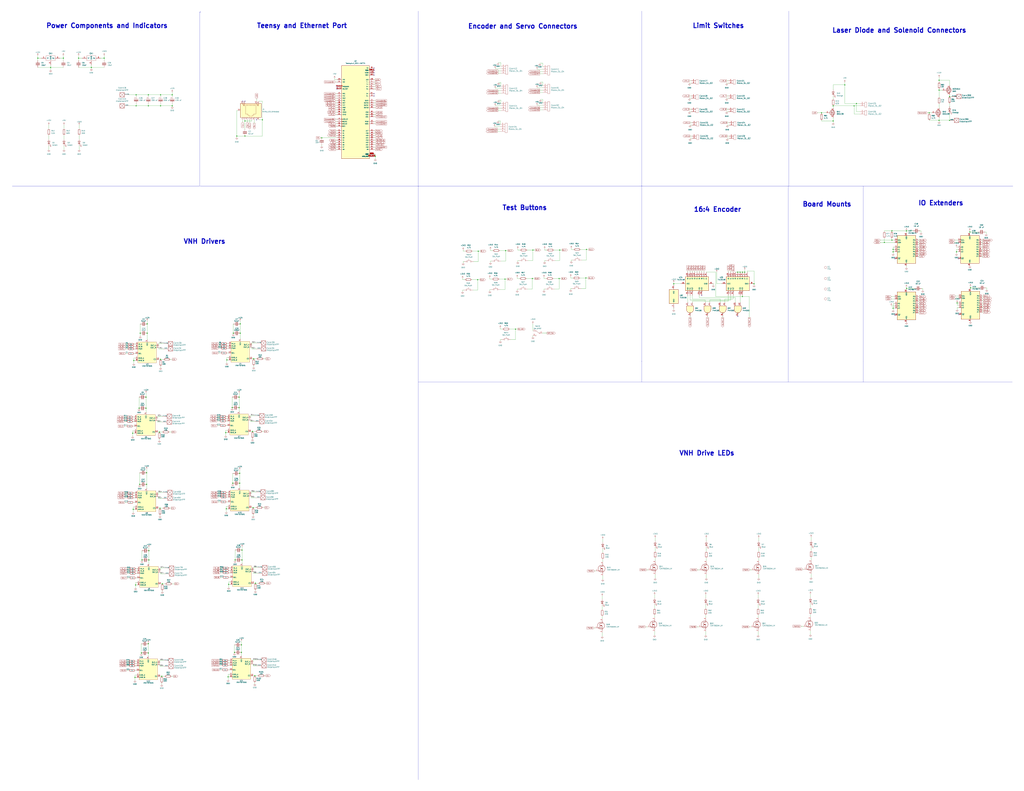
<source format=kicad_sch>
(kicad_sch (version 20230121) (generator eeschema)
  (paper "E")
  (junction (at 581.025 304.165))
  (junction (at 151.765 445.77))
  (junction (at 965.2 264.795))
  (junction (at 909.32 115.57))
  (junction (at 896.62 123.19))
  (junction (at 267.335 148.59))
  (junction (at 1024.89 87.63))
  (junction (at 85.725 63.5))
  (junction (at 41.275 63.5))
  (junction (at 148.59 115.57))
  (junction (at 154.305 713.105))
  (junction (at 256.54 611.505))
  (junction (at 263.525 712.47))
  (junction (at 909.32 132.08))
  (junction (at 260.985 445.135))
  (junction (at 152.4 528.955))
  (junction (at 161.925 713.105))
  (junction (at 551.18 304.8))
  (junction (at 264.16 611.505))
  (junction (at 278.13 737.87))
  (junction (at 974.725 336.55))
  (junction (at 175.26 115.57))
  (junction (at 735.33 309.88))
  (junction (at 1014.095 123.19))
  (junction (at 69.215 63.5))
  (junction (at 1036.32 105.41))
  (junction (at 246.38 472.44))
  (junction (at 174.625 554.99))
  (junction (at 55.245 73.66))
  (junction (at 247.65 393.065))
  (junction (at 805.18 297.18))
  (junction (at 160.02 528.955))
  (junction (at 973.455 262.255))
  (junction (at 260.985 433.705))
  (junction (at 262.255 353.695))
  (junction (at 263.525 704.215))
  (junction (at 187.96 115.57))
  (junction (at 153.035 363.855))
  (junction (at 934.72 113.03))
  (junction (at 1058.545 253.365))
  (junction (at 254.635 363.855))
  (junction (at 160.02 516.255))
  (junction (at 262.255 363.855))
  (junction (at 247.015 555.625))
  (junction (at 610.87 273.05))
  (junction (at 276.225 554.355))
  (junction (at 1024.89 131.445))
  (junction (at 249.555 638.175))
  (junction (at 640.08 272.415))
  (junction (at 161.925 702.945))
  (junction (at 248.92 739.14))
  (junction (at 1059.18 314.325))
  (junction (at 974.725 274.955))
  (junction (at 276.86 391.795))
  (junction (at 989.33 252.095))
  (junction (at 1036.32 131.445))
  (junction (at 176.53 738.505))
  (junction (at 159.385 433.705))
  (junction (at 812.8 297.18))
  (junction (at 187.96 103.505))
  (junction (at 175.26 392.43))
  (junction (at 639.445 303.53))
  (junction (at 409.575 170.815))
  (junction (at 581.66 273.05))
  (junction (at 160.655 363.855))
  (junction (at 173.99 471.805))
  (junction (at 521.97 274.32))
  (junction (at 922.02 92.71))
  (junction (at 278.765 636.905))
  (junction (at 1043.94 274.955))
  (junction (at 159.385 445.77))
  (junction (at 974.725 272.415))
  (junction (at 145.415 556.26))
  (junction (at 1024.89 98.425))
  (junction (at 989.33 314.96))
  (junction (at 264.16 600.71))
  (junction (at 351.155 150.495))
  (junction (at 255.905 712.47))
  (junction (at 144.78 473.075))
  (junction (at 161.925 103.505))
  (junction (at 610.235 304.165))
  (junction (at 177.165 637.54))
  (junction (at 521.335 305.435))
  (junction (at 810.26 297.18))
  (junction (at 275.59 471.17))
  (junction (at 147.32 739.775))
  (junction (at 162.56 601.345))
  (junction (at 258.445 148.59))
  (junction (at 253.365 445.135))
  (junction (at 562.61 359.41))
  (junction (at 286.385 130.81))
  (junction (at 261.62 527.685))
  (junction (at 161.925 115.57))
  (junction (at 261.62 516.89))
  (junction (at 146.05 393.7))
  (junction (at 175.26 103.505))
  (junction (at 162.56 611.505))
  (junction (at 254 527.685))
  (junction (at 148.59 103.505))
  (junction (at 267.335 132.08))
  (junction (at 99.695 73.66))
  (junction (at 113.665 63.5))
  (junction (at 973.455 252.095))
  (junction (at 154.94 611.505))
  (junction (at 551.815 273.685))
  (junction (at 160.655 353.695))
  (junction (at 807.72 297.18))
  (junction (at 1044.575 330.835))
  (junction (at 822.96 309.88))
  (junction (at 810.26 323.85))
  (junction (at 147.955 638.81))
  (junction (at 932.18 115.57))
  (no_connect (at 408.305 74.295))
  (no_connect (at 976.63 344.17))
  (no_connect (at 367.665 97.155))
  (no_connect (at 805.18 345.44))
  (no_connect (at 765.81 322.58))
  (no_connect (at 1045.845 282.575))
  (no_connect (at 280.035 130.81))
  (no_connect (at 408.305 104.775))
  (no_connect (at 408.305 81.915))
  (no_connect (at 267.335 110.49))
  (no_connect (at 976.63 282.575))
  (no_connect (at 1046.48 343.535))
  (no_connect (at 408.305 76.835))
  (no_connect (at 367.665 94.615))
  (no_connect (at 408.305 102.235))
  (no_connect (at 264.795 110.49))
  (no_connect (at 408.305 79.375))
  (wire (pts (xy 755.65 322.58) (xy 755.65 326.39)))
  (wire (pts (xy 254 528.32) (xy 254 527.685)))
  (wire (pts (xy 186.055 392.43) (xy 187.96 392.43)))
  (wire (pts (xy 934.72 113.03) (xy 922.02 113.03)))
  (wire (pts (xy 1043.94 274.955) (xy 1045.845 274.955)))
  (wire (pts (xy 874.395 683.895) (xy 876.935 683.895)))
  (wire (pts (xy 149.225 737.235) (xy 147.32 737.235)))
  (wire (pts (xy 974.725 336.55) (xy 976.63 336.55)))
  (wire (pts (xy 249.555 721.36) (xy 250.825 721.36)))
  (wire (pts (xy 735.33 337.82) (xy 735.33 336.55)))
  (wire (pts (xy 885.19 586.74) (xy 885.19 589.915)))
  (wire (pts (xy 1044.575 330.835) (xy 1044.575 333.375)))
  (wire (pts (xy 922.02 90.17) (xy 922.02 92.71)))
  (wire (pts (xy 976.63 264.795) (xy 965.2 264.795)))
  (wire (pts (xy 162.56 598.17) (xy 162.56 601.345)))
  (wire (pts (xy 409.575 132.715) (xy 408.305 132.715)))
  (wire (pts (xy 286.385 130.81) (xy 282.575 130.81)))
  (wire (pts (xy 793.75 148.59) (xy 795.655 148.59)))
  (wire (pts (xy 974.725 274.955) (xy 976.63 274.955)))
  (wire (pts (xy 989.33 314.96) (xy 989.33 313.69)))
  (wire (pts (xy 147.32 553.72) (xy 145.415 553.72)))
  (wire (pts (xy 1003.3 277.495) (xy 1002.03 277.495)))
  (wire (pts (xy 161.925 103.505) (xy 161.925 105.41)))
  (wire (pts (xy 1003.3 331.47) (xy 1002.03 331.47)))
  (wire (pts (xy 238.76 377.825) (xy 240.665 377.825)))
  (wire (pts (xy 604.52 273.05) (xy 610.87 273.05)))
  (wire (pts (xy 288.925 737.87) (xy 290.195 737.87)))
  (wire (pts (xy 1024.89 98.425) (xy 1028.7 98.425)))
  (wire (pts (xy 1024.89 131.445) (xy 1036.32 131.445)))
  (wire (pts (xy 366.395 122.555) (xy 367.665 122.555)))
  (wire (pts (xy 409.575 122.555) (xy 408.305 122.555)))
  (wire (pts (xy 810.26 322.58) (xy 810.26 323.85)))
  (wire (pts (xy 592.455 108.585) (xy 592.455 112.395)))
  (wire (pts (xy 366.395 163.195) (xy 367.665 163.195)))
  (wire (pts (xy 240.665 625.475) (xy 242.57 625.475)))
  (wire (pts (xy 593.725 302.895) (xy 593.725 304.165)))
  (wire (pts (xy 135.89 455.295) (xy 137.795 455.295)))
  (wire (pts (xy 974.725 336.55) (xy 974.725 338.455)))
  (wire (pts (xy 640.08 283.845) (xy 640.08 272.415)))
  (wire (pts (xy 137.16 378.46) (xy 139.065 378.46)))
  (wire (pts (xy 55.245 73.66) (xy 55.245 71.12)))
  (wire (pts (xy 974.725 272.415) (xy 974.725 274.955)))
  (wire (pts (xy 159.385 433.705) (xy 159.385 445.77)))
  (wire (pts (xy 909.32 132.08) (xy 909.32 133.985)))
  (wire (pts (xy 575.31 273.05) (xy 581.66 273.05)))
  (wire (pts (xy 657.225 661.67) (xy 657.225 665.48)))
  (wire (pts (xy 810.26 323.85) (xy 817.88 323.85)))
  (wire (pts (xy 546.735 68.58) (xy 543.56 68.58)))
  (wire (pts (xy 546.735 113.03) (xy 546.735 109.22)))
  (wire (pts (xy 735.33 309.88) (xy 735.33 311.15)))
  (wire (pts (xy 65.405 63.5) (xy 69.215 63.5)))
  (wire (pts (xy 175.26 113.03) (xy 175.26 115.57)))
  (wire (pts (xy 366.395 130.175) (xy 367.665 130.175)))
  (wire (pts (xy 815.34 295.91) (xy 822.96 295.91)))
  (wire (pts (xy 172.085 471.805) (xy 173.99 471.805)))
  (wire (pts (xy 828.04 587.375) (xy 828.04 590.55)))
  (wire (pts (xy 172.085 461.01) (xy 177.165 461.01)))
  (wire (pts (xy 261.62 513.08) (xy 261.62 516.89)))
  (wire (pts (xy 147.955 721.995) (xy 149.225 721.995)))
  (wire (pts (xy 793.75 133.985) (xy 795.655 133.985)))
  (wire (pts (xy 276.86 621.665) (xy 276.86 619.76)))
  (wire (pts (xy 586.105 95.885) (xy 592.455 95.885)))
  (wire (pts (xy 139.065 626.11) (xy 140.97 626.11)))
  (wire (pts (xy 154.305 702.945) (xy 154.305 713.105)))
  (wire (pts (xy 258.445 120.65) (xy 258.445 148.59)))
  (wire (pts (xy 146.685 375.92) (xy 147.955 375.92)))
  (polyline (pts (xy 456.565 203.2) (xy 456.565 851.535)))
  (wire (pts (xy 173.355 381) (xy 173.355 379.73)))
  (wire (pts (xy 248.92 739.14) (xy 250.825 739.14)))
  (wire (pts (xy 255.905 713.105) (xy 255.905 712.47)))
  (wire (pts (xy 623.57 283.845) (xy 623.57 285.115)))
  (wire (pts (xy 938.53 121.92) (xy 934.72 121.92)))
  (wire (pts (xy 250.19 620.395) (xy 251.46 620.395)))
  (wire (pts (xy 366.395 135.255) (xy 367.665 135.255)))
  (wire (pts (xy 147.32 739.775) (xy 147.32 742.95)))
  (wire (pts (xy 884.555 671.195) (xy 884.555 673.735)))
  (wire (pts (xy 714.375 649.605) (xy 714.375 652.78)))
  (wire (pts (xy 184.785 471.805) (xy 187.325 471.805)))
  (wire (pts (xy 545.465 273.685) (xy 551.815 273.685)))
  (wire (pts (xy 274.32 554.355) (xy 276.225 554.355)))
  (wire (pts (xy 1073.15 323.215) (xy 1071.88 323.215)))
  (wire (pts (xy 147.955 638.81) (xy 147.955 641.985)))
  (wire (pts (xy 140.97 115.57) (xy 148.59 115.57)))
  (wire (pts (xy 275.59 471.17) (xy 278.765 471.17)))
  (wire (pts (xy 805.18 297.18) (xy 807.72 297.18)))
  (wire (pts (xy 1007.11 316.865) (xy 1007.11 314.96)))
  (wire (pts (xy 1003.3 334.01) (xy 1002.03 334.01)))
  (wire (pts (xy 1005.205 252.095) (xy 1003.935 252.095)))
  (wire (pts (xy 566.42 284.48) (xy 565.15 284.48)))
  (wire (pts (xy 260.985 429.26) (xy 260.985 433.705)))
  (wire (pts (xy 154.305 713.74) (xy 154.305 713.105)))
  (wire (pts (xy 1024.89 98.425) (xy 1024.89 106.045)))
  (wire (pts (xy 973.455 262.255) (xy 973.455 260.35)))
  (wire (pts (xy 258.445 148.59) (xy 258.445 149.86)))
  (wire (pts (xy 594.36 284.48) (xy 594.36 285.75)))
  (wire (pts (xy 175.26 103.505) (xy 175.26 105.41)))
  (wire (pts (xy 589.915 89.535) (xy 592.455 89.535)))
  (wire (pts (xy 264.16 611.505) (xy 264.16 615.315)))
  (wire (pts (xy 807.72 297.18) (xy 810.26 297.18)))
  (wire (pts (xy 55.245 73.66) (xy 69.215 73.66)))
  (wire (pts (xy 99.695 73.66) (xy 113.665 73.66)))
  (wire (pts (xy 187.96 637.54) (xy 190.5 637.54)))
  (wire (pts (xy 1076.96 314.325) (xy 1075.69 314.325)))
  (wire (pts (xy 175.26 400.05) (xy 175.26 401.32)))
  (wire (pts (xy 657.225 673.1) (xy 657.225 675.64)))
  (wire (pts (xy 274.955 376.555) (xy 274.955 374.65)))
  (wire (pts (xy 1003.3 264.795) (xy 1002.03 264.795)))
  (wire (pts (xy 146.685 381) (xy 147.955 381)))
  (wire (pts (xy 409.575 155.575) (xy 408.305 155.575)))
  (wire (pts (xy 172.085 454.66) (xy 177.165 454.66)))
  (wire (pts (xy 1073.15 325.755) (xy 1071.88 325.755)))
  (wire (pts (xy 534.67 303.53) (xy 534.67 304.8)))
  (wire (pts (xy 1036.32 87.63) (xy 1024.89 87.63)))
  (wire (pts (xy 635 283.845) (xy 640.08 283.845)))
  (wire (pts (xy 273.685 471.17) (xy 275.59 471.17)))
  (wire (pts (xy 240.665 620.395) (xy 242.57 620.395)))
  (wire (pts (xy 248.285 380.365) (xy 249.555 380.365)))
  (wire (pts (xy 273.685 460.375) (xy 278.13 460.375)))
  (wire (pts (xy 1073.15 340.995) (xy 1071.88 340.995)))
  (wire (pts (xy 546.1 370.84) (xy 546.1 372.11)))
  (wire (pts (xy 1058.545 254.635) (xy 1058.545 253.365)))
  (wire (pts (xy 505.46 273.05) (xy 505.46 274.32)))
  (wire (pts (xy 160.655 353.695) (xy 160.655 363.855)))
  (wire (pts (xy 161.925 103.505) (xy 175.26 103.505)))
  (wire (pts (xy 160.02 512.445) (xy 160.02 516.255)))
  (wire (pts (xy 797.56 327.66) (xy 774.7 327.66)))
  (polyline (pts (xy 217.805 203.2) (xy 217.805 13.335)))
  (wire (pts (xy 885.19 597.535) (xy 885.19 601.345)))
  (wire (pts (xy 581.66 353.695) (xy 581.66 361.315)))
  (wire (pts (xy 752.475 121.92) (xy 754.38 121.92)))
  (wire (pts (xy 765.81 295.91) (xy 765.81 297.18)))
  (wire (pts (xy 276.225 554.355) (xy 279.4 554.355)))
  (wire (pts (xy 248.92 736.6) (xy 248.92 739.14)))
  (wire (pts (xy 174.625 562.61) (xy 174.625 563.245)))
  (wire (pts (xy 769.62 327.66) (xy 769.62 330.2)))
  (wire (pts (xy 976.63 262.255) (xy 973.455 262.255)))
  (polyline (pts (xy 942.34 394.97) (xy 942.34 203.2)))
  (wire (pts (xy 1005.205 254) (xy 1005.205 252.095)))
  (wire (pts (xy 610.87 284.48) (xy 610.87 273.05)))
  (wire (pts (xy 174.625 727.71) (xy 179.07 727.71)))
  (wire (pts (xy 237.49 459.74) (xy 239.395 459.74)))
  (wire (pts (xy 575.945 315.595) (xy 581.025 315.595)))
  (wire (pts (xy 409.575 109.855) (xy 408.305 109.855)))
  (wire (pts (xy 276.86 626.11) (xy 281.305 626.11)))
  (wire (pts (xy 540.385 74.93) (xy 546.735 74.93)))
  (wire (pts (xy 146.05 548.64) (xy 147.32 548.64)))
  (wire (pts (xy 366.395 155.575) (xy 367.665 155.575)))
  (wire (pts (xy 753.11 346.71) (xy 753.11 345.44)))
  (wire (pts (xy 546.1 358.14) (xy 546.1 359.41)))
  (wire (pts (xy 247.65 540.385) (xy 248.92 540.385)))
  (wire (pts (xy 247.65 390.525) (xy 247.65 393.065)))
  (wire (pts (xy 161.925 702.31) (xy 161.925 702.945)))
  (wire (pts (xy 753.11 295.91) (xy 753.11 297.18)))
  (wire (pts (xy 240.03 731.52) (xy 241.935 731.52)))
  (wire (pts (xy 976.63 269.875) (xy 974.725 269.875)))
  (wire (pts (xy 365.125 86.995) (xy 365.125 85.725)))
  (wire (pts (xy 240.03 726.44) (xy 241.935 726.44)))
  (wire (pts (xy 1043.94 272.415) (xy 1043.94 274.955)))
  (wire (pts (xy 564.515 304.165) (xy 567.055 304.165)))
  (wire (pts (xy 409.575 127.635) (xy 408.305 127.635)))
  (wire (pts (xy 238.76 375.285) (xy 240.665 375.285)))
  (wire (pts (xy 148.59 623.57) (xy 149.86 623.57)))
  (wire (pts (xy 922.02 92.71) (xy 909.32 92.71)))
  (wire (pts (xy 781.05 323.85) (xy 781.05 297.18)))
  (wire (pts (xy 593.725 304.165) (xy 596.265 304.165)))
  (wire (pts (xy 249.555 638.175) (xy 251.46 638.175)))
  (wire (pts (xy 263.525 700.405) (xy 263.525 704.215)))
  (wire (pts (xy 259.715 120.65) (xy 258.445 120.65)))
  (wire (pts (xy 758.19 295.91) (xy 758.19 297.18)))
  (wire (pts (xy 147.32 737.235) (xy 147.32 739.775)))
  (wire (pts (xy 256.54 612.14) (xy 256.54 611.505)))
  (wire (pts (xy 276.86 619.76) (xy 281.305 619.76)))
  (wire (pts (xy 277.495 130.81) (xy 277.495 134.62)))
  (wire (pts (xy 885.19 626.745) (xy 885.19 630.555)))
  (polyline (pts (xy 861.06 12.065) (xy 861.06 203.2)))
  (wire (pts (xy 69.85 136.525) (xy 69.85 140.335)))
  (wire (pts (xy 543.56 101.6) (xy 546.735 101.6)))
  (wire (pts (xy 274.955 379.095) (xy 274.955 381)))
  (wire (pts (xy 366.395 147.955) (xy 367.665 147.955)))
  (wire (pts (xy 248.285 375.285) (xy 249.555 375.285)))
  (wire (pts (xy 41.275 73.66) (xy 55.245 73.66)))
  (wire (pts (xy 1024.89 131.445) (xy 1024.89 132.715)))
  (polyline (pts (xy 218.44 12.065) (xy 218.44 13.97)))
  (wire (pts (xy 622.935 303.53) (xy 625.475 303.53)))
  (wire (pts (xy 146.05 391.16) (xy 146.05 393.7)))
  (wire (pts (xy 793.115 90.805) (xy 795.02 90.805)))
  (wire (pts (xy 1073.15 338.455) (xy 1071.88 338.455)))
  (wire (pts (xy 797.56 322.58) (xy 797.56 327.66)))
  (wire (pts (xy 752.475 88.265) (xy 754.38 88.265)))
  (wire (pts (xy 139.065 623.57) (xy 140.97 623.57)))
  (wire (pts (xy 989.33 292.1) (xy 989.33 290.195)))
  (wire (pts (xy 409.575 135.255) (xy 408.305 135.255)))
  (wire (pts (xy 755.65 328.93) (xy 755.65 330.2)))
  (wire (pts (xy 137.16 381) (xy 139.065 381)))
  (wire (pts (xy 263.525 704.215) (xy 263.525 712.47)))
  (wire (pts (xy 172.72 544.195) (xy 177.8 544.195)))
  (wire (pts (xy 253.365 433.705) (xy 253.365 445.135)))
  (wire (pts (xy 86.36 147.955) (xy 86.36 151.765)))
  (wire (pts (xy 546.1 316.23) (xy 551.18 316.23)))
  (wire (pts (xy 238.125 537.845) (xy 240.03 537.845)))
  (wire (pts (xy 974.725 331.47) (xy 974.725 336.55)))
  (wire (pts (xy 610.235 304.165) (xy 612.775 304.165)))
  (wire (pts (xy 1042.035 264.795) (xy 1045.845 264.795)))
  (wire (pts (xy 810.26 297.18) (xy 812.8 297.18)))
  (wire (pts (xy 1003.3 269.875) (xy 1002.03 269.875)))
  (wire (pts (xy 248.285 377.825) (xy 249.555 377.825)))
  (wire (pts (xy 154.94 612.14) (xy 154.94 611.505)))
  (wire (pts (xy 793.115 88.265) (xy 795.02 88.265)))
  (wire (pts (xy 146.05 541.02) (xy 147.32 541.02)))
  (wire (pts (xy 543.56 118.11) (xy 546.735 118.11)))
  (wire (pts (xy 366.395 132.715) (xy 367.665 132.715)))
  (wire (pts (xy 272.415 130.81) (xy 272.415 134.62)))
  (wire (pts (xy 884.555 688.975) (xy 884.555 692.785)))
  (wire (pts (xy 546.735 90.17) (xy 544.195 90.17)))
  (wire (pts (xy 1058.545 253.365) (xy 1067.435 253.365)))
  (wire (pts (xy 185.42 554.99) (xy 186.69 554.99)))
  (wire (pts (xy 714.375 689.61) (xy 714.375 693.42)))
  (wire (pts (xy 781.05 297.18) (xy 770.89 297.18)))
  (wire (pts (xy 793.75 136.525) (xy 795.655 136.525)))
  (wire (pts (xy 704.85 684.53) (xy 706.755 684.53)))
  (wire (pts (xy 247.65 548.005) (xy 248.92 548.005)))
  (wire (pts (xy 274.32 539.115) (xy 274.32 537.21)))
  (wire (pts (xy 576.58 284.48) (xy 581.66 284.48)))
  (wire (pts (xy 176.53 746.125) (xy 176.53 747.395)))
  (wire (pts (xy 714.375 671.83) (xy 714.375 674.37)))
  (wire (pts (xy 274.955 130.81) (xy 274.955 132.08)))
  (wire (pts (xy 264.16 600.71) (xy 264.16 611.505)))
  (wire (pts (xy 793.115 104.775) (xy 795.02 104.775)))
  (wire (pts (xy 610.87 273.05) (xy 613.41 273.05)))
  (wire (pts (xy 589.28 120.015) (xy 592.455 120.015)))
  (wire (pts (xy 788.67 346.71) (xy 788.67 345.44)))
  (wire (pts (xy 240.665 630.555) (xy 242.57 630.555)))
  (wire (pts (xy 177.165 637.54) (xy 180.34 637.54)))
  (wire (pts (xy 657.86 588.645) (xy 657.86 591.82)))
  (wire (pts (xy 714.375 660.4) (xy 714.375 664.21)))
  (wire (pts (xy 1072.515 274.955) (xy 1071.245 274.955)))
  (wire (pts (xy 589.915 108.585) (xy 592.455 108.585)))
  (wire (pts (xy 161.925 713.105) (xy 161.925 716.915)))
  (polyline (pts (xy 456.565 417.195) (xy 942.34 417.195)))
  (polyline (pts (xy 700.405 394.97) (xy 700.405 202.565)))
  (wire (pts (xy 640.08 272.415) (xy 642.62 272.415)))
  (wire (pts (xy 409.575 117.475) (xy 408.305 117.475)))
  (wire (pts (xy 753.11 327.66) (xy 769.62 327.66)))
  (wire (pts (xy 1072.515 269.875) (xy 1071.245 269.875)))
  (wire (pts (xy 278.765 645.16) (xy 278.765 644.525)))
  (wire (pts (xy 274.32 541.655) (xy 274.32 543.56)))
  (polyline (pts (xy 942.34 417.195) (xy 942.34 394.97)))
  (wire (pts (xy 187.96 113.03) (xy 187.96 115.57)))
  (wire (pts (xy 822.96 295.91) (xy 822.96 309.88)))
  (wire (pts (xy 793.115 119.38) (xy 795.02 119.38)))
  (wire (pts (xy 250.825 736.6) (xy 248.92 736.6)))
  (wire (pts (xy 793.115 121.92) (xy 795.02 121.92)))
  (wire (pts (xy 138.43 721.995) (xy 140.335 721.995)))
  (polyline (pts (xy 860.425 394.97) (xy 860.425 203.2)))
  (wire (pts (xy 140.97 103.505) (xy 148.59 103.505)))
  (wire (pts (xy 589.28 100.965) (xy 592.455 100.965)))
  (wire (pts (xy 349.885 150.495) (xy 351.155 150.495)))
  (wire (pts (xy 41.275 63.5) (xy 41.275 66.04)))
  (wire (pts (xy 175.26 392.43) (xy 178.435 392.43)))
  (wire (pts (xy 1003.3 272.415) (xy 1002.03 272.415)))
  (wire (pts (xy 1003.3 339.09) (xy 1002.03 339.09)))
  (wire (pts (xy 564.515 302.895) (xy 564.515 304.165)))
  (wire (pts (xy 795.02 328.93) (xy 755.65 328.93)))
  (wire (pts (xy 989.33 254.635) (xy 989.33 252.095)))
  (wire (pts (xy 535.305 285.115) (xy 535.305 286.385)))
  (wire (pts (xy 1014.095 123.19) (xy 1017.27 123.19)))
  (wire (pts (xy 147.955 391.16) (xy 146.05 391.16)))
  (wire (pts (xy 409.575 147.955) (xy 408.305 147.955)))
  (wire (pts (xy 1076.325 253.365) (xy 1075.055 253.365)))
  (wire (pts (xy 366.395 114.935) (xy 367.665 114.935)))
  (wire (pts (xy 175.26 626.745) (xy 179.705 626.745)))
  (wire (pts (xy 161.925 115.57) (xy 175.26 115.57)))
  (wire (pts (xy 1073.15 335.915) (xy 1071.88 335.915)))
  (wire (pts (xy 565.15 273.05) (xy 567.69 273.05)))
  (wire (pts (xy 938.53 124.46) (xy 932.18 124.46)))
  (wire (pts (xy 807.72 322.58) (xy 807.72 330.2)))
  (wire (pts (xy 289.56 636.905) (xy 290.83 636.905)))
  (wire (pts (xy 581.025 304.165) (xy 583.565 304.165)))
  (wire (pts (xy 516.89 285.75) (xy 521.97 285.75)))
  (wire (pts (xy 276.86 624.205) (xy 276.86 626.11)))
  (polyline (pts (xy 860.425 394.97) (xy 860.425 417.195)))
  (wire (pts (xy 247.015 553.085) (xy 247.015 555.625)))
  (wire (pts (xy 173.355 375.285) (xy 173.355 377.19)))
  (wire (pts (xy 715.01 609.6) (xy 715.01 612.14)))
  (wire (pts (xy 273.685 458.47) (xy 273.685 460.375)))
  (wire (pts (xy 876.3 621.665) (xy 877.57 621.665)))
  (wire (pts (xy 113.665 63.5) (xy 113.665 66.04)))
  (wire (pts (xy 276.86 400.685) (xy 276.86 399.415)))
  (wire (pts (xy 409.575 158.115) (xy 408.305 158.115)))
  (wire (pts (xy 989.33 252.095) (xy 996.315 252.095)))
  (wire (pts (xy 586.105 114.935) (xy 592.455 114.935)))
  (wire (pts (xy 540.385 96.52) (xy 546.735 96.52)))
  (wire (pts (xy 274.32 543.56) (xy 279.4 543.56)))
  (wire (pts (xy 610.235 315.595) (xy 610.235 304.165)))
  (wire (pts (xy 750.57 295.91) (xy 750.57 297.18)))
  (wire (pts (xy 768.35 295.91) (xy 768.35 297.18)))
  (wire (pts (xy 409.575 92.075) (xy 408.305 92.075)))
  (wire (pts (xy 162.56 611.505) (xy 162.56 615.95)))
  (wire (pts (xy 960.755 262.255) (xy 973.455 262.255)))
  (wire (pts (xy 41.275 63.5) (xy 45.085 63.5)))
  (wire (pts (xy 240.03 721.36) (xy 241.935 721.36)))
  (wire (pts (xy 1072.515 280.035) (xy 1071.245 280.035)))
  (wire (pts (xy 267.335 130.81) (xy 267.335 132.08)))
  (wire (pts (xy 147.955 638.81) (xy 149.86 638.81)))
  (wire (pts (xy 177.165 645.795) (xy 177.165 645.16)))
  (wire (pts (xy 172.72 554.99) (xy 174.625 554.99)))
  (wire (pts (xy 276.86 636.905) (xy 278.765 636.905)))
  (wire (pts (xy 174.625 721.36) (xy 179.07 721.36)))
  (wire (pts (xy 175.26 103.505) (xy 187.96 103.505)))
  (wire (pts (xy 351.155 150.495) (xy 367.665 150.495)))
  (wire (pts (xy 1003.3 341.63) (xy 1002.03 341.63)))
  (wire (pts (xy 274.955 391.795) (xy 276.86 391.795)))
  (wire (pts (xy 135.89 460.375) (xy 137.795 460.375)))
  (wire (pts (xy 505.46 285.75) (xy 505.46 287.02)))
  (wire (pts (xy 793.75 151.13) (xy 795.655 151.13)))
  (wire (pts (xy 282.575 110.49) (xy 286.385 110.49)))
  (wire (pts (xy 160.02 516.255) (xy 160.02 528.955)))
  (wire (pts (xy 521.335 316.865) (xy 521.335 305.435)))
  (wire (pts (xy 99.695 73.66) (xy 99.695 71.12)))
  (wire (pts (xy 250.19 625.475) (xy 251.46 625.475)))
  (wire (pts (xy 147.955 727.075) (xy 149.225 727.075)))
  (wire (pts (xy 909.32 92.71) (xy 909.32 97.79)))
  (wire (pts (xy 144.78 473.075) (xy 144.78 476.25)))
  (wire (pts (xy 135.89 465.455) (xy 137.795 465.455)))
  (wire (pts (xy 535.305 272.415) (xy 535.305 273.685)))
  (wire (pts (xy 800.1 322.58) (xy 800.1 326.39)))
  (wire (pts (xy 55.245 76.2) (xy 55.245 73.66)))
  (wire (pts (xy 278.13 746.76) (xy 278.13 745.49)))
  (wire (pts (xy 409.575 163.195) (xy 408.305 163.195)))
  (wire (pts (xy 972.82 334.01) (xy 976.63 334.01)))
  (wire (pts (xy 934.72 121.92) (xy 934.72 113.03)))
  (wire (pts (xy 657.86 628.65) (xy 657.86 632.46)))
  (wire (pts (xy 246.38 469.9) (xy 246.38 472.44)))
  (wire (pts (xy 787.4 309.88) (xy 782.32 309.88)))
  (wire (pts (xy 366.395 109.855) (xy 367.665 109.855)))
  (wire (pts (xy 148.59 113.03) (xy 148.59 115.57)))
  (wire (pts (xy 85.725 63.5) (xy 89.535 63.5)))
  (wire (pts (xy 160.655 350.52) (xy 160.655 353.695)))
  (wire (pts (xy 593.725 315.595) (xy 593.725 316.865)))
  (wire (pts (xy 409.575 153.035) (xy 408.305 153.035)))
  (wire (pts (xy 274.955 381) (xy 280.035 381)))
  (wire (pts (xy 173.99 471.805) (xy 177.165 471.805)))
  (wire (pts (xy 827.405 649.605) (xy 827.405 652.78)))
  (wire (pts (xy 735.33 309.88) (xy 742.95 309.88)))
  (wire (pts (xy 594.995 315.595) (xy 593.725 315.595)))
  (wire (pts (xy 136.525 543.56) (xy 138.43 543.56)))
  (wire (pts (xy 187.325 738.505) (xy 189.23 738.505)))
  (wire (pts (xy 581.025 315.595) (xy 581.025 304.165)))
  (wire (pts (xy 1007.11 314.96) (xy 1005.84 314.96)))
  (wire (pts (xy 556.26 359.41) (xy 562.61 359.41)))
  (wire (pts (xy 504.825 305.435) (xy 507.365 305.435)))
  (wire (pts (xy 972.82 326.39) (xy 976.63 326.39)))
  (wire (pts (xy 53.34 136.525) (xy 53.34 140.335)))
  (wire (pts (xy 53.34 159.385) (xy 53.34 163.195)))
  (wire (pts (xy 247.015 555.625) (xy 248.92 555.625)))
  (wire (pts (xy 153.035 353.695) (xy 153.035 363.855)))
  (wire (pts (xy 148.59 631.19) (xy 149.86 631.19)))
  (wire (pts (xy 174.625 723.265) (xy 174.625 721.36)))
  (wire (pts (xy 366.395 120.015) (xy 367.665 120.015)))
  (wire (pts (xy 770.255 689.61) (xy 770.255 693.42)))
  (wire (pts (xy 248.92 553.085) (xy 247.015 553.085)))
  (wire (pts (xy 175.26 620.395) (xy 179.705 620.395)))
  (wire (pts (xy 989.33 316.23) (xy 989.33 314.96)))
  (wire (pts (xy 1014.095 123.19) (xy 1014.095 123.825)))
  (wire (pts (xy 148.59 103.505) (xy 161.925 103.505)))
  (polyline (pts (xy 218.44 203.2) (xy 700.405 203.2)))
  (wire (pts (xy 151.765 446.405) (xy 151.765 445.77)))
  (wire (pts (xy 534.67 316.23) (xy 534.67 317.5)))
  (wire (pts (xy 648.97 623.57) (xy 650.24 623.57)))
  (wire (pts (xy 137.16 386.08) (xy 139.065 386.08)))
  (wire (pts (xy 159.385 429.26) (xy 159.385 433.705)))
  (wire (pts (xy 1045.845 269.875) (xy 1043.94 269.875)))
  (wire (pts (xy 146.05 393.7) (xy 147.955 393.7)))
  (wire (pts (xy 99.695 74.93) (xy 99.695 73.66)))
  (wire (pts (xy 247.65 393.065) (xy 249.555 393.065)))
  (wire (pts (xy 594.36 271.78) (xy 594.36 273.05)))
  (wire (pts (xy 938.53 113.03) (xy 934.72 113.03)))
  (wire (pts (xy 275.59 479.425) (xy 275.59 478.79)))
  (wire (pts (xy 172.085 456.565) (xy 172.085 454.66)))
  (wire (pts (xy 786.13 326.39) (xy 786.13 330.2)))
  (wire (pts (xy 255.905 704.215) (xy 255.905 712.47)))
  (wire (pts (xy 735.33 308.61) (xy 735.33 309.88)))
  (wire (pts (xy 760.73 295.91) (xy 760.73 297.18)))
  (wire (pts (xy 247.015 454.66) (xy 248.285 454.66)))
  (wire (pts (xy 706.12 622.3) (xy 707.39 622.3)))
  (wire (pts (xy 278.765 636.905) (xy 281.94 636.905)))
  (wire (pts (xy 173.355 375.285) (xy 178.435 375.285)))
  (wire (pts (xy 750.57 322.58) (xy 750.57 330.2)))
  (wire (pts (xy 260.985 433.705) (xy 260.985 445.135)))
  (wire (pts (xy 516.255 316.865) (xy 521.335 316.865)))
  (wire (pts (xy 187.96 103.505) (xy 187.96 100.965)))
  (wire (pts (xy 753.11 133.985) (xy 755.015 133.985)))
  (wire (pts (xy 161.925 702.945) (xy 161.925 713.105)))
  (wire (pts (xy 409.575 170.815) (xy 409.575 173.355)))
  (wire (pts (xy 253.365 445.77) (xy 253.365 445.135)))
  (wire (pts (xy 144.78 473.075) (xy 146.685 473.075)))
  (wire (pts (xy 909.32 115.57) (xy 909.32 118.11)))
  (wire (pts (xy 69.215 60.96) (xy 69.215 63.5)))
  (wire (pts (xy 1036.32 105.41) (xy 1038.86 105.41)))
  (wire (pts (xy 1072.515 277.495) (xy 1071.245 277.495)))
  (wire (pts (xy 752.475 90.805) (xy 754.38 90.805)))
  (wire (pts (xy 187.96 103.505) (xy 187.96 105.41)))
  (wire (pts (xy 1044.575 335.915) (xy 1046.48 335.915)))
  (wire (pts (xy 144.78 470.535) (xy 144.78 473.075)))
  (wire (pts (xy 409.575 168.275) (xy 409.575 170.815)))
  (wire (pts (xy 763.27 295.91) (xy 763.27 297.18)))
  (wire (pts (xy 409.575 114.935) (xy 408.305 114.935)))
  (wire (pts (xy 1043.94 272.415) (xy 1045.845 272.415)))
  (wire (pts (xy 366.395 112.395) (xy 367.665 112.395)))
  (wire (pts (xy 85.725 73.66) (xy 99.695 73.66)))
  (wire (pts (xy 286.385 471.17) (xy 288.29 471.17)))
  (wire (pts (xy 240.665 622.935) (xy 242.57 622.935)))
  (wire (pts (xy 274.955 132.08) (xy 267.335 132.08)))
  (wire (pts (xy 770.89 598.17) (xy 770.89 601.98)))
  (wire (pts (xy 249.555 635.635) (xy 249.555 638.175)))
  (wire (pts (xy 909.32 105.41) (xy 909.32 107.95)))
  (wire (pts (xy 238.125 542.925) (xy 240.03 542.925)))
  (wire (pts (xy 274.32 537.21) (xy 279.4 537.21)))
  (wire (pts (xy 148.59 621.03) (xy 149.86 621.03)))
  (wire (pts (xy 782.32 309.88) (xy 782.32 297.18)))
  (wire (pts (xy 543.56 77.47) (xy 546.735 77.47)))
  (wire (pts (xy 1042.67 323.215) (xy 1046.48 323.215)))
  (wire (pts (xy 564.515 315.595) (xy 564.515 316.865)))
  (wire (pts (xy 543.56 99.06) (xy 546.735 99.06)))
  (wire (pts (xy 761.365 622.3) (xy 763.27 622.3)))
  (wire (pts (xy 146.05 393.7) (xy 146.05 396.875)))
  (wire (pts (xy 273.685 454.025) (xy 278.13 454.025)))
  (wire (pts (xy 755.65 295.91) (xy 755.65 297.18)))
  (wire (pts (xy 633.73 272.415) (xy 640.08 272.415)))
  (wire (pts (xy 69.85 159.385) (xy 69.85 163.195)))
  (wire (pts (xy 176.53 738.505) (xy 179.705 738.505)))
  (wire (pts (xy 639.445 314.96) (xy 639.445 303.53)))
  (polyline (pts (xy 1104.9 417.195) (xy 942.34 417.195)))
  (wire (pts (xy 1003.3 328.93) (xy 1002.03 328.93)))
  (wire (pts (xy 802.64 325.12) (xy 802.64 330.2)))
  (wire (pts (xy 657.86 599.44) (xy 657.86 603.25)))
  (wire (pts (xy 41.275 60.96) (xy 41.275 63.5)))
  (wire (pts (xy 145.415 455.295) (xy 146.685 455.295)))
  (wire (pts (xy 892.175 123.19) (xy 896.62 123.19)))
  (wire (pts (xy 409.575 145.415) (xy 408.305 145.415)))
  (wire (pts (xy 657.225 690.88) (xy 657.225 694.69)))
  (wire (pts (xy 755.65 326.39) (xy 786.13 326.39)))
  (wire (pts (xy 542.925 143.51) (xy 546.1 143.51)))
  (wire (pts (xy 827.405 671.83) (xy 827.405 674.37)))
  (wire (pts (xy 160.655 363.855) (xy 160.655 370.84)))
  (wire (pts (xy 238.125 548.005) (xy 240.03 548.005)))
  (wire (pts (xy 109.855 63.5) (xy 113.665 63.5)))
  (wire (pts (xy 1044.575 333.375) (xy 1046.48 333.375)))
  (wire (pts (xy 546.735 285.115) (xy 551.815 285.115)))
  (wire (pts (xy 262.255 363.855) (xy 262.255 370.205)))
  (wire (pts (xy 581.66 284.48) (xy 581.66 273.05)))
  (wire (pts (xy 818.515 622.3) (xy 820.42 622.3)))
  (wire (pts (xy 145.415 556.26) (xy 147.32 556.26)))
  (polyline (pts (xy 700.405 394.335) (xy 700.405 417.195)))
  (wire (pts (xy 594.36 273.05) (xy 596.9 273.05)))
  (wire (pts (xy 547.37 370.84) (xy 546.1 370.84)))
  (wire (pts (xy 817.88 684.53) (xy 819.785 684.53)))
  (wire (pts (xy 802.64 297.18) (xy 805.18 297.18)))
  (wire (pts (xy 1043.94 274.955) (xy 1043.94 276.86)))
  (wire (pts (xy 246.38 472.44) (xy 246.38 475.615)))
  (wire (pts (xy 254.635 364.49) (xy 254.635 363.855)))
  (wire (pts (xy 770.255 671.83) (xy 770.255 674.37)))
  (wire (pts (xy 753.11 136.525) (xy 755.015 136.525)))
  (wire (pts (xy 247.65 393.065) (xy 247.65 396.24)))
  (wire (pts (xy 85.725 63.5) (xy 85.725 66.04)))
  (wire (pts (xy 1003.3 326.39) (xy 1002.03 326.39)))
  (wire (pts (xy 624.205 314.96) (xy 622.935 314.96)))
  (wire (pts (xy 1024.89 97.155) (xy 1024.89 98.425)))
  (wire (pts (xy 562.61 370.84) (xy 562.61 359.41)))
  (wire (pts (xy 366.395 137.795) (xy 367.665 137.795)))
  (wire (pts (xy 366.395 102.235) (xy 367.665 102.235)))
  (wire (pts (xy 262.255 350.52) (xy 262.255 353.695)))
  (wire (pts (xy 248.285 469.9) (xy 246.38 469.9)))
  (wire (pts (xy 246.38 472.44) (xy 248.285 472.44)))
  (wire (pts (xy 974.725 269.875) (xy 974.725 272.415)))
  (wire (pts (xy 1003.3 267.335) (xy 1002.03 267.335)))
  (wire (pts (xy 535.305 273.685) (xy 537.845 273.685)))
  (wire (pts (xy 763.27 322.58) (xy 763.27 325.12)))
  (wire (pts (xy 238.125 540.385) (xy 240.03 540.385)))
  (wire (pts (xy 148.59 115.57) (xy 161.925 115.57)))
  (wire (pts (xy 795.02 295.91) (xy 795.02 297.18)))
  (wire (pts (xy 546.735 72.39) (xy 546.735 68.58)))
  (wire (pts (xy 408.305 168.275) (xy 409.575 168.275)))
  (wire (pts (xy 247.015 464.82) (xy 248.285 464.82)))
  (wire (pts (xy 146.05 543.56) (xy 147.32 543.56)))
  (wire (pts (xy 1059.18 314.325) (xy 1059.18 313.055)))
  (wire (pts (xy 409.575 94.615) (xy 408.305 94.615)))
  (wire (pts (xy 276.86 391.795) (xy 280.035 391.795)))
  (wire (pts (xy 145.415 460.375) (xy 146.685 460.375)))
  (wire (pts (xy 247.65 542.925) (xy 248.92 542.925)))
  (wire (pts (xy 409.575 97.155) (xy 408.305 97.155)))
  (wire (pts (xy 603.885 304.165) (xy 610.235 304.165)))
  (wire (pts (xy 175.26 622.3) (xy 175.26 620.395)))
  (wire (pts (xy 247.015 555.625) (xy 247.015 558.8)))
  (wire (pts (xy 592.455 69.215) (xy 589.28 69.215)))
  (wire (pts (xy 264.795 130.81) (xy 264.795 133.35)))
  (wire (pts (xy 254.635 353.695) (xy 254.635 363.855)))
  (wire (pts (xy 152.4 516.255) (xy 152.4 528.955)))
  (wire (pts (xy 932.18 124.46) (xy 932.18 115.57)))
  (wire (pts (xy 256.54 600.71) (xy 256.54 611.505)))
  (wire (pts (xy 148.59 626.11) (xy 149.86 626.11)))
  (wire (pts (xy 543.56 80.01) (xy 546.735 80.01)))
  (wire (pts (xy 187.96 115.57) (xy 175.26 115.57)))
  (wire (pts (xy 69.85 147.955) (xy 69.85 151.765)))
  (wire (pts (xy 909.32 128.27) (xy 909.32 132.08)))
  (wire (pts (xy 367.665 86.995) (xy 365.125 86.995)))
  (wire (pts (xy 287.02 554.355) (xy 288.925 554.355)))
  (wire (pts (xy 960.755 264.795) (xy 965.2 264.795)))
  (wire (pts (xy 1044.575 335.915) (xy 1044.575 337.82)))
  (wire (pts (xy 622.935 314.96) (xy 622.935 316.23)))
  (wire (pts (xy 657.86 610.87) (xy 657.86 613.41)))
  (wire (pts (xy 1036.32 87.63) (xy 1036.32 93.345)))
  (wire (pts (xy 774.7 327.66) (xy 774.7 330.2)))
  (wire (pts (xy 581.66 273.05) (xy 584.2 273.05)))
  (wire (pts (xy 639.445 303.53) (xy 641.985 303.53)))
  (polyline (pts (xy 700.405 203.2) (xy 861.06 203.2)))
  (wire (pts (xy 543.56 120.65) (xy 546.735 120.65)))
  (wire (pts (xy 586.105 75.565) (xy 592.455 75.565)))
  (polyline (pts (xy 217.805 13.335) (xy 218.44 13.335)))
  (wire (pts (xy 276.225 737.87) (xy 278.13 737.87)))
  (wire (pts (xy 896.62 132.08) (xy 909.32 132.08)))
  (wire (pts (xy 264.16 597.535) (xy 264.16 600.71)))
  (wire (pts (xy 366.395 158.115) (xy 367.665 158.115)))
  (wire (pts (xy 795.02 322.58) (xy 795.02 328.93)))
  (wire (pts (xy 147.32 739.775) (xy 149.225 739.775)))
  (wire (pts (xy 147.955 636.27) (xy 147.955 638.81)))
  (wire (pts (xy 138.43 732.155) (xy 140.335 732.155)))
  (wire (pts (xy 633.095 303.53) (xy 639.445 303.53)))
  (wire (pts (xy 1024.89 84.455) (xy 1024.89 87.63)))
  (wire (pts (xy 1059.18 314.325) (xy 1068.07 314.325)))
  (wire (pts (xy 137.16 375.92) (xy 139.065 375.92)))
  (wire (pts (xy 546.735 109.22) (xy 544.195 109.22)))
  (wire (pts (xy 161.925 113.03) (xy 161.925 115.57)))
  (wire (pts (xy 274.955 374.65) (xy 280.035 374.65)))
  (wire (pts (xy 174.625 738.505) (xy 176.53 738.505)))
  (wire (pts (xy 581.66 366.395) (xy 581.66 367.665)))
  (wire (pts (xy 366.395 89.535) (xy 367.665 89.535)))
  (wire (pts (xy 145.415 465.455) (xy 146.685 465.455)))
  (wire (pts (xy 506.095 316.865) (xy 504.825 316.865)))
  (wire (pts (xy 409.575 142.875) (xy 408.305 142.875)))
  (wire (pts (xy 258.445 148.59) (xy 267.335 148.59)))
  (wire (pts (xy 409.575 86.995) (xy 408.305 86.995)))
  (wire (pts (xy 514.985 305.435) (xy 521.335 305.435)))
  (wire (pts (xy 139.065 631.19) (xy 140.97 631.19)))
  (wire (pts (xy 145.415 556.26) (xy 145.415 559.435)))
  (wire (pts (xy 267.335 148.59) (xy 286.385 148.59)))
  (wire (pts (xy 884.555 659.765) (xy 884.555 663.575)))
  (wire (pts (xy 623.57 271.145) (xy 623.57 272.415)))
  (wire (pts (xy 247.65 537.845) (xy 248.92 537.845)))
  (wire (pts (xy 543.56 132.08) (xy 546.1 132.08)))
  (wire (pts (xy 574.675 304.165) (xy 581.025 304.165)))
  (wire (pts (xy 1036.32 103.505) (xy 1036.32 105.41)))
  (wire (pts (xy 366.395 117.475) (xy 367.665 117.475)))
  (wire (pts (xy 136.525 541.02) (xy 138.43 541.02)))
  (wire (pts (xy 86.36 159.385) (xy 86.36 163.195)))
  (wire (pts (xy 146.05 538.48) (xy 147.32 538.48)))
  (wire (pts (xy 250.19 622.935) (xy 251.46 622.935)))
  (wire (pts (xy 715.01 598.17) (xy 715.01 601.98)))
  (wire (pts (xy 546.735 93.98) (xy 546.735 90.17)))
  (wire (pts (xy 409.575 112.395) (xy 408.305 112.395)))
  (wire (pts (xy 965.2 252.095) (xy 973.455 252.095)))
  (wire (pts (xy 535.94 316.23) (xy 534.67 316.23)))
  (wire (pts (xy 409.575 89.535) (xy 408.305 89.535)))
  (wire (pts (xy 592.455 73.025) (xy 592.455 69.215)))
  (wire (pts (xy 1076.96 316.23) (xy 1076.96 314.325)))
  (wire (pts (xy 539.75 138.43) (xy 546.1 138.43)))
  (wire (pts (xy 174.625 725.805) (xy 174.625 727.71)))
  (wire (pts (xy 1024.89 87.63) (xy 1024.89 89.535)))
  (wire (pts (xy 1046.48 330.835) (xy 1044.575 330.835)))
  (wire (pts (xy 542.925 140.97) (xy 546.1 140.97)))
  (wire (pts (xy 152.4 529.59) (xy 152.4 528.955)))
  (wire (pts (xy 974.725 274.955) (xy 974.725 276.86)))
  (wire (pts (xy 1072.515 267.335) (xy 1071.245 267.335)))
  (wire (pts (xy 592.455 89.535) (xy 592.455 93.345)))
  (polyline (pts (xy 456.565 12.065) (xy 456.565 203.835)))
  (wire (pts (xy 1014.095 131.445) (xy 1024.89 131.445)))
  (wire (pts (xy 280.035 107.95) (xy 280.035 110.49)))
  (wire (pts (xy 551.18 316.23) (xy 551.18 304.8)))
  (wire (pts (xy 147.955 732.155) (xy 149.225 732.155)))
  (wire (pts (xy 249.555 390.525) (xy 247.65 390.525)))
  (wire (pts (xy 187.96 116.205) (xy 187.96 115.57)))
  (wire (pts (xy 815.34 297.18) (xy 815.34 295.91)))
  (wire (pts (xy 172.72 539.75) (xy 172.72 537.845)))
  (polyline (pts (xy 861.06 203.2) (xy 1105.535 203.2)))
  (wire (pts (xy 1024.89 113.665) (xy 1024.89 118.11)))
  (wire (pts (xy 267.335 132.08) (xy 267.335 140.97)))
  (wire (pts (xy 623.57 272.415) (xy 626.11 272.415)))
  (wire (pts (xy 1003.3 280.035) (xy 1002.03 280.035)))
  (wire (pts (xy 1003.3 323.85) (xy 1002.03 323.85)))
  (wire (pts (xy 1073.15 328.295) (xy 1071.88 328.295)))
  (wire (pts (xy 409.575 125.095) (xy 408.305 125.095)))
  (wire (pts (xy 1073.15 333.375) (xy 1071.88 333.375)))
  (wire (pts (xy 366.395 104.775) (xy 367.665 104.775)))
  (wire (pts (xy 544.83 304.8) (xy 551.18 304.8)))
  (wire (pts (xy 251.46 635.635) (xy 249.555 635.635)))
  (wire (pts (xy 534.67 304.8) (xy 537.21 304.8)))
  (wire (pts (xy 276.225 720.725) (xy 280.67 720.725)))
  (wire (pts (xy 173.355 392.43) (xy 175.26 392.43)))
  (wire (pts (xy 261.62 527.685) (xy 261.62 532.765)))
  (wire (pts (xy 828.04 598.17) (xy 828.04 601.98)))
  (wire (pts (xy 1058.545 253.365) (xy 1058.545 252.095)))
  (wire (pts (xy 138.43 727.075) (xy 140.335 727.075)))
  (wire (pts (xy 1012.19 123.19) (xy 1014.095 123.19)))
  (wire (pts (xy 151.765 433.705) (xy 151.765 445.77)))
  (wire (pts (xy 521.97 285.75) (xy 521.97 274.32)))
  (wire (pts (xy 286.385 148.59) (xy 286.385 130.81)))
  (wire (pts (xy 770.89 609.6) (xy 770.89 612.14)))
  (wire (pts (xy 778.51 309.88) (xy 778.51 311.15)))
  (wire (pts (xy 238.76 380.365) (xy 240.665 380.365)))
  (wire (pts (xy 1072.515 262.255) (xy 1071.245 262.255)))
  (wire (pts (xy 922.02 113.03) (xy 922.02 92.71)))
  (wire (pts (xy 504.825 316.865) (xy 504.825 318.135)))
  (wire (pts (xy 648.335 685.8) (xy 649.605 685.8)))
  (wire (pts (xy 828.04 627.38) (xy 828.04 631.19)))
  (wire (pts (xy 159.385 445.77) (xy 159.385 450.215)))
  (wire (pts (xy 634.365 314.96) (xy 639.445 314.96)))
  (wire (pts (xy 624.84 283.845) (xy 623.57 283.845)))
  (wire (pts (xy 791.21 326.39) (xy 791.21 330.2)))
  (wire (pts (xy 536.575 285.115) (xy 535.305 285.115)))
  (wire (pts (xy 896.62 123.19) (xy 901.7 123.19)))
  (wire (pts (xy 812.8 294.64) (xy 812.8 297.18)))
  (wire (pts (xy 276.225 722.63) (xy 276.225 720.725)))
  (wire (pts (xy 770.89 587.375) (xy 770.89 590.55)))
  (wire (pts (xy 154.94 601.345) (xy 154.94 611.505)))
  (wire (pts (xy 173.355 381) (xy 178.435 381)))
  (wire (pts (xy 551.815 273.685) (xy 554.355 273.685)))
  (wire (pts (xy 793.115 107.315) (xy 795.02 107.315)))
  (wire (pts (xy 175.26 637.54) (xy 177.165 637.54)))
  (wire (pts (xy 800.1 326.39) (xy 791.21 326.39)))
  (wire (pts (xy 286.385 110.49) (xy 286.385 130.81)))
  (wire (pts (xy 1024.89 128.27) (xy 1024.89 131.445)))
  (wire (pts (xy 409.575 150.495) (xy 408.305 150.495)))
  (wire (pts (xy 85.725 60.96) (xy 85.725 63.5)))
  (wire (pts (xy 763.27 325.12) (xy 802.64 325.12)))
  (wire (pts (xy 409.575 160.655) (xy 408.305 160.655)))
  (wire (pts (xy 589.28 80.645) (xy 592.455 80.645)))
  (wire (pts (xy 1073.15 330.835) (xy 1071.88 330.835)))
  (wire (pts (xy 248.285 385.445) (xy 249.555 385.445)))
  (wire (pts (xy 521.97 274.32) (xy 524.51 274.32)))
  (polyline (pts (xy 700.405 12.065) (xy 700.405 203.2)))
  (wire (pts (xy 146.685 470.535) (xy 144.78 470.535)))
  (wire (pts (xy 53.34 147.955) (xy 53.34 151.765)))
  (wire (pts (xy 172.085 459.105) (xy 172.085 461.01)))
  (wire (pts (xy 515.62 274.32) (xy 521.97 274.32)))
  (wire (pts (xy 136.525 538.48) (xy 138.43 538.48)))
  (wire (pts (xy 247.015 457.2) (xy 248.285 457.2)))
  (wire (pts (xy 249.555 638.175) (xy 249.555 641.35)))
  (wire (pts (xy 909.32 115.57) (xy 932.18 115.57)))
  (wire (pts (xy 172.72 542.29) (xy 172.72 544.195)))
  (wire (pts (xy 1042.67 325.755) (xy 1046.48 325.755)))
  (wire (pts (xy 884.555 648.97) (xy 884.555 652.145)))
  (wire (pts (xy 273.685 455.93) (xy 273.685 454.025)))
  (wire (pts (xy 715.01 627.38) (xy 715.01 631.19)))
  (wire (pts (xy 827.405 660.4) (xy 827.405 664.21)))
  (wire (pts (xy 715.01 587.375) (xy 715.01 590.55)))
  (wire (pts (xy 1072.515 272.415) (xy 1071.245 272.415)))
  (wire (pts (xy 885.19 608.965) (xy 885.19 611.505)))
  (wire (pts (xy 1003.3 336.55) (xy 1002.03 336.55)))
  (wire (pts (xy 760.73 684.53) (xy 762.635 684.53)))
  (wire (pts (xy 1003.3 262.255) (xy 1002.03 262.255)))
  (wire (pts (xy 1036.32 113.03) (xy 1036.32 116.205)))
  (wire (pts (xy 254 516.89) (xy 254 527.685)))
  (wire (pts (xy 551.815 285.115) (xy 551.815 273.685)))
  (wire (pts (xy 172.72 537.845) (xy 177.8 537.845)))
  (wire (pts (xy 1036.32 123.825) (xy 1036.32 131.445)))
  (wire (pts (xy 605.79 284.48) (xy 610.87 284.48)))
  (wire (pts (xy 249.555 731.52) (xy 250.825 731.52)))
  (wire (pts (xy 278.13 737.87) (xy 281.305 737.87)))
  (wire (pts (xy 248.92 739.14) (xy 248.92 742.315)))
  (wire (pts (xy 145.415 457.835) (xy 146.685 457.835)))
  (wire (pts (xy 269.875 130.81) (xy 269.875 133.35)))
  (wire (pts (xy 546.1 132.08) (xy 546.1 135.89)))
  (wire (pts (xy 989.33 314.96) (xy 998.22 314.96)))
  (wire (pts (xy 366.395 153.035) (xy 367.665 153.035)))
  (wire (pts (xy 145.415 553.72) (xy 145.415 556.26)))
  (wire (pts (xy 240.03 723.9) (xy 241.935 723.9)))
  (wire (pts (xy 276.225 561.975) (xy 276.225 563.245)))
  (wire (pts (xy 565.785 315.595) (xy 564.515 315.595)))
  (wire (pts (xy 565.15 284.48) (xy 565.15 285.75)))
  (wire (pts (xy 174.625 554.99) (xy 177.8 554.99)))
  (wire (pts (xy 113.665 60.96) (xy 113.665 63.5)))
  (wire (pts (xy 810.26 323.85) (xy 781.05 323.85)))
  (wire (pts (xy 139.065 621.03) (xy 140.97 621.03)))
  (wire (pts (xy 263.525 712.47) (xy 263.525 716.28)))
  (wire (pts (xy 622.935 302.26) (xy 622.935 303.53)))
  (wire (pts (xy 770.89 627.38) (xy 770.89 631.19)))
  (wire (pts (xy 237.49 457.2) (xy 239.395 457.2)))
  (wire (pts (xy 965.2 260.35) (xy 965.2 264.795)))
  (wire (pts (xy 136.525 548.64) (xy 138.43 548.64)))
  (wire (pts (xy 504.825 304.165) (xy 504.825 305.435)))
  (wire (pts (xy 752.475 119.38) (xy 754.38 119.38)))
  (wire (pts (xy 287.655 391.795) (xy 290.195 391.795)))
  (wire (pts (xy 589.28 98.425) (xy 592.455 98.425)))
  (wire (pts (xy 770.255 660.4) (xy 770.255 664.21)))
  (wire (pts (xy 138.43 724.535) (xy 140.335 724.535)))
  (wire (pts (xy 1059.18 315.595) (xy 1059.18 314.325)))
  (wire (pts (xy 1076.325 255.27) (xy 1076.325 253.365)))
  (wire (pts (xy 896.62 123.825) (xy 896.62 123.19)))
  (wire (pts (xy 540.385 115.57) (xy 546.735 115.57)))
  (wire (pts (xy 262.255 353.695) (xy 262.255 363.855)))
  (wire (pts (xy 69.215 63.5) (xy 69.215 66.04)))
  (wire (pts (xy 148.59 103.505) (xy 148.59 105.41)))
  (wire (pts (xy 770.255 649.605) (xy 770.255 652.78)))
  (wire (pts (xy 261.62 516.89) (xy 261.62 527.685)))
  (wire (pts (xy 276.225 727.075) (xy 280.67 727.075)))
  (wire (pts (xy 828.04 609.6) (xy 828.04 612.14)))
  (wire (pts (xy 591.82 363.855) (xy 596.9 363.855)))
  (polyline (pts (xy 13.335 203.2) (xy 217.805 203.2)))
  (wire (pts (xy 149.86 636.27) (xy 147.955 636.27)))
  (wire (pts (xy 562.61 359.41) (xy 565.15 359.41)))
  (wire (pts (xy 797.56 295.91) (xy 797.56 297.18)))
  (wire (pts (xy 973.455 252.73) (xy 973.455 252.095)))
  (wire (pts (xy 827.405 689.61) (xy 827.405 693.42)))
  (wire (pts (xy 146.685 386.08) (xy 147.955 386.08)))
  (wire (pts (xy 160.02 528.955) (xy 160.02 533.4)))
  (wire (pts (xy 551.18 304.8) (xy 553.72 304.8)))
  (wire (pts (xy 589.28 117.475) (xy 592.455 117.475)))
  (wire (pts (xy 546.1 359.41) (xy 548.64 359.41)))
  (wire (pts (xy 1072.515 264.795) (xy 1071.245 264.795)))
  (wire (pts (xy 557.53 370.84) (xy 562.61 370.84)))
  (wire (pts (xy 605.155 315.595) (xy 610.235 315.595)))
  (wire (pts (xy 989.33 252.095) (xy 973.455 252.095)))
  (wire (pts (xy 146.685 378.46) (xy 147.955 378.46)))
  (wire (pts (xy 772.16 346.71) (xy 772.16 345.44)))
  (wire (pts (xy 822.96 311.15) (xy 822.96 309.88)))
  (wire (pts (xy 896.62 131.445) (xy 896.62 132.08)))
  (wire (pts (xy 752.475 104.775) (xy 754.38 104.775)))
  (wire (pts (xy 565.15 271.78) (xy 565.15 273.05)))
  (wire (pts (xy 505.46 274.32) (xy 508 274.32)))
  (wire (pts (xy 366.395 145.415) (xy 367.665 145.415)))
  (wire (pts (xy 173.99 480.695) (xy 173.99 479.425)))
  (wire (pts (xy 147.955 724.535) (xy 149.225 724.535)))
  (wire (pts (xy 247.015 459.74) (xy 248.285 459.74)))
  (wire (pts (xy 938.53 115.57) (xy 932.18 115.57)))
  (wire (pts (xy 974.725 272.415) (xy 976.63 272.415)))
  (wire (pts (xy 366.395 107.315) (xy 367.665 107.315)))
  (wire (pts (xy 972.82 323.85) (xy 976.63 323.85)))
  (wire (pts (xy 753.11 151.13) (xy 755.015 151.13)))
  (wire (pts (xy 976.63 331.47) (xy 974.725 331.47)))
  (wire (pts (xy 965.2 252.73) (xy 965.2 252.095)))
  (wire (pts (xy 249.555 723.9) (xy 250.825 723.9)))
  (wire (pts (xy 135.89 457.835) (xy 137.795 457.835)))
  (wire (pts (xy 752.475 107.315) (xy 754.38 107.315)))
  (wire (pts (xy 351.155 158.115) (xy 351.155 159.385)))
  (wire (pts (xy 366.395 160.655) (xy 367.665 160.655)))
  (wire (pts (xy 249.555 726.44) (xy 250.825 726.44)))
  (wire (pts (xy 657.225 650.875) (xy 657.225 654.05)))
  (wire (pts (xy 408.305 170.815) (xy 409.575 170.815)))
  (wire (pts (xy 817.88 323.85) (xy 817.88 346.71)))
  (wire (pts (xy 276.225 725.17) (xy 276.225 727.075)))
  (wire (pts (xy 153.035 367.03) (xy 153.035 363.855)))
  (wire (pts (xy 237.49 464.82) (xy 239.395 464.82)))
  (wire (pts (xy 595.63 284.48) (xy 594.36 284.48)))
  (wire (pts (xy 162.56 601.345) (xy 162.56 611.505)))
  (wire (pts (xy 506.73 285.75) (xy 505.46 285.75)))
  (wire (pts (xy 1003.3 274.955) (xy 1002.03 274.955)))
  (wire (pts (xy 250.19 630.555) (xy 251.46 630.555)))
  (wire (pts (xy 238.76 385.445) (xy 240.665 385.445)))
  (wire (pts (xy 366.395 142.875) (xy 367.665 142.875)))
  (wire (pts (xy 521.335 305.435) (xy 523.875 305.435)))
  (wire (pts (xy 175.26 624.84) (xy 175.26 626.745)))
  (wire (pts (xy 1042.035 262.255) (xy 1045.845 262.255)))
  (wire (pts (xy 237.49 454.66) (xy 239.395 454.66)))
  (wire (pts (xy 366.395 125.095) (xy 367.665 125.095)))
  (wire (pts (xy 753.11 322.58) (xy 753.11 327.66)))
  (wire (pts (xy 589.28 78.105) (xy 592.455 78.105)))
  (wire (pts (xy 260.985 445.135) (xy 260.985 449.58)))
  (wire (pts (xy 753.11 148.59) (xy 755.015 148.59)))
  (wire (pts (xy 86.36 136.525) (xy 86.36 140.335)))
  (text "Limit Switches" (at 755.65 31.115 0) (effects (font (size 5.08 5.08) (thickness 1.016) bold) (justify left bottom)))
  (text "Board Mounts" (at 875.665 226.06 0) (effects (font (size 5.08 5.08) (thickness 1.016) bold) (justify left bottom)))
  (text "16:4 Encoder" (at 756.92 231.775 0) (effects (font (size 5.08 5.08) bold) (justify left bottom)))
  (text "VNH Drive LEDs\n\n" (at 741.045 506.095 0) (effects (font (size 5.08 5.08) bold) (justify left bottom)))
  (text "Teensy and Ethernet Port" (at 280.035 31.115 0) (effects (font (size 5.08 5.08) bold) (justify left bottom)))
  (text "VNH Drivers" (at 200.025 266.7 0) (effects (font (size 5.08 5.08) bold) (justify left bottom)))
  (text "IO Extenders" (at 1002.03 224.79 0) (effects (font (size 5.08 5.08) (thickness 1.016) bold) (justify left bottom)))
  (text "Laser Diode and Solenoid Connectors\n" (at 908.05 36.195 0) (effects (font (size 5.08 5.08) (thickness 1.016) bold) (justify left bottom)))
  (text "Encoder and Servo Connectors" (at 510.54 31.75 0) (effects (font (size 5.08 5.08) bold) (justify left bottom)))
  (text "Test Buttons" (at 548.005 229.87 0) (effects (font (size 5.08 5.08) bold) (justify left bottom)))
  (text "Power Components and Indicators" (at 50.165 31.115 0) (effects (font (size 5.08 5.08) bold) (justify left bottom)))
  (label "M2+" (at 274.955 374.65 0))
  (label "M5-" (at 172.72 544.195 0))
  (label "M8+" (at 276.86 619.76 0))
  (label "M7+" (at 175.26 620.395 0))
  (label "M6-" (at 274.32 543.56 0))
  (label "M6+" (at 274.32 537.21 0))
  (label "M4+" (at 273.685 454.025 0))
  (label "M3+" (at 172.085 454.66 0))
  (label "M1+" (at 178.435 375.285 180))
  (label "M9+" (at 174.625 721.36 0))
  (label "M7-" (at 175.26 626.745 0))
  (label "M3-" (at 172.085 461.01 0))
  (label "M10-" (at 276.225 727.075 0))
  (label "M2-" (at 274.955 381 0))
  (label "M4-" (at 273.685 460.375 0))
  (label "M9-" (at 174.625 727.71 0))
  (label "M8-" (at 276.86 626.11 0))
  (label "M1-" (at 178.435 381 180))
  (label "M10+" (at 276.225 720.725 0))
  (label "M5+" (at 172.72 537.845 0))
  (global_label "IN_B1" (shape input) (at 137.16 378.46 180) (property "Intersheetrefs" "${INTERSHEET_REFS}" (effects hide)))
  (global_label "LAS" (shape output) (at 1003.3 280.035 0) (property "Intersheetrefs" "${INTERSHEET_REFS}" (effects hide)))
  (global_label "IN_B5" (shape output) (at 1003.3 334.01 0) (property "Intersheetrefs" "${INTERSHEET_REFS}" (effects hide)))
  (global_label "LAS" (shape input) (at 892.175 123.19 180) (property "Intersheetrefs" "${INTERSHEET_REFS}" (effects hide)))
  (global_label "LIM_9" (shape output) (at 793.75 133.985 180) (property "Intersheetrefs" "${INTERSHEET_REFS}" (effects hide)))
  (global_label "PWM6" (shape input) (at 648.335 685.8 180) (property "Intersheetrefs" "${INTERSHEET_REFS}" (effects hide)))
  (global_label "IN_A9" (shape input) (at 138.43 721.995 180) (property "Intersheetrefs" "${INTERSHEET_REFS}" (effects hide)))
  (global_label "IN_A5" (shape output) (at 1003.3 336.55 0) (property "Intersheetrefs" "${INTERSHEET_REFS}" (effects hide)))
  (global_label "SCL" (shape input) (at 1042.035 262.255 180) (property "Intersheetrefs" "${INTERSHEET_REFS}" (effects hide)))
  (global_label "LIM_8" (shape input) (at 409.575 147.955 0) (property "Intersheetrefs" "${INTERSHEET_REFS}" (effects hide)))
  (global_label "Tx+" (shape input) (at 264.795 133.35 270) (property "Intersheetrefs" "${INTERSHEET_REFS}" (effects hide)))
  (global_label "IN_B9" (shape output) (at 1003.3 269.875 0) (property "Intersheetrefs" "${INTERSHEET_REFS}" (effects hide)))
  (global_label "SCL" (shape input) (at 1042.67 323.215 180) (property "Intersheetrefs" "${INTERSHEET_REFS}" (effects hide)))
  (global_label "SEL10" (shape input) (at 240.03 731.52 180) (property "Intersheetrefs" "${INTERSHEET_REFS}" (effects hide)))
  (global_label "B_ENC_2" (shape input) (at 409.575 155.575 0) (property "Intersheetrefs" "${INTERSHEET_REFS}" (effects hide)))
  (global_label "EncoderA2" (shape input) (at 409.575 127.635 0) (property "Intersheetrefs" "${INTERSHEET_REFS}" (effects hide)))
  (global_label "PWM9" (shape input) (at 138.43 727.075 180) (property "Intersheetrefs" "${INTERSHEET_REFS}" (effects hide)))
  (global_label "PWM4" (shape output) (at 409.575 142.875 0) (property "Intersheetrefs" "${INTERSHEET_REFS}" (effects hide)))
  (global_label "B_LAS" (shape output) (at 565.15 359.41 0) (property "Intersheetrefs" "${INTERSHEET_REFS}" (effects hide)))
  (global_label "B_6" (shape output) (at 523.875 305.435 0) (property "Intersheetrefs" "${INTERSHEET_REFS}" (effects hide)))
  (global_label "Tx-" (shape output) (at 409.575 89.535 0) (property "Intersheetrefs" "${INTERSHEET_REFS}" (effects hide)))
  (global_label "IN_A7" (shape output) (at 1003.3 341.63 0) (property "Intersheetrefs" "${INTERSHEET_REFS}" (effects hide)))
  (global_label "IN_A9" (shape output) (at 1072.515 280.035 0) (property "Intersheetrefs" "${INTERSHEET_REFS}" (effects hide)))
  (global_label "B_8" (shape input) (at 760.73 295.91 90) (property "Intersheetrefs" "${INTERSHEET_REFS}" (effects hide)))
  (global_label "PWM9" (shape output) (at 366.395 137.795 180) (property "Intersheetrefs" "${INTERSHEET_REFS}" (effects hide)))
  (global_label "IN_A5" (shape input) (at 136.525 538.48 180) (property "Intersheetrefs" "${INTERSHEET_REFS}" (effects hide)))
  (global_label "LED" (shape input) (at 280.035 107.95 90) (property "Intersheetrefs" "${INTERSHEET_REFS}" (effects hide)))
  (global_label "B_10" (shape output) (at 641.985 303.53 0) (property "Intersheetrefs" "${INTERSHEET_REFS}" (effects hide)))
  (global_label "EncoderA5" (shape input) (at 366.395 102.235 180) (property "Intersheetrefs" "${INTERSHEET_REFS}" (effects hide)))
  (global_label "B_1" (shape input) (at 750.57 295.91 90) (property "Intersheetrefs" "${INTERSHEET_REFS}" (effects hide)))
  (global_label "LIM_10" (shape input) (at 366.395 122.555 180) (property "Intersheetrefs" "${INTERSHEET_REFS}" (effects hide)))
  (global_label "PWM9" (shape input) (at 817.88 684.53 180) (property "Intersheetrefs" "${INTERSHEET_REFS}" (effects hide)))
  (global_label "SEL6" (shape input) (at 238.125 548.005 180) (property "Intersheetrefs" "${INTERSHEET_REFS}" (effects hide)))
  (global_label "PWM3" (shape input) (at 761.365 622.3 180) (property "Intersheetrefs" "${INTERSHEET_REFS}" (effects hide)))
  (global_label "CS" (shape output) (at 190.5 637.54 0) (property "Intersheetrefs" "${INTERSHEET_REFS}" (effects hide)))
  (global_label "SEL8" (shape output) (at 1073.15 338.455 0) (property "Intersheetrefs" "${INTERSHEET_REFS}" (effects hide)))
  (global_label "PWM8" (shape output) (at 366.395 158.115 180) (property "Intersheetrefs" "${INTERSHEET_REFS}" (effects hide)))
  (global_label "LIM_4" (shape output) (at 753.11 133.985 180) (property "Intersheetrefs" "${INTERSHEET_REFS}" (effects hide)))
  (global_label "IN_B2" (shape input) (at 238.76 377.825 180) (property "Intersheetrefs" "${INTERSHEET_REFS}" (effects hide)))
  (global_label "IN_B3" (shape input) (at 135.89 457.835 180) (property "Intersheetrefs" "${INTERSHEET_REFS}" (effects hide)))
  (global_label "PWM7" (shape input) (at 704.85 684.53 180) (property "Intersheetrefs" "${INTERSHEET_REFS}" (effects hide)))
  (global_label "LIM_1" (shape output) (at 752.475 88.265 180) (property "Intersheetrefs" "${INTERSHEET_REFS}" (effects hide)))
  (global_label "IN_A1" (shape output) (at 1072.515 272.415 0) (property "Intersheetrefs" "${INTERSHEET_REFS}" (effects hide)))
  (global_label "B_2" (shape input) (at 753.11 295.91 90) (property "Intersheetrefs" "${INTERSHEET_REFS}" (effects hide)))
  (global_label "LED" (shape output) (at 409.575 86.995 0) (property "Intersheetrefs" "${INTERSHEET_REFS}" (effects hide)))
  (global_label "PWM10" (shape output) (at 366.395 147.955 180) (property "Intersheetrefs" "${INTERSHEET_REFS}" (effects hide)))
  (global_label "LIM_4" (shape input) (at 409.575 125.095 0) (property "Intersheetrefs" "${INTERSHEET_REFS}" (effects hide)))
  (global_label "Rx+" (shape input) (at 409.575 97.155 0) (property "Intersheetrefs" "${INTERSHEET_REFS}" (effects hide)))
  (global_label "Solenoid" (shape output) (at 1072.515 262.255 0) (property "Intersheetrefs" "${INTERSHEET_REFS}" (effects hide)))
  (global_label "PWM3" (shape input) (at 135.89 460.375 180) (property "Intersheetrefs" "${INTERSHEET_REFS}" (effects hide)))
  (global_label "EncoderA3" (shape input) (at 409.575 112.395 0) (property "Intersheetrefs" "${INTERSHEET_REFS}" (effects hide)))
  (global_label "SEL5" (shape input) (at 136.525 548.64 180) (property "Intersheetrefs" "${INTERSHEET_REFS}" (effects hide)))
  (global_label "EncoderB3" (shape input) (at 366.395 107.315 180) (property "Intersheetrefs" "${INTERSHEET_REFS}" (effects hide)))
  (global_label "LIM_10" (shape output) (at 793.75 148.59 180) (property "Intersheetrefs" "${INTERSHEET_REFS}" (effects hide)))
  (global_label "SEL9" (shape input) (at 138.43 732.155 180) (property "Intersheetrefs" "${INTERSHEET_REFS}" (effects hide)))
  (global_label "EncoderB7" (shape output) (at 589.28 80.645 180) (property "Intersheetrefs" "${INTERSHEET_REFS}" (effects hide)))
  (global_label "IN_B4" (shape output) (at 1003.3 262.255 0) (property "Intersheetrefs" "${INTERSHEET_REFS}" (effects hide)))
  (global_label "SEL1" (shape output) (at 1073.15 323.215 0) (property "Intersheetrefs" "${INTERSHEET_REFS}" (effects hide)))
  (global_label "PWM6" (shape input) (at 238.125 542.925 180) (property "Intersheetrefs" "${INTERSHEET_REFS}" (effects hide)))
  (global_label "B_1" (shape output) (at 524.51 274.32 0) (property "Intersheetrefs" "${INTERSHEET_REFS}" (effects hide)))
  (global_label "IN_A3" (shape input) (at 135.89 455.295 180) (property "Intersheetrefs" "${INTERSHEET_REFS}" (effects hide)))
  (global_label "B_4" (shape input) (at 758.19 295.91 90) (property "Intersheetrefs" "${INTERSHEET_REFS}" (effects hide)))
  (global_label "IN_B7" (shape output) (at 1073.15 340.995 0) (property "Intersheetrefs" "${INTERSHEET_REFS}" (effects hide)))
  (global_label "EncoderA4" (shape input) (at 366.395 132.715 180) (property "Intersheetrefs" "${INTERSHEET_REFS}" (effects hide)))
  (global_label "SEL9" (shape output) (at 1072.515 277.495 0) (property "Intersheetrefs" "${INTERSHEET_REFS}" (effects hide)))
  (global_label "SEL2" (shape input) (at 238.76 385.445 180) (property "Intersheetrefs" "${INTERSHEET_REFS}" (effects hide)))
  (global_label "EncoderA4" (shape output) (at 542.925 140.97 180) (property "Intersheetrefs" "${INTERSHEET_REFS}" (effects hide)))
  (global_label "B_7" (shape output) (at 553.72 304.8 0) (property "Intersheetrefs" "${INTERSHEET_REFS}" (effects hide)))
  (global_label "CS" (shape output) (at 189.23 738.505 0) (property "Intersheetrefs" "${INTERSHEET_REFS}" (effects hide)))
  (global_label "EncoderB7" (shape input) (at 409.575 160.655 0) (property "Intersheetrefs" "${INTERSHEET_REFS}" (effects hide)))
  (global_label "PWM8" (shape input) (at 240.665 625.475 180) (property "Intersheetrefs" "${INTERSHEET_REFS}" (effects hide)))
  (global_label "IN_A8" (shape output) (at 1073.15 335.915 0) (property "Intersheetrefs" "${INTERSHEET_REFS}" (effects hide)))
  (global_label "SDA" (shape input) (at 1042.67 325.755 180) (property "Intersheetrefs" "${INTERSHEET_REFS}" (effects hide)))
  (global_label "SEL3" (shape output) (at 1003.3 272.415 0) (property "Intersheetrefs" "${INTERSHEET_REFS}" (effects hide)))
  (global_label "IN_A2" (shape input) (at 238.76 375.285 180) (property "Intersheetrefs" "${INTERSHEET_REFS}" (effects hide)))
  (global_label "IN_A10" (shape output) (at 1073.15 328.295 0) (property "Intersheetrefs" "${INTERSHEET_REFS}" (effects hide)))
  (global_label "SEL5" (shape output) (at 1003.3 339.09 0) (property "Intersheetrefs" "${INTERSHEET_REFS}" (effects hide)))
  (global_label "Rx-" (shape input) (at 409.575 94.615 0) (property "Intersheetrefs" "${INTERSHEET_REFS}" (effects hide)))
  (global_label "EncoderA6" (shape input) (at 409.575 109.855 0) (property "Intersheetrefs" "${INTERSHEET_REFS}" (effects hide)))
  (global_label "SEL8" (shape input) (at 240.665 630.555 180) (property "Intersheetrefs" "${INTERSHEET_REFS}" (effects hide)))
  (global_label "CS" (shape output) (at 288.925 554.355 0) (property "Intersheetrefs" "${INTERSHEET_REFS}" (effects hide)))
  (global_label "B_5" (shape output) (at 642.62 272.415 0) (property "Intersheetrefs" "${INTERSHEET_REFS}" (effects hide)))
  (global_label "CS" (shape output) (at 288.29 471.17 0) (property "Intersheetrefs" "${INTERSHEET_REFS}" (effects hide)))
  (global_label "B_ENC_2" (shape output) (at 788.67 346.71 270) (property "Intersheetrefs" "${INTERSHEET_REFS}" (effects hide)))
  (global_label "PWM8" (shape input) (at 760.73 684.53 180) (property "Intersheetrefs" "${INTERSHEET_REFS}" (effects hide)))
  (global_label "PWM4" (shape input) (at 237.49 459.74 180) (property "Intersheetrefs" "${INTERSHEET_REFS}" (effects hide)))
  (global_label "PWM5" (shape input) (at 876.3 621.665 180) (property "Intersheetrefs" "${INTERSHEET_REFS}" (effects hide)))
  (global_label "B_3" (shape output) (at 584.2 273.05 0) (property "Intersheetrefs" "${INTERSHEET_REFS}" (effects hide)))
  (global_label "IN_B9" (shape input) (at 138.43 724.535 180) (property "Intersheetrefs" "${INTERSHEET_REFS}" (effects hide)))
  (global_label "B_ENC_0" (shape output) (at 753.11 346.71 270) (property "Intersheetrefs" "${INTERSHEET_REFS}" (effects hide)))
  (global_label "B_4" (shape output) (at 613.41 273.05 0) (property "Intersheetrefs" "${INTERSHEET_REFS}" (effects hide)))
  (global_label "IN_A6" (shape output) (at 1003.3 328.93 0) (property "Intersheetrefs" "${INTERSHEET_REFS}" (effects hide)))
  (global_label "IN_A10" (shape input) (at 240.03 721.36 180) (property "Intersheetrefs" "${INTERSHEET_REFS}" (effects hide)))
  (global_label "EncoderB4" (shape input) (at 366.395 89.535 180) (property "Intersheetrefs" "${INTERSHEET_REFS}" (effects hide)))
  (global_label "B_8" (shape output) (at 583.565 304.165 0) (property "Intersheetrefs" "${INTERSHEET_REFS}" (effects hide)))
  (global_label "IN_A4" (shape output) (at 1003.3 264.795 0) (property "Intersheetrefs" "${INTERSHEET_REFS}" (effects hide)))
  (global_label "LIM_7" (shape output) (at 793.115 104.775 180) (property "Intersheetrefs" "${INTERSHEET_REFS}" (effects hide)))
  (global_label "SEL4" (shape input) (at 237.49 464.82 180) (property "Intersheetrefs" "${INTERSHEET_REFS}" (effects hide)))
  (global_label "CS" (shape output) (at 187.325 471.805 0) (property "Intersheetrefs" "${INTERSHEET_REFS}" (effects hide)))
  (global_label "CS" (shape output) (at 290.195 391.795 0) (property "Intersheetrefs" "${INTERSHEET_REFS}" (effects hide)))
  (global_label "B_9" (shape input) (at 795.02 295.91 90) (property "Intersheetrefs" "${INTERSHEET_REFS}" (effects hide)))
  (global_label "CS" (shape output) (at 187.96 392.43 0) (property "Intersheetrefs" "${INTERSHEET_REFS}" (effects hide)))
  (global_label "PWM6" (shape output) (at 366.395 160.655 180) (property "Intersheetrefs" "${INTERSHEET_REFS}" (effects hide)))
  (global_label "PWM7" (shape output) (at 366.395 163.195 180) (property "Intersheetrefs" "${INTERSHEET_REFS}" (effects hide)))
  (global_label "EncoderB2" (shape output) (at 543.56 101.6 180) (property "Intersheetrefs" "${INTERSHEET_REFS}" (effects hide)))
  (global_label "IN_A7" (shape input) (at 139.065 621.03 180) (property "Intersheetrefs" "${INTERSHEET_REFS}" (effects hide)))
  (global_label "LIM_7" (shape input) (at 409.575 150.495 0) (property "Intersheetrefs" "${INTERSHEET_REFS}" (effects hide)))
  (global_label "PWM2" (shape input) (at 238.76 380.365 180) (property "Intersheetrefs" "${INTERSHEET_REFS}" (effects hide)))
  (global_label "SDA" (shape input) (at 972.82 326.39 180) (property "Intersheetrefs" "${INTERSHEET_REFS}" (effects hide)))
  (global_label "IN_B4" (shape input) (at 237.49 457.2 180) (property "Intersheetrefs" "${INTERSHEET_REFS}" (effects hide)))
  (global_label "PWM3" (shape output) (at 409.575 145.415 0) (property "Intersheetrefs" "${INTERSHEET_REFS}" (effects hide)))
  (global_label "PWM7" (shape input) (at 139.065 626.11 180) (property "Intersheetrefs" "${INTERSHEET_REFS}" (effects hide)))
  (global_label "PWM10" (shape input) (at 874.395 683.895 180) (property "Intersheetrefs" "${INTERSHEET_REFS}" (effects hide)))
  (global_label "SCL" (shape output) (at 366.395 155.575 180) (property "Intersheetrefs" "${INTERSHEET_REFS}" (effects hide)))
  (global_label "IN_B1" (shape output) (at 1072.515 274.955 0) (property "Intersheetrefs" "${INTERSHEET_REFS}" (effects hide)))
  (global_label "EncoderB5" (shape input) (at 366.395 104.775 180) (property "Intersheetrefs" "${INTERSHEET_REFS}" (effects hide)))
  (global_label "CS" (shape output) (at 290.195 737.87 0) (property "Intersheetrefs" "${INTERSHEET_REFS}" (effects hide)))
  (global_label "Tx-" (shape input) (at 269.875 133.35 270) (property "Intersheetrefs" "${INTERSHEET_REFS}" (effects hide)))
  (global_label "SDA" (shape input) (at 1042.035 264.795 180) (property "Intersheetrefs" "${INTERSHEET_REFS}" (effects hide)))
  (global_label "LIM_2" (shape input) (at 366.395 117.475 180) (property "Intersheetrefs" "${INTERSHEET_REFS}" (effects hide)))
  (global_label "SDA" (shape bidirectional) (at 366.395 153.035 180) (property "Intersheetrefs" "${INTERSHEET_REFS}" (effects hide)))
  (global_label "SEL7" (shape output) (at 1003.3 323.85 0) (property "Intersheetrefs" "${INTERSHEET_REFS}" (effects hide)))
  (global_label "SEL4" (shape output) (at 1003.3 267.335 0) (property "Intersheetrefs" "${INTERSHEET_REFS}" (effects hide)))
  (global_label "IN_B8" (shape output) (at 1073.15 333.375 0) (property "Intersheetrefs" "${INTERSHEET_REFS}" (effects hide)))
  (global_label "PWM4" (shape input) (at 818.515 622.3 180) (property "Intersheetrefs" "${INTERSHEET_REFS}" (effects hide)))
  (global_label "B_7" (shape input) (at 763.27 295.91 90) (property "Intersheetrefs" "${INTERSHEET_REFS}" (effects hide)))
  (global_label "EncoderB1" (shape output) (at 543.56 80.01 180) (property "Intersheetrefs" "${INTERSHEET_REFS}" (effects hide)))
  (global_label "IN_B6" (shape output) (at 1003.3 326.39 0) (property "Intersheetrefs" "${INTERSHEET_REFS}" (effects hide)))
  (global_label "IN_B6" (shape input) (at 238.125 540.385 180) (property "Intersheetrefs" "${INTERSHEET_REFS}" (effects hide)))
  (global_label "LIM_6" (shape output) (at 793.115 88.265 180) (property "Intersheetrefs" "${INTERSHEET_REFS}" (effects hide)))
  (global_label "EncoderB4" (shape output) (at 542.925 143.51 180) (property "Intersheetrefs" "${INTERSHEET_REFS}" (effects hide)))
  (global_label "B_LAS" (shape input) (at 800.1 297.18 90) (property "Intersheetrefs" "${INTERSHEET_REFS}" (effects hide)))
  (global_label "IN_A6" (shape input) (at 238.125 537.845 180) (property "Intersheetrefs" "${INTERSHEET_REFS}" (effects hide)))
  (global_label "LIM_5" (shape input) (at 366.395 125.095 180) (property "Intersheetrefs" "${INTERSHEET_REFS}" (effects hide)))
  (global_label "IN_A4" (shape input) (at 237.49 454.66 180) (property "Intersheetrefs" "${INTERSHEET_REFS}" (effects hide)))
  (global_label "LIM_1" (shape input) (at 366.395 135.255 180) (property "Intersheetrefs" "${INTERSHEET_REFS}" (effects hide)))
  (global_label "EncoderA3" (shape output) (at 543.56 118.11 180) (property "Intersheetrefs" "${INTERSHEET_REFS}" (effects hide)))
  (global_label "IN_B3" (shape output) (at 1003.3 277.495 0) (property "Intersheetrefs" "${INTERSHEET_REFS}" (effects hide)))
  (global_label "Tx+" (shape output) (at 409.575 92.075 0) (property "Intersheetrefs" "${INTERSHEET_REFS}" (effects hide)))
  (global_label "EncoderA5" (shape output) (at 589.28 98.425 180) (property "Intersheetrefs" "${INTERSHEET_REFS}" (effects hide)))
  (global_label "SDA" (shape bidirectional) (at 960.755 264.795 180) (property "Intersheetrefs" "${INTERSHEET_REFS}" (effects hide)))
  (global_label "B_ENC_3" (shape input) (at 366.395 114.935 180) (property "Intersheetrefs" "${INTERSHEET_REFS}" (effects hide)))
  (global_label "CS" (shape output) (at 186.69 554.99 0) (property "Intersheetrefs" "${INTERSHEET_REFS}" (effects hide)))
  (global_label "B_3" (shape input) (at 755.65 295.91 90) (property "Intersheetrefs" "${INTERSHEET_REFS}" (effects hide)))
  (global_label "SEL6" (shape output) (at 1003.3 331.47 0) (property "Intersheetrefs" "${INTERSHEET_REFS}" (effects hide)))
  (global_label "B_5" (shape input) (at 768.35 295.91 90) (property "Intersheetrefs" "${INTERSHEET_REFS}" (effects hide)))
  (global_label "LIM_5" (shape output) (at 753.11 148.59 180) (property "Intersheetrefs" "${INTERSHEET_REFS}" (effects hide)))
  (global_label "SCL" (shape input) (at 972.82 323.85 180) (property "Intersheetrefs" "${INTERSHEET_REFS}" (effects hide)))
  (global_label "IN_B10" (shape input) (at 240.03 723.9 180) (property "Intersheetrefs" "${INTERSHEET_REFS}" (effects hide)))
  (global_label "IN_B2" (shape output) (at 1072.515 264.795 0) (property "Intersheetrefs" "${INTERSHEET_REFS}" (effects hide)))
  (global_label "PWM5" (shape input) (at 136.525 543.56 180) (property "Intersheetrefs" "${INTERSHEET_REFS}" (effects hide)))
  (global_label "B_ENC_3" (shape output) (at 817.88 346.71 270) (property "Intersheetrefs" "${INTERSHEET_REFS}" (effects hide)))
  (global_label "B_ENC_1" (shape input) (at 366.395 112.395 180) (property "Intersheetrefs" "${INTERSHEET_REFS}" (effects hide)))
  (global_label "B_2" (shape output) (at 554.355 273.685 0) (property "Intersheetrefs" "${INTERSHEET_REFS}" (effects hide)))
  (global_label "EncoderB6" (shape output) (at 589.28 120.015 180) (property "Intersheetrefs" "${INTERSHEET_REFS}" (effects hide)))
  (global_label "DIR_SW" (shape output) (at 596.9 363.855 0) (property "Intersheetrefs" "${INTERSHEET_REFS}" (effects hide)))
  (global_label "EncoderB5" (shape output) (at 589.28 100.965 180) (property "Intersheetrefs" "${INTERSHEET_REFS}" (effects hide)))
  (global_label "IN_B5" (shape input) (at 136.525 541.02 180) (property "Intersheetrefs" "${INTERSHEET_REFS}" (effects hide)))
  (global_label "IN_A3" (shape output) (at 1003.3 274.955 0) (property "Intersheetrefs" "${INTERSHEET_REFS}" (effects hide)))
  (global_label "EncoderA1" (shape output) (at 543.56 77.47 180) (property "Intersheetrefs" "${INTERSHEET_REFS}" (effects hide)))
  (global_label "LIM_8" (shape output) (at 793.115 119.38 180) (property "Intersheetrefs" "${INTERSHEET_REFS}" (effects hide)))
  (global_label "LIM_9" (shape input) (at 409.575 117.475 0) (property "Intersheetrefs" "${INTERSHEET_REFS}" (effects hide)))
  (global_label "EncoderB2" (shape input) (at 409.575 135.255 0) (property "Intersheetrefs" "${INTERSHEET_REFS}" (effects hide)))
  (global_label "SCL" (shape input) (at 960.755 262.255 180) (property "Intersheetrefs" "${INTERSHEET_REFS}" (effects hide)))
  (global_label "PWM2" (shape output) (at 366.395 142.875 180) (property "Intersheetrefs" "${INTERSHEET_REFS}" (effects hide)))
  (global_label "SEL1" (shape input) (at 137.16 386.08 180) (property "Intersheetrefs" "${INTERSHEET_REFS}" (effects hide)))
  (global_label "PWM1" (shape input) (at 137.16 381 180) (property "Intersheetrefs" "${INTERSHEET_REFS}" (effects hide)))
  (global_label "CS" (shape input) (at 349.885 150.495 180) (property "Intersheetrefs" "${INTERSHEET_REFS}" (effects hide)))
  (global_label "LIM_3" (shape output) (at 752.475 119.38 180) (property "Intersheetrefs" "${INTERSHEET_REFS}" (effects hide)))
  (global_label "B_9" (shape output) (at 612.775 304.165 0) (property "Intersheetrefs" "${INTERSHEET_REFS}" (effects hide)))
  (global_label "B_ENC_1" (shape output) (at 772.16 346.71 270) (property "Intersheetrefs" "${INTERSHEET_REFS}" (effects hide)))
  (global_label "IN_A1" (shape input) (at 137.16 375.92 180) (property "Intersheetrefs" "${INTERSHEET_REFS}" (effects hide)))
  (global_label "IN_B7" (shape input) (at 139.065 623.57 180) (property "Intersheetrefs" "${INTERSHEET_REFS}" (effects hide)))
  (global_label "EncoderA7" (shape input) (at 409.575 132.715 0) (property "Intersheetrefs" "${INTERSHEET_REFS}" (effects hide)))
  (global_label "SEL7" (shape input) (at 139.065 631.19 180) (property "Intersheetrefs" "${INTERSHEET_REFS}" (effects hide)))
  (global_label "EncoderA1" (shape input) (at 366.395 109.855 180) (property "Intersheetrefs" "${INTERSHEET_REFS}" (effects hide)))
  (global_label "PWM1" (shape input) (at 648.97 623.57 180) (property "Intersheetrefs" "${INTERSHEET_REFS}" (effects hide)))
  (global_label "PWM10" (shape input) (at 240.03 726.44 180) (property "Intersheetrefs" "${INTERSHEET_REFS}" (effects hide)))
  (global_label "Rx+" (shape output) (at 272.415 134.62 270) (property "Intersheetrefs" "${INTERSHEET_REFS}" (effects hide)))
  (global_label "EncoderA6" (shape output) (at 589.28 117.475 180) (property "Intersheetrefs" "${INTERSHEET_REFS}" (effects hide)))
  (global_label "B_6" (shape input) (at 765.81 295.91 90) (property "Intersheetrefs" "${INTERSHEET_REFS}" (effects hide)))
  (global_label "PWM5" (shape output) (at 409.575 163.195 0) (property "Intersheetrefs" "${INTERSHEET_REFS}" (effects hide)))
  (global_label "PWM2" (shape input) (at 706.12 622.3 180) (property "Intersheetrefs" "${INTERSHEET_REFS}" (effects hide)))
  (global_label "PWM1" (shape output) (at 366.395 145.415 180) (property "Intersheetrefs" "${INTERSHEET_REFS}" (effects hide)))
  (global_label "LIM_2" (shape output) (at 752.475 104.775 180) (property "Intersheetrefs" "${INTERSHEET_REFS}" (effects hide)))
  (global_label "CS" (shape output) (at 290.83 636.905 0) (property "Intersheetrefs" "${INTERSHEET_REFS}" (effects hide)))
  (global_label "B_10" (shape input) (at 797.56 295.91 90) (property "Intersheetrefs" "${INTERSHEET_REFS}" (effects hide)))
  (global_label "EncoderB1" (shape input) (at 409.575 114.935 0) (property "Intersheetrefs" "${INTERSHEET_REFS}" (effects hide)))
  (global_label "SEL3" (shape input) (at 135.89 465.455 180) (property "Intersheetrefs" "${INTERSHEET_REFS}" (effects hide)))
  (global_label "EncoderB6" (shape input) (at 366.395 130.175 180) (property "Intersheetrefs" "${INTERSHEET_REFS}" (effects hide)))
  (global_label "IN_A2" (shape output) (at 1072.515 267.335 0) (property "Intersheetrefs" "${INTERSHEET_REFS}" (effects hide)))
  (global_label "Solenoid" (shape input) (at 1012.19 123.19 180) (property "Intersheetrefs" "${INTERSHEET_REFS}" (effects hide)))
  (global_label "LIM_3" (shape input) (at 366.395 120.015 180) (property "Intersheetrefs" "${INTERSHEET_REFS}" (effects hide)))
  (global_label "IN_A8" (shape input) (at 240.665 620.395 180) (property "Intersheetrefs" "${INTERSHEET_REFS}" (effects hide)))
  (global_label "IN_B8" (shape input) (at 240.665 622.935 180) (property "Intersheetrefs" "${INTERSHEET_REFS}" (effects hide)))
  (global_label "LIM_6" (shape input) (at 409.575 122.555 0) (property "Intersheetrefs" "${INTERSHEET_REFS}" (effects hide)))
  (global_label "DIR_SW" (shape input) (at 409.575 158.115 0) (property "Intersheetrefs" "${INTERSHEET_REFS}" (effects hide)))
  (global_label "EncoderA7" (shape output) (at 589.28 78.105 180) (property "Intersheetrefs" "${INTERSHEET_REFS}" (effects hide)))
  (global_label "B_ENC_0" (shape input) (at 409.575 153.035 0) (property "Intersheetrefs" "${INTERSHEET_REFS}" (effects hide)))
  (global_label "EncoderB3" (shape output) (at 543.56 120.65 180) (property "Intersheetrefs" "${INTERSHEET_REFS}" (effects hide)))
  (global_label "Rx-" (shape output) (at 277.495 134.62 270) (property "Intersheetrefs" "${INTERSHEET_REFS}" (effects hide)))
  (global_label "EncoderA2" (shape output) (at 543.56 99.06 180) (property "Intersheetrefs" "${INTERSHEET_REFS}" (effects hide)))
  (global_label "IN_B10" (shape output) (at 1073.15 325.755 0) (property "Intersheetrefs" "${INTERSHEET_REFS}" (effects hide)))
  (global_label "SEL2" (shape output) (at 1072.515 269.875 0) (property "Intersheetrefs" "${INTERSHEET_REFS}" (effects hide)))
  (global_label "SEL10" (shape output) (at 1073.15 330.835 0) (property "Intersheetrefs" "${INTERSHEET_REFS}" (effects hide)))
  (symbol (lib_id "power:+3V3") (at 623.57 271.145 0) (unit 1)
    (property "Reference" "#PWR087" (effects hide))
    (property "Value" "+3V3" (at 623.57 266.065 0))
  )
  (symbol (lib_id "MRDT_Connectors:AndersonPP") (at 187.96 541.655 180) (unit 1)
    (property "Reference" "Conn6" (at 188.595 543.448 0) (effects (font (size 1.524 1.524)) (justify right)))
    (property "Value" "AndersonPP" (at 188.595 545.7022 0) (effects (font (size 1.524 1.524)) (justify right)))
    (property "Footprint" "MRDT_Connectors:Square_Anderson_2_H_Side_By_Side" (effects hide))
  )
  (symbol (lib_id "MRDT_Drill_Holes:Via") (at 901.065 315.595 0) (unit 1)
    (property "Reference" "V3" (at 902.97 314.848 0) (effects (font (size 1.524 1.524)) (justify left)))
    (property "Value" "Via" (at 902.97 317.1022 0) (effects (font (size 1.524 1.524)) (justify left)))
    (property "Footprint" "MRDT_Drill_Holes:4_40_Hole" (effects hide))
  )
  (symbol (lib_id "Device:R") (at 965.2 256.54 0) (unit 1)
    (property "Reference" "R77" (at 967.105 255.27 0) (effects (justify left)))
    (property "Value" "4.7k" (at 967.105 257.81 0) (effects (justify left)))
    (property "Footprint" "Resistor_SMD:R_0603_1608Metric_Pad0.98x0.95mm_HandSolder" (effects hide))
  )
  (symbol (lib_id "Device:R") (at 1024.89 93.345 0) (unit 1)
    (property "Reference" "R83" (at 1026.668 92.7013 0) (effects (justify left)))
    (property "Value" "10k" (at 1026.668 94.6223 0) (effects (justify left)))
    (property "Footprint" "Resistor_SMD:R_0603_1608Metric_Pad0.98x0.95mm_HandSolder" (effects hide))
  )
  (symbol (lib_id "power:GND") (at 793.115 90.805 0) (unit 1)
    (property "Reference" "#PWR022" (effects hide))
    (property "Value" "GND" (at 793.115 95.885 0))
  )
  (symbol (lib_id "74xx:74HC00") (at 805.18 337.82 270) (unit 4)
    (property "Reference" "U6" (at 810.26 336.5417 90) (effects (justify left)))
    (property "Value" "74HC00" (at 810.26 339.0817 90) (effects (justify left)))
    (property "Footprint" "Package_SO:SO-14_3.9x8.65mm_P1.27mm" (effects hide))
    (property "Datasheet" "http://www.ti.com/lit/gpn/sn74hc00" (effects hide))
  )
  (symbol (lib_id "Device:R") (at 243.205 457.2 90) (unit 1)
    (property "Reference" "R21" (at 238.76 455.93 90))
    (property "Value" "1k" (at 243.205 457.2 90))
    (property "Footprint" "Resistor_SMD:R_0603_1608Metric_Pad0.98x0.95mm_HandSolder" (effects hide))
  )
  (symbol (lib_id "power:GND") (at 735.33 337.82 0) (unit 1)
    (property "Reference" "#PWR0105" (effects hide))
    (property "Value" "GND" (at 735.33 342.9 0))
  )
  (symbol (lib_id "power:+3V3") (at 86.36 136.525 0) (unit 1)
    (property "Reference" "#PWR04" (effects hide))
    (property "Value" "+3V3" (at 86.36 133.0231 0))
  )
  (symbol (lib_id "Device:R") (at 244.475 380.365 90) (unit 1)
    (property "Reference" "R10" (at 240.03 379.095 90))
    (property "Value" "1k" (at 244.475 380.365 90))
    (property "Footprint" "Resistor_SMD:R_0603_1608Metric_Pad0.98x0.95mm_HandSolder" (effects hide))
  )
  (symbol (lib_id "Switch:SW_Push") (at 600.075 315.595 0) (unit 1)
    (property "Reference" "SW8" (at 600.075 307.975 0))
    (property "Value" "SW_Push" (at 600.075 310.515 0))
    (property "Footprint" "Button_Switch_SMD:SW_SPST_TL3305A" (effects hide))
  )
  (symbol (lib_id "Device:LED") (at 770.255 656.59 90) (unit 1)
    (property "Reference" "D11" (at 773.43 656.9075 90) (effects (justify right)))
    (property "Value" "Blue" (at 773.43 659.4475 90) (effects (justify right)))
    (property "Footprint" "LED_SMD:LED_0603_1608Metric_Pad1.05x0.95mm_HandSolder" (effects hide))
  )
  (symbol (lib_id "MRDT_Devices:VNH7070AS") (at 160.655 384.81 0) (unit 1)
    (property "Reference" "U3" (at 160.655 397.8355 0))
    (property "Value" "VNH7070AS" (at 160.655 399.7565 0))
    (property "Footprint" "Package_SO:SOIC-16_3.9x9.9mm_P1.27mm" (effects hide))
    (property "Datasheet" "https://www.st.com/content/ccc/resource/technical/document/datasheet/08/97/0a/0c/cf/4b/41/40/DM00213876.pdf/files/DM00213876.pdf/jcr:content/translations/en.DM00213876.pdf" (effects hide))
  )
  (symbol (lib_id "Device:C") (at 1000.125 252.095 90) (unit 1)
    (property "Reference" "C48" (at 1000.125 244.475 90))
    (property "Value" "10 uF" (at 1000.125 247.015 90))
    (property "Footprint" "Capacitor_SMD:C_0603_1608Metric_Pad1.08x0.95mm_HandSolder" (effects hide))
  )
  (symbol (lib_id "power:+12V") (at 262.255 350.52 0) (unit 1)
    (property "Reference" "#PWR015" (effects hide))
    (property "Value" "+12V" (at 262.255 347.0181 0))
  )
  (symbol (lib_id "Device:R") (at 180.975 471.805 90) (unit 1)
    (property "Reference" "R19" (at 180.975 467.7791 90))
    (property "Value" "10k" (at 180.975 469.7001 90))
    (property "Footprint" "Resistor_SMD:R_0603_1608Metric_Pad0.98x0.95mm_HandSolder" (effects hide))
  )
  (symbol (lib_id "power:GND") (at 1005.205 254 0) (unit 1)
    (property "Reference" "#PWR0180" (effects hide))
    (property "Value" "GND" (at 1005.205 258.445 0))
  )
  (symbol (lib_id "power:GND") (at 86.36 163.195 0) (unit 1)
    (property "Reference" "#PWR069" (effects hide))
    (property "Value" "GND" (at 86.36 168.275 0))
  )
  (symbol (lib_id "MRDT_Shields:Teensy4.1_DEV-16771") (at 387.985 122.555 0) (unit 1)
    (property "Reference" "U2" (at 387.985 66.675 0))
    (property "Value" "Teensy4.1_DEV-16771" (at 387.985 69.215 0))
    (property "Footprint" "MRDT_Shields:Teensy_4_1_Ethernet" (effects hide))
    (property "STANDARD" "Manufacturer recommendations" (effects hide))
    (property "MAXIMUM_PACKAGE_HEIGHT" "4.07mm" (effects hide))
    (property "MANUFACTURER" "SparkFun Electronics" (effects hide))
    (property "PARTREV" "4.1" (effects hide))
  )
  (symbol (lib_id "Device:R") (at 657.225 669.29 0) (unit 1)
    (property "Reference" "R51" (at 659.765 668.02 0) (effects (justify left)))
    (property "Value" "220" (at 659.765 670.56 0) (effects (justify left)))
    (property "Footprint" "Resistor_SMD:R_0603_1608Metric_Pad0.98x0.95mm_HandSolder" (effects hide))
  )
  (symbol (lib_id "Device:C") (at 113.665 69.85 0) (unit 1)
    (property "Reference" "C25" (at 117.475 68.58 0) (effects (justify left)))
    (property "Value" "10uF" (at 117.475 71.12 0) (effects (justify left)))
    (property "Footprint" "Capacitor_SMD:C_0603_1608Metric_Pad1.08x0.95mm_HandSolder" (effects hide))
  )
  (symbol (lib_id "Device:LED") (at 770.89 594.36 90) (unit 1)
    (property "Reference" "D6" (at 774.065 594.6775 90) (effects (justify right)))
    (property "Value" "Blue" (at 774.065 597.2175 90) (effects (justify right)))
    (property "Footprint" "LED_SMD:LED_0603_1608Metric_Pad1.05x0.95mm_HandSolder" (effects hide))
  )
  (symbol (lib_id "power:GND") (at 249.555 641.35 0) (unit 1)
    (property "Reference" "#PWR034" (effects hide))
    (property "Value" "GND" (at 249.555 645.4855 0))
  )
  (symbol (lib_id "power:GND") (at 276.86 400.685 0) (unit 1)
    (property "Reference" "#PWR016" (effects hide))
    (property "Value" "GND" (at 276.86 404.8205 0))
  )
  (symbol (lib_id "Device:R") (at 243.205 454.66 90) (unit 1)
    (property "Reference" "R20" (at 238.76 453.39 90))
    (property "Value" "1k" (at 243.205 454.66 90))
    (property "Footprint" "Resistor_SMD:R_0603_1608Metric_Pad0.98x0.95mm_HandSolder" (effects hide))
  )
  (symbol (lib_id "MRDT_Connectors:AndersonPP") (at 290.83 724.535 180) (unit 1)
    (property "Reference" "Conn34" (at 291.465 726.328 0) (effects (font (size 1.524 1.524)) (justify right)))
    (property "Value" "AndersonPP" (at 291.465 728.5822 0) (effects (font (size 1.524 1.524)) (justify right)))
    (property "Footprint" "MRDT_Connectors:Square_Anderson_2_H_Side_By_Side" (effects hide))
  )
  (symbol (lib_id "Switch:SW_Push") (at 570.865 315.595 0) (unit 1)
    (property "Reference" "SW7" (at 570.865 307.975 0))
    (property "Value" "SW_Push" (at 570.865 310.515 0))
    (property "Footprint" "Button_Switch_SMD:SW_SPST_TL3305A" (effects hide))
  )
  (symbol (lib_id "Device:R") (at 896.62 127.635 0) (unit 1)
    (property "Reference" "R81" (at 899.16 126.365 0) (effects (justify left)))
    (property "Value" "4.7k" (at 899.16 128.905 0) (effects (justify left)))
    (property "Footprint" "Resistor_SMD:R_0603_1608Metric_Pad0.98x0.95mm_HandSolder" (effects hide))
  )
  (symbol (lib_id "MRDT_Connectors:AndersonPP") (at 289.56 541.02 180) (unit 1)
    (property "Reference" "Conn8" (at 290.195 542.813 0) (effects (font (size 1.524 1.524)) (justify right)))
    (property "Value" "AndersonPP" (at 290.195 545.0672 0) (effects (font (size 1.524 1.524)) (justify right)))
    (property "Footprint" "MRDT_Connectors:Square_Anderson_2_H_Side_By_Side" (effects hide))
  )
  (symbol (lib_id "Device:R") (at 144.78 623.57 90) (unit 1)
    (property "Reference" "R31" (at 140.335 622.3 90))
    (property "Value" "1k" (at 144.78 623.57 90))
    (property "Footprint" "Resistor_SMD:R_0603_1608Metric_Pad0.98x0.95mm_HandSolder" (effects hide))
  )
  (symbol (lib_id "MRDT_Devices:VNH7070AS") (at 161.925 730.885 0) (unit 1)
    (property "Reference" "U12" (at 161.925 743.9105 0))
    (property "Value" "VNH7070AS" (at 161.925 745.8315 0))
    (property "Footprint" "Package_SO:SOIC-16_3.9x9.9mm_P1.27mm" (effects hide))
    (property "Datasheet" "https://www.st.com/content/ccc/resource/technical/document/datasheet/08/97/0a/0c/cf/4b/41/40/DM00213876.pdf/files/DM00213876.pdf/jcr:content/translations/en.DM00213876.pdf" (effects hide))
  )
  (symbol (lib_id "power:+12V") (at 85.725 60.96 0) (unit 1)
    (property "Reference" "#PWR0110" (effects hide))
    (property "Value" "+12V" (at 85.725 57.15 0))
  )
  (symbol (lib_id "MRDT_Devices:VNH7070AS") (at 160.02 547.37 0) (unit 1)
    (property "Reference" "U8" (at 160.02 560.3955 0))
    (property "Value" "VNH7070AS" (at 160.02 562.3165 0))
    (property "Footprint" "Package_SO:SOIC-16_3.9x9.9mm_P1.27mm" (effects hide))
    (property "Datasheet" "https://www.st.com/content/ccc/resource/technical/document/datasheet/08/97/0a/0c/cf/4b/41/40/DM00213876.pdf/files/DM00213876.pdf/jcr:content/translations/en.DM00213876.pdf" (effects hide))
  )
  (symbol (lib_id "power:+3V3") (at 593.725 302.895 0) (unit 1)
    (property "Reference" "#PWR095" (effects hide))
    (property "Value" "+3V3" (at 593.725 297.815 0))
  )
  (symbol (lib_id "Device:R") (at 86.36 144.145 0) (unit 1)
    (property "Reference" "R43" (at 88.9 142.875 0) (effects (justify left)))
    (property "Value" "330" (at 88.9 145.415 0) (effects (justify left)))
    (property "Footprint" "Resistor_SMD:R_0603_1608Metric_Pad0.98x0.95mm_HandSolder" (effects hide))
  )
  (symbol (lib_id "Device:C") (at 351.155 154.305 0) (unit 1)
    (property "Reference" "C5" (at 344.17 153.654 0) (effects (justify left)))
    (property "Value" "10nF" (at 344.17 155.575 0) (effects (justify left)))
    (property "Footprint" "Capacitor_SMD:C_0603_1608Metric_Pad1.08x0.95mm_HandSolder" (effects hide))
  )
  (symbol (lib_id "MRDT_Connectors:Molex_SL_04") (at 551.815 81.28 0) (unit 1)
    (property "Reference" "Conn12" (at 555.625 74.93 0) (effects (font (size 1.524 1.524)) (justify left)))
    (property "Value" "Molex_SL_04" (at 555.625 77.47 0) (effects (font (size 1.524 1.524)) (justify left)))
    (property "Footprint" "MRDT_Connectors:MOLEX_SL_04_Vertical" (effects hide))
  )
  (symbol (lib_id "power:+5V") (at 586.105 75.565 0) (unit 1)
    (property "Reference" "#PWR059" (effects hide))
    (property "Value" "+5V" (at 585.47 71.755 0))
  )
  (symbol (lib_id "Device:R") (at 285.115 737.87 90) (unit 1)
    (property "Reference" "R104" (at 285.115 733.8441 90))
    (property "Value" "10k" (at 285.115 735.7651 90))
    (property "Footprint" "Resistor_SMD:R_0603_1608Metric_Pad0.98x0.95mm_HandSolder" (effects hide))
  )
  (symbol (lib_id "Device:R") (at 141.605 465.455 90) (unit 1)
    (property "Reference" "R17" (at 137.16 464.185 90))
    (property "Value" "1k" (at 141.605 465.455 90))
    (property "Footprint" "Resistor_SMD:R_0603_1608Metric_Pad0.98x0.95mm_HandSolder" (effects hide))
  )
  (symbol (lib_id "power:GND") (at 793.75 136.525 0) (unit 1)
    (property "Reference" "#PWR055" (effects hide))
    (property "Value" "GND" (at 793.75 141.605 0))
  )
  (symbol (lib_id "Device:LED") (at 657.86 595.63 90) (unit 1)
    (property "Reference" "D4" (at 661.035 595.9475 90) (effects (justify right)))
    (property "Value" "Blue" (at 661.035 598.4875 90) (effects (justify right)))
    (property "Footprint" "LED_SMD:LED_0603_1608Metric_Pad1.05x0.95mm_HandSolder" (effects hide))
  )
  (symbol (lib_id "power:GND") (at 55.245 76.2 0) (unit 1)
    (property "Reference" "#PWR05" (effects hide))
    (property "Value" "GND" (at 55.245 80.645 0))
  )
  (symbol (lib_id "Transistor_FET:AO3401A") (at 1033.78 98.425 0) (mirror x) (unit 1)
    (property "Reference" "Q63" (at 1039.495 99.695 0) (effects (justify left)))
    (property "Value" "AO3401A" (at 1039.495 97.155 0) (effects (justify left)))
    (property "Footprint" "Package_TO_SOT_SMD:SOT-23" (effects hide))
    (property "Datasheet" "http://www.aosmd.com/pdfs/datasheet/AO3401A.pdf" (effects hide))
  )
  (symbol (lib_id "power:+3V3") (at 827.405 649.605 0) (unit 1)
    (property "Reference" "#PWR0128" (effects hide))
    (property "Value" "+3V3" (at 827.405 645.16 0))
  )
  (symbol (lib_id "Device:R") (at 141.605 457.835 90) (unit 1)
    (property "Reference" "R15" (at 137.16 456.565 90))
    (property "Value" "1k" (at 141.605 457.835 90))
    (property "Footprint" "Resistor_SMD:R_0603_1608Metric_Pad0.98x0.95mm_HandSolder" (effects hide))
  )
  (symbol (lib_id "Device:LED") (at 885.19 593.725 90) (unit 1)
    (property "Reference" "D8" (at 888.365 594.0425 90) (effects (justify right)))
    (property "Value" "Blue" (at 888.365 596.5825 90) (effects (justify right)))
    (property "Footprint" "LED_SMD:LED_0603_1608Metric_Pad1.05x0.95mm_HandSolder" (effects hide))
  )
  (symbol (lib_id "power:GND") (at 594.36 285.75 0) (unit 1)
    (property "Reference" "#PWR086" (effects hide))
    (property "Value" "GND" (at 594.36 290.83 0))
  )
  (symbol (lib_id "Device:R") (at 552.45 359.41 90) (unit 1)
    (property "Reference" "R60" (at 552.45 353.06 90))
    (property "Value" "4.7k" (at 552.45 355.6 90))
    (property "Footprint" "Resistor_SMD:R_0603_1608Metric_Pad0.98x0.95mm_HandSolder" (effects hide))
  )
  (symbol (lib_id "power:GND") (at 752.475 90.805 0) (unit 1)
    (property "Reference" "#PWR018" (effects hide))
    (property "Value" "GND" (at 752.475 95.885 0))
  )
  (symbol (lib_id "power:+12V") (at 162.56 598.17 0) (unit 1)
    (property "Reference" "#PWR030" (effects hide))
    (property "Value" "+12V" (at 162.56 594.6681 0))
  )
  (symbol (lib_id "Transistor_FET:BSS138") (at 1022.35 123.19 0) (unit 1)
    (property "Reference" "Q42" (at 1028.7 121.92 0) (effects (justify left)))
    (property "Value" "BSS138" (at 1028.7 124.46 0) (effects (justify left)))
    (property "Footprint" "Package_TO_SOT_SMD:SOT-23" (effects hide))
    (property "Datasheet" "https://www.onsemi.com/pub/Collateral/BSS138-D.PDF" (effects hide))
  )
  (symbol (lib_id "MRDT_Connectors:AndersonPP") (at 1046.48 128.905 180) (unit 1)
    (property "Reference" "Conn28" (at 1047.115 130.175 0) (effects (font (size 1.524 1.524)) (justify right)))
    (property "Value" "AndersonPP" (at 1047.115 132.715 0) (effects (font (size 1.524 1.524)) (justify right)))
    (property "Footprint" "MRDT_Connectors:Square_Anderson_2_H_Side_By_Side" (effects hide))
  )
  (symbol (lib_id "Device:LED") (at 827.405 656.59 90) (unit 1)
    (property "Reference" "D32" (at 830.58 656.9075 90) (effects (justify right)))
    (property "Value" "Blue" (at 830.58 659.4475 90) (effects (justify right)))
    (property "Footprint" "LED_SMD:LED_0603_1608Metric_Pad1.05x0.95mm_HandSolder" (effects hide))
  )
  (symbol (lib_id "Device:R") (at 173.99 475.615 0) (unit 1)
    (property "Reference" "R18" (at 175.768 474.9713 0) (effects (justify left)))
    (property "Value" "330" (at 175.768 476.8923 0) (effects (justify left)))
    (property "Footprint" "Resistor_SMD:R_0603_1608Metric_Pad0.98x0.95mm_HandSolder" (effects hide))
  )
  (symbol (lib_id "power:GND") (at 909.32 133.985 0) (unit 1)
    (property "Reference" "#PWR065" (effects hide))
    (property "Value" "GND" (at 909.32 139.065 0))
  )
  (symbol (lib_id "power:GND") (at 770.89 631.19 0) (unit 1)
    (property "Reference" "#PWR080" (effects hide))
    (property "Value" "GND" (at 770.89 636.27 0))
  )
  (symbol (lib_id "Device:R") (at 283.845 391.795 90) (unit 1)
    (property "Reference" "R13" (at 283.845 387.7691 90))
    (property "Value" "10k" (at 283.845 389.6901 90))
    (property "Footprint" "Resistor_SMD:R_0603_1608Metric_Pad0.98x0.95mm_HandSolder" (effects hide))
  )
  (symbol (lib_id "Interface_Expansion:PCF8574") (at 989.33 334.01 0) (unit 1)
    (property "Reference" "U13" (at 991.5241 313.69 0) (effects (justify left)))
    (property "Value" "PCF8574" (at 991.5241 316.23 0) (effects (justify left)))
    (property "Footprint" "Package_SO:SOIC-16W_7.5x10.3mm_P1.27mm" (effects hide))
    (property "Datasheet" "http://www.nxp.com/docs/en/data-sheet/PCF8574_PCF8574A.pdf" (effects hide))
  )
  (symbol (lib_id "power:+3V3") (at 1044.575 330.835 0) (unit 1)
    (property "Reference" "#PWR0135" (effects hide))
    (property "Value" "+3V3" (at 1044.575 326.39 0))
  )
  (symbol (lib_id "power:+3V3") (at 782.32 297.18 0) (unit 1)
    (property "Reference" "#PWR066" (effects hide))
    (property "Value" "+3V3" (at 782.32 293.6781 0))
  )
  (symbol (lib_id "power:GND") (at 565.15 285.75 0) (unit 1)
    (property "Reference" "#PWR084" (effects hide))
    (property "Value" "GND" (at 565.15 290.83 0))
  )
  (symbol (lib_id "power:+3V3") (at 989.33 252.095 0) (unit 1)
    (property "Reference" "#PWR0174" (effects hide))
    (property "Value" "+3V3" (at 989.33 247.65 0))
  )
  (symbol (lib_id "power:+5V") (at 540.385 115.57 0) (unit 1)
    (property "Reference" "#PWR012" (effects hide))
    (property "Value" "+5V" (at 540.385 111.76 0))
  )
  (symbol (lib_id "power:GND") (at 534.67 317.5 0) (unit 1)
    (property "Reference" "#PWR092" (effects hide))
    (property "Value" "GND" (at 534.67 322.58 0))
  )
  (symbol (lib_id "Device:LED") (at 657.225 657.86 90) (unit 1)
    (property "Reference" "D9" (at 660.4 658.1775 90) (effects (justify right)))
    (property "Value" "Blue" (at 660.4 660.7175 90) (effects (justify right)))
    (property "Footprint" "LED_SMD:LED_0603_1608Metric_Pad1.05x0.95mm_HandSolder" (effects hide))
  )
  (symbol (lib_id "Device:C") (at 155.575 445.77 90) (unit 1)
    (property "Reference" "C34" (at 155.575 440.6011 90))
    (property "Value" "10uF" (at 155.575 442.5221 90))
    (property "Footprint" "Capacitor_SMD:C_0603_1608Metric_Pad1.08x0.95mm_HandSolder" (effects hide))
  )
  (symbol (lib_id "power:GND") (at 581.66 367.665 0) (unit 1)
    (property "Reference" "#PWR0102" (effects hide))
    (property "Value" "GND" (at 581.66 372.745 0))
  )
  (symbol (lib_id "Device:C") (at 156.21 516.255 90) (unit 1)
    (property "Reference" "C13" (at 156.21 511.0861 90))
    (property "Value" "0.1uF" (at 156.21 513.0071 90))
    (property "Footprint" "Capacitor_SMD:C_0603_1608Metric_Pad1.08x0.95mm_HandSolder" (effects hide))
  )
  (symbol (lib_id "power:GND") (at 589.915 89.535 0) (unit 1)
    (property "Reference" "#PWR061" (effects hide))
    (property "Value" "GND" (at 589.915 93.345 0))
  )
  (symbol (lib_id "Switch:SW_Push") (at 629.285 314.96 0) (unit 1)
    (property "Reference" "SW9" (at 629.285 307.34 0))
    (property "Value" "SW_Push" (at 629.285 309.88 0))
    (property "Footprint" "Button_Switch_SMD:SW_SPST_TL3305A" (effects hide))
  )
  (symbol (lib_id "power:+12V") (at 160.655 350.52 0) (unit 1)
    (property "Reference" "#PWR02" (effects hide))
    (property "Value" "+12V" (at 160.655 347.0181 0))
  )
  (symbol (lib_id "power:+3V3") (at 885.19 586.74 0) (unit 1)
    (property "Reference" "#PWR0116" (effects hide))
    (property "Value" "+3V3" (at 885.19 582.295 0))
  )
  (symbol (lib_id "MRDT_Devices:VNH7070AS") (at 260.985 463.55 0) (unit 1)
    (property "Reference" "U7" (at 260.985 476.5755 0))
    (property "Value" "VNH7070AS" (at 260.985 478.4965 0))
    (property "Footprint" "Package_SO:SOIC-16_3.9x9.9mm_P1.27mm" (effects hide))
    (property "Datasheet" "https://www.st.com/content/ccc/resource/technical/document/datasheet/08/97/0a/0c/cf/4b/41/40/DM00213876.pdf/files/DM00213876.pdf/jcr:content/translations/en.DM00213876.pdf" (effects hide))
  )
  (symbol (lib_id "74xx:74LS148") (at 760.73 309.88 90) (mirror x) (unit 1)
    (property "Reference" "U34" (at 742.95 302.9519 90))
    (property "Value" "74LS148" (at 742.95 305.4919 90))
    (property "Footprint" "Package_SO:SOIC-16W_7.5x10.3mm_P1.27mm" (effects hide))
    (property "Datasheet" "http://www.ti.com/lit/gpn/sn74LS148" (effects hide))
  )
  (symbol (lib_id "Device:R") (at 278.13 741.68 0) (unit 1)
    (property "Reference" "R102" (at 279.908 741.0363 0) (effects (justify left)))
    (property "Value" "330" (at 279.908 742.9573 0) (effects (justify left)))
    (property "Footprint" "Resistor_SMD:R_0603_1608Metric_Pad0.98x0.95mm_HandSolder" (effects hide))
  )
  (symbol (lib_id "power:GND") (at 256.54 612.14 0) (unit 1)
    (property "Reference" "#PWR0149" (effects hide))
    (property "Value" "GND" (at 256.54 616.2755 0))
  )
  (symbol (lib_id "Device:R") (at 142.875 381 90) (unit 1)
    (property "Reference" "R3" (at 138.43 379.73 90))
    (property "Value" "1k" (at 142.875 381 90))
    (property "Footprint" "Resistor_SMD:R_0603_1608Metric_Pad0.98x0.95mm_HandSolder" (effects hide))
  )
  (symbol (lib_id "MRDT_Connectors:AndersonPP") (at 290.195 378.46 180) (unit 1)
    (property "Reference" "Conn3" (at 290.83 380.253 0) (effects (font (size 1.524 1.524)) (justify right)))
    (property "Value" "AndersonPP" (at 290.83 382.5072 0) (effects (font (size 1.524 1.524)) (justify right)))
    (property "Footprint" "MRDT_Connectors:Square_Anderson_2_H_Side_By_Side" (effects hide))
  )
  (symbol (lib_id "T2N7002AK_LM:T2N7002AK,LM") (at 819.785 684.53 0) (unit 1)
    (property "Reference" "Q51" (at 831.85 680.72 0) (effects (justify left)))
    (property "Value" "T2N7002AK,LM" (at 831.85 683.26 0) (effects (justify left)))
    (property "Footprint" "Package_TO_SOT_SMD:SOT-23-3" (effects hide))
    (property "Datasheet" "http://toshiba.semicon-storage.com/info/docget.jsp?did=29712&prodName=T2N7002AK" (effects hide))
    (property "Height" "1.1" (effects hide))
    (property "Mouser Part Number" "757-T2N7002AKLM" (effects hide))
    (property "Mouser Price/Stock" "https://www.mouser.co.uk/ProductDetail/Toshiba/T2N7002AKLM?qs=pzVvXTvk9PzfX4hYglwZ9Q%3D%3D" (effects hide))
    (property "Manufacturer_Name" "Toshiba" (effects hide))
    (property "Manufacturer_Part_Number" "T2N7002AK,LM" (effects hide))
  )
  (symbol (lib_id "power:+5V") (at 922.02 90.17 0) (unit 1)
    (property "Reference" "#PWR064" (effects hide))
    (property "Value" "+5V" (at 922.02 85.09 0))
  )
  (symbol (lib_id "power:+12V") (at 263.525 700.405 0) (unit 1)
    (property "Reference" "#PWR0136" (effects hide))
    (property "Value" "+12V" (at 263.525 696.9031 0))
  )
  (symbol (lib_id "power:GND") (at 254.635 364.49 0) (unit 1)
    (property "Reference" "#PWR0108" (effects hide))
    (property "Value" "GND" (at 254.635 368.6255 0))
  )
  (symbol (lib_id "Device:R") (at 714.375 668.02 0) (unit 1)
    (property "Reference" "R61" (at 716.915 666.75 0) (effects (justify left)))
    (property "Value" "220" (at 716.915 669.29 0) (effects (justify left)))
    (property "Footprint" "Resistor_SMD:R_0603_1608Metric_Pad0.98x0.95mm_HandSolder" (effects hide))
  )
  (symbol (lib_id "power:GND") (at 623.57 285.115 0) (unit 1)
    (property "Reference" "#PWR088" (effects hide))
    (property "Value" "GND" (at 623.57 290.195 0))
  )
  (symbol (lib_id "Device:LED") (at 909.32 101.6 90) (unit 1)
    (property "Reference" "D43" (at 913.13 101.9175 90) (effects (justify right)))
    (property "Value" "Orange" (at 913.13 104.4575 90) (effects (justify right)))
    (property "Footprint" "LED_SMD:LED_0603_1608Metric_Pad1.05x0.95mm_HandSolder" (effects hide))
  )
  (symbol (lib_id "power:+3V3") (at 113.665 60.96 0) (unit 1)
    (property "Reference" "#PWR0112" (effects hide))
    (property "Value" "+3V3" (at 113.665 55.88 0))
  )
  (symbol (lib_id "MRDT_Connectors:Molex_SL_02") (at 800.1 92.075 0) (unit 1)
    (property "Reference" "Conn21" (at 803.91 88.265 0) (effects (font (size 1.524 1.524)) (justify left)))
    (property "Value" "Molex_SL_02" (at 803.91 90.805 0) (effects (font (size 1.524 1.524)) (justify left)))
    (property "Footprint" "MRDT_Connectors:MOLEX_SL_02_Vertical" (effects hide))
  )
  (symbol (lib_id "T2N7002AK_LM:T2N7002AK,LM") (at 877.57 621.665 0) (unit 1)
    (property "Reference" "Q47" (at 889.635 617.855 0) (effects (justify left)))
    (property "Value" "T2N7002AK,LM" (at 889.635 620.395 0) (effects (justify left)))
    (property "Footprint" "Package_TO_SOT_SMD:SOT-23-3" (effects hide))
    (property "Datasheet" "http://toshiba.semicon-storage.com/info/docget.jsp?did=29712&prodName=T2N7002AK" (effects hide))
    (property "Height" "1.1" (effects hide))
    (property "Mouser Part Number" "757-T2N7002AKLM" (effects hide))
    (property "Mouser Price/Stock" "https://www.mouser.co.uk/ProductDetail/Toshiba/T2N7002AKLM?qs=pzVvXTvk9PzfX4hYglwZ9Q%3D%3D" (effects hide))
    (property "Manufacturer_Name" "Toshiba" (effects hide))
    (property "Manufacturer_Part_Number" "T2N7002AK,LM" (effects hide))
  )
  (symbol (lib_id "power:GND") (at 154.305 713.74 0) (unit 1)
    (property "Reference" "#PWR0151" (effects hide))
    (property "Value" "GND" (at 154.305 717.8755 0))
  )
  (symbol (lib_id "power:GND") (at 793.115 107.315 0) (unit 1)
    (property "Reference" "#PWR043" (effects hide))
    (property "Value" "GND" (at 793.115 112.395 0))
  )
  (symbol (lib_id "Device:R") (at 243.84 540.385 90) (unit 1)
    (property "Reference" "R39" (at 239.395 539.115 90))
    (property "Value" "1k" (at 243.84 540.385 90))
    (property "Footprint" "Resistor_SMD:R_0603_1608Metric_Pad0.98x0.95mm_HandSolder" (effects hide))
  )
  (symbol (lib_id "power:GND") (at 1058.545 290.195 0) (unit 1)
    (property "Reference" "#PWR0179" (effects hide))
    (property "Value" "GND" (at 1058.545 294.64 0))
  )
  (symbol (lib_id "Device:C") (at 156.845 363.855 90) (unit 1)
    (property "Reference" "C32" (at 156.845 358.6861 90))
    (property "Value" "10uF" (at 156.845 360.6071 90))
    (property "Footprint" "Capacitor_SMD:C_0603_1608Metric_Pad1.08x0.95mm_HandSolder" (effects hide))
  )
  (symbol (lib_id "T2N7002AK_LM:T2N7002AK,LM") (at 707.39 622.3 0) (unit 1)
    (property "Reference" "Q44" (at 719.455 618.49 0) (effects (justify left)))
    (property "Value" "T2N7002AK,LM" (at 719.455 621.03 0) (effects (justify left)))
    (property "Footprint" "Package_TO_SOT_SMD:SOT-23-3" (effects hide))
    (property "Datasheet" "http://toshiba.semicon-storage.com/info/docget.jsp?did=29712&prodName=T2N7002AK" (effects hide))
    (property "Height" "1.1" (effects hide))
    (property "Mouser Part Number" "757-T2N7002AKLM" (effects hide))
    (property "Mouser Price/Stock" "https://www.mouser.co.uk/ProductDetail/Toshiba/T2N7002AKLM?qs=pzVvXTvk9PzfX4hYglwZ9Q%3D%3D" (effects hide))
    (property "Manufacturer_Name" "Toshiba" (effects hide))
    (property "Manufacturer_Part_Number" "T2N7002AK,LM" (effects hide))
  )
  (symbol (lib_id "power:+12V") (at 41.275 60.96 0) (unit 1)
    (property "Reference" "#PWR06" (effects hide))
    (property "Value" "+12V" (at 41.275 57.15 0))
  )
  (symbol (lib_id "power:+3V3") (at 770.89 587.375 0) (unit 1)
    (property "Reference" "#PWR079" (effects hide))
    (property "Value" "+3V3" (at 770.89 582.93 0))
  )
  (symbol (lib_id "Device:R") (at 244.475 385.445 90) (unit 1)
    (property "Reference" "R11" (at 240.03 384.175 90))
    (property "Value" "1k" (at 244.475 385.445 90))
    (property "Footprint" "Resistor_SMD:R_0603_1608Metric_Pad0.98x0.95mm_HandSolder" (effects hide))
  )
  (symbol (lib_id "Device:C_Polarized") (at 161.925 109.22 0) (unit 1)
    (property "Reference" "C27" (at 165.1 107.061 0) (effects (justify left)))
    (property "Value" "220 uF" (at 165.1 109.601 0) (effects (justify left)))
    (property "Footprint" "Capacitor_THT:CP_Radial_D6.3mm_P2.50mm" (effects hide))
  )
  (symbol (lib_id "MRDT_Connectors:AndersonPP") (at 187.325 452.12 180) (unit 2)
    (property "Reference" "Conn4" (at 187.96 453.913 0) (effects (font (size 1.524 1.524)) (justify right)))
    (property "Value" "AndersonPP" (at 187.96 456.1672 0) (effects (font (size 1.524 1.524)) (justify right)))
    (property "Footprint" "MRDT_Connectors:Square_Anderson_2_H_Side_By_Side" (effects hide))
  )
  (symbol (lib_id "Device:R") (at 245.745 723.9 90) (unit 1)
    (property "Reference" "R95" (at 241.3 722.63 90))
    (property "Value" "1k" (at 245.745 723.9 90))
    (property "Footprint" "Resistor_SMD:R_0603_1608Metric_Pad0.98x0.95mm_HandSolder" (effects hide))
  )
  (symbol (lib_id "power:GND") (at 1024.89 132.715 0) (unit 1)
    (property "Reference" "#PWR0122" (effects hide))
    (property "Value" "GND" (at 1024.89 136.8505 0))
  )
  (symbol (lib_id "MRDT_Devices:OKI") (at 94.615 66.04 0) (unit 1)
    (property "Reference" "U36" (effects hide))
    (property "Value" "OKI" (at 99.695 58.42 0) (effects (font (size 1.524 1.524))))
    (property "Footprint" "MRDT_Devices:OKI_Horizontal" (effects hide))
  )
  (symbol (lib_id "power:+12V") (at 187.96 100.965 0) (unit 1)
    (property "Reference" "#PWR03" (effects hide))
    (property "Value" "+12V" (at 187.96 96.52 0))
  )
  (symbol (lib_id "power:GND") (at 770.255 693.42 0) (unit 1)
    (property "Reference" "#PWR0127" (effects hide))
    (property "Value" "GND" (at 770.255 698.5 0))
  )
  (symbol (lib_id "Device:C") (at 260.35 600.71 90) (unit 1)
    (property "Reference" "C18" (at 260.35 595.5411 90))
    (property "Value" "0.1uF" (at 260.35 597.4621 90))
    (property "Footprint" "Capacitor_SMD:C_0603_1608Metric_Pad1.08x0.95mm_HandSolder" (effects hide))
  )
  (symbol (lib_id "Device:R") (at 1014.095 127.635 0) (unit 1)
    (property "Reference" "R82" (at 1016.635 126.365 0) (effects (justify left)))
    (property "Value" "4.7k" (at 1016.635 128.905 0) (effects (justify left)))
    (property "Footprint" "Resistor_SMD:R_0603_1608Metric_Pad0.98x0.95mm_HandSolder" (effects hide))
  )
  (symbol (lib_id "power:+3V3") (at 735.33 308.61 0) (unit 1)
    (property "Reference" "#PWR0107" (effects hide))
    (property "Value" "+3V3" (at 735.33 305.1081 0))
  )
  (symbol (lib_id "power:GND") (at 753.11 136.525 0) (unit 1)
    (property "Reference" "#PWR035" (effects hide))
    (property "Value" "GND" (at 753.11 141.605 0))
  )
  (symbol (lib_id "power:+3V3") (at 564.515 302.895 0) (unit 1)
    (property "Reference" "#PWR093" (effects hide))
    (property "Value" "+3V3" (at 564.515 297.815 0))
  )
  (symbol (lib_id "power:+3V3") (at 972.82 334.01 0) (unit 1)
    (property "Reference" "#PWR042" (effects hide))
    (property "Value" "+3V3" (at 972.82 329.565 0))
  )
  (symbol (lib_id "MRDT_Connectors:Molex_SL_02") (at 800.735 137.795 0) (unit 1)
    (property "Reference" "Conn24" (at 804.545 133.985 0) (effects (font (size 1.524 1.524)) (justify left)))
    (property "Value" "Molex_SL_02" (at 804.545 136.525 0) (effects (font (size 1.524 1.524)) (justify left)))
    (property "Footprint" "MRDT_Connectors:MOLEX_SL_02_Vertical" (effects hide))
  )
  (symbol (lib_id "T2N7002AK_LM:T2N7002AK,LM") (at 763.27 622.3 0) (unit 1)
    (property "Reference" "Q45" (at 775.335 618.49 0) (effects (justify left)))
    (property "Value" "T2N7002AK,LM" (at 775.335 621.03 0) (effects (justify left)))
    (property "Footprint" "Package_TO_SOT_SMD:SOT-23-3" (effects hide))
    (property "Datasheet" "http://toshiba.semicon-storage.com/info/docget.jsp?did=29712&prodName=T2N7002AK" (effects hide))
    (property "Height" "1.1" (effects hide))
    (property "Mouser Part Number" "757-T2N7002AKLM" (effects hide))
    (property "Mouser Price/Stock" "https://www.mouser.co.uk/ProductDetail/Toshiba/T2N7002AKLM?qs=pzVvXTvk9PzfX4hYglwZ9Q%3D%3D" (effects hide))
    (property "Manufacturer_Name" "Toshiba" (effects hide))
    (property "Manufacturer_Part_Number" "T2N7002AK,LM" (effects hide))
  )
  (symbol (lib_id "power:+5V") (at 540.385 96.52 0) (unit 1)
    (property "Reference" "#PWR011" (effects hide))
    (property "Value" "+5V" (at 540.385 92.71 0))
  )
  (symbol (lib_id "MRDT_Devices:VNH7070AS") (at 264.16 629.285 0) (unit 1)
    (property "Reference" "U11" (at 264.16 642.3105 0))
    (property "Value" "VNH7070AS" (at 264.16 644.2315 0))
    (property "Footprint" "Package_SO:SOIC-16_3.9x9.9mm_P1.27mm" (effects hide))
    (property "Datasheet" "https://www.st.com/content/ccc/resource/technical/document/datasheet/08/97/0a/0c/cf/4b/41/40/DM00213876.pdf/files/DM00213876.pdf/jcr:content/translations/en.DM00213876.pdf" (effects hide))
  )
  (symbol (lib_id "power:+3V3") (at 884.555 648.97 0) (unit 1)
    (property "Reference" "#PWR0130" (effects hide))
    (property "Value" "+3V3" (at 884.555 644.525 0))
  )
  (symbol (lib_id "Device:R") (at 246.38 622.935 90) (unit 1)
    (property "Reference" "R67" (at 241.935 621.665 90))
    (property "Value" "1k" (at 246.38 622.935 90))
    (property "Footprint" "Resistor_SMD:R_0603_1608Metric_Pad0.98x0.95mm_HandSolder" (effects hide))
  )
  (symbol (lib_id "Device:R") (at 244.475 375.285 90) (unit 1)
    (property "Reference" "R8" (at 240.03 374.015 90))
    (property "Value" "1k" (at 244.475 375.285 90))
    (property "Footprint" "Resistor_SMD:R_0603_1608Metric_Pad0.98x0.95mm_HandSolder" (effects hide))
  )
  (symbol (lib_id "Device:LED") (at 828.04 594.36 90) (unit 1)
    (property "Reference" "D7" (at 831.215 594.6775 90) (effects (justify right)))
    (property "Value" "Blue" (at 831.215 597.2175 90) (effects (justify right)))
    (property "Footprint" "LED_SMD:LED_0603_1608Metric_Pad1.05x0.95mm_HandSolder" (effects hide))
  )
  (symbol (lib_id "power:+12V") (at 261.62 513.08 0) (unit 1)
    (property "Reference" "#PWR037" (effects hide))
    (property "Value" "+12V" (at 261.62 509.5781 0))
  )
  (symbol (lib_id "MRDT_Devices:VNH7070AS") (at 263.525 730.25 0) (unit 1)
    (property "Reference" "U14" (at 263.525 743.2755 0))
    (property "Value" "VNH7070AS" (at 263.525 745.1965 0))
    (property "Footprint" "Package_SO:SOIC-16_3.9x9.9mm_P1.27mm" (effects hide))
    (property "Datasheet" "https://www.st.com/content/ccc/resource/technical/document/datasheet/08/97/0a/0c/cf/4b/41/40/DM00213876.pdf/files/DM00213876.pdf/jcr:content/translations/en.DM00213876.pdf" (effects hide))
  )
  (symbol (lib_id "Device:R") (at 243.84 542.925 90) (unit 1)
    (property "Reference" "R40" (at 239.395 541.655 90))
    (property "Value" "1k" (at 243.84 542.925 90))
    (property "Footprint" "Resistor_SMD:R_0603_1608Metric_Pad0.98x0.95mm_HandSolder" (effects hide))
  )
  (symbol (lib_id "power:GND") (at 828.04 631.19 0) (unit 1)
    (property "Reference" "#PWR0115" (effects hide))
    (property "Value" "GND" (at 828.04 636.27 0))
  )
  (symbol (lib_id "power:+3V3") (at 657.225 650.875 0) (unit 1)
    (property "Reference" "#PWR0118" (effects hide))
    (property "Value" "+3V3" (at 657.225 646.43 0))
  )
  (symbol (lib_id "power:+3V3") (at 504.825 304.165 0) (unit 1)
    (property "Reference" "#PWR089" (effects hide))
    (property "Value" "+3V3" (at 504.825 299.085 0))
  )
  (symbol (lib_id "power:GND") (at 154.94 612.14 0) (unit 1)
    (property "Reference" "#PWR0150" (effects hide))
    (property "Value" "GND" (at 154.94 616.2755 0))
  )
  (symbol (lib_id "Device:C") (at 156.845 353.695 90) (unit 1)
    (property "Reference" "C1" (at 156.845 348.5261 90))
    (property "Value" "0.1uF" (at 156.845 350.4471 90))
    (property "Footprint" "Capacitor_SMD:C_0603_1608Metric_Pad1.08x0.95mm_HandSolder" (effects hide))
  )
  (symbol (lib_id "Device:R") (at 175.26 396.24 0) (unit 1)
    (property "Reference" "R2" (at 177.038 395.5963 0) (effects (justify left)))
    (property "Value" "330" (at 177.038 397.5173 0) (effects (justify left)))
    (property "Footprint" "Resistor_SMD:R_0603_1608Metric_Pad0.98x0.95mm_HandSolder" (effects hide))
  )
  (symbol (lib_id "power:+5V") (at 540.385 74.93 0) (unit 1)
    (property "Reference" "#PWR010" (effects hide))
    (property "Value" "+5V" (at 539.75 71.12 0))
  )
  (symbol (lib_id "Device:R") (at 141.605 460.375 90) (unit 1)
    (property "Reference" "R16" (at 137.16 459.105 90))
    (property "Value" "1k" (at 141.605 460.375 90))
    (property "Footprint" "Resistor_SMD:R_0603_1608Metric_Pad0.98x0.95mm_HandSolder" (effects hide))
  )
  (symbol (lib_id "MRDT_Drill_Holes:Via") (at 901.065 292.1 0) (unit 1)
    (property "Reference" "V1" (at 902.97 291.353 0) (effects (font (size 1.524 1.524)) (justify left)))
    (property "Value" "Via" (at 902.97 293.6072 0) (effects (font (size 1.524 1.524)) (justify left)))
    (property "Footprint" "MRDT_Drill_Holes:4_40_Hole" (effects hide))
  )
  (symbol (lib_id "Switch:SW_Push") (at 541.655 285.115 0) (unit 1)
    (property "Reference" "SW1" (at 541.655 277.495 0))
    (property "Value" "SW_Push" (at 541.655 280.035 0))
    (property "Footprint" "Button_Switch_SMD:SW_SPST_TL3305A" (effects hide))
  )
  (symbol (lib_id "Device:R") (at 245.745 721.36 90) (unit 1)
    (property "Reference" "R94" (at 241.3 720.09 90))
    (property "Value" "1k" (at 245.745 721.36 90))
    (property "Footprint" "Resistor_SMD:R_0603_1608Metric_Pad0.98x0.95mm_HandSolder" (effects hide))
  )
  (symbol (lib_id "power:GND") (at 351.155 159.385 0) (unit 1)
    (property "Reference" "#PWR014" (effects hide))
    (property "Value" "GND" (at 351.155 164.465 0))
  )
  (symbol (lib_id "Device:C_Polarized") (at 148.59 109.22 0) (unit 1)
    (property "Reference" "C26" (at 151.765 107.061 0) (effects (justify left)))
    (property "Value" "100 uF" (at 151.765 109.601 0) (effects (justify left)))
    (property "Footprint" "Capacitor_THT:CP_Radial_D6.3mm_P2.50mm" (effects hide))
  )
  (symbol (lib_id "Device:R") (at 770.255 668.02 0) (unit 1)
    (property "Reference" "R62" (at 772.795 666.75 0) (effects (justify left)))
    (property "Value" "220" (at 772.795 669.29 0) (effects (justify left)))
    (property "Footprint" "Resistor_SMD:R_0603_1608Metric_Pad0.98x0.95mm_HandSolder" (effects hide))
  )
  (symbol (lib_id "Device:R") (at 142.875 375.92 90) (unit 1)
    (property "Reference" "R5" (at 138.43 374.65 90))
    (property "Value" "1k" (at 142.875 375.92 90))
    (property "Footprint" "Resistor_SMD:R_0603_1608Metric_Pad0.98x0.95mm_HandSolder" (effects hide))
  )
  (symbol (lib_id "power:GND") (at 622.935 316.23 0) (unit 1)
    (property "Reference" "#PWR098" (effects hide))
    (property "Value" "GND" (at 622.935 321.31 0))
  )
  (symbol (lib_id "power:GND") (at 1043.94 276.86 0) (unit 1)
    (property "Reference" "#PWR0177" (effects hide))
    (property "Value" "GND" (at 1043.94 281.305 0))
  )
  (symbol (lib_id "power:GND") (at 543.56 132.08 0) (unit 1)
    (property "Reference" "#PWR052" (effects hide))
    (property "Value" "GND" (at 543.56 135.89 0))
  )
  (symbol (lib_id "Device:R") (at 182.245 392.43 90) (unit 1)
    (property "Reference" "R1" (at 182.245 388.4041 90))
    (property "Value" "10k" (at 182.245 390.3251 90))
    (property "Footprint" "Resistor_SMD:R_0603_1608Metric_Pad0.98x0.95mm_HandSolder" (effects hide))
  )
  (symbol (lib_id "Device:C") (at 257.175 445.135 90) (unit 1)
    (property "Reference" "C35" (at 257.175 439.9661 90))
    (property "Value" "10uF" (at 257.175 441.8871 90))
    (property "Footprint" "Capacitor_SMD:C_0603_1608Metric_Pad1.08x0.95mm_HandSolder" (effects hide))
  )
  (symbol (lib_id "MRDT_Devices:VNH7070AS") (at 261.62 546.735 0) (unit 1)
    (property "Reference" "U10" (at 261.62 559.7605 0))
    (property "Value" "VNH7070AS" (at 261.62 561.6815 0))
    (property "Footprint" "Package_SO:SOIC-16_3.9x9.9mm_P1.27mm" (effects hide))
    (property "Datasheet" "https://www.st.com/content/ccc/resource/technical/document/datasheet/08/97/0a/0c/cf/4b/41/40/DM00213876.pdf/files/DM00213876.pdf/jcr:content/translations/en.DM00213876.pdf" (effects hide))
  )
  (symbol (lib_id "power:GND") (at 53.34 163.195 0) (unit 1)
    (property "Reference" "#PWR067" (effects hide))
    (property "Value" "GND" (at 53.34 168.275 0))
  )
  (symbol (lib_id "power:+3V3") (at 1043.94 269.875 0) (unit 1)
    (property "Reference" "#PWR0183" (effects hide))
    (property "Value" "+3V3" (at 1043.94 265.43 0))
  )
  (symbol (lib_id "MRDT_Devices:VNH7070AS") (at 159.385 464.185 0) (unit 1)
    (property "Reference" "U5" (at 159.385 477.2105 0))
    (property "Value" "VNH7070AS" (at 159.385 479.1315 0))
    (property "Footprint" "Package_SO:SOIC-16_3.9x9.9mm_P1.27mm" (effects hide))
    (property "Datasheet" "https://www.st.com/content/ccc/resource/technical/document/datasheet/08/97/0a/0c/cf/4b/41/40/DM00213876.pdf/files/DM00213876.pdf/jcr:content/translations/en.DM00213876.pdf" (effects hide))
  )
  (symbol (lib_id "Interface_Expansion:PCF8574") (at 1059.18 333.375 0) (unit 1)
    (property "Reference" "U15" (at 1061.3741 313.055 0) (effects (justify left)))
    (property "Value" "PCF8574" (at 1061.3741 315.595 0) (effects (justify left)))
    (property "Footprint" "Package_SO:SOIC-16W_7.5x10.3mm_P1.27mm" (effects hide))
    (property "Datasheet" "http://www.nxp.com/docs/en/data-sheet/PCF8574_PCF8574A.pdf" (effects hide))
  )
  (symbol (lib_id "Device:R") (at 144.145 727.075 90) (unit 1)
    (property "Reference" "R80" (at 139.7 725.805 90))
    (property "Value" "1k" (at 144.145 727.075 90))
    (property "Footprint" "Resistor_SMD:R_0603_1608Metric_Pad0.98x0.95mm_HandSolder" (effects hide))
  )
  (symbol (lib_id "Switch:SW_SPDT") (at 586.74 363.855 0) (mirror y) (unit 1)
    (property "Reference" "SW10" (at 586.74 356.235 0))
    (property "Value" "SW_SPDT" (at 586.74 358.775 0))
    (property "Footprint" "Button_Switch_THT:SW_Slide_1P2T_CK_OS102011MS2Q" (effects hide))
  )
  (symbol (lib_id "Device:R") (at 144.145 724.535 90) (unit 1)
    (property "Reference" "R79" (at 139.7 723.265 90))
    (property "Value" "1k" (at 144.145 724.535 90))
    (property "Footprint" "Resistor_SMD:R_0603_1608Metric_Pad0.98x0.95mm_HandSolder" (effects hide))
  )
  (symbol (lib_id "MRDT_Connectors:Molex_SL_04") (at 551.18 144.78 0) (unit 1)
    (property "Reference" "Conn15" (at 554.99 138.43 0) (effects (font (size 1.524 1.524)) (justify left)))
    (property "Value" "Molex_SL_04" (at 554.99 140.97 0) (effects (font (size 1.524 1.524)) (justify left)))
    (property "Footprint" "MRDT_Connectors:MOLEX_SL_04_Vertical" (effects hide))
  )
  (symbol (lib_id "Device:C_Polarized") (at 187.96 109.22 0) (unit 1)
    (property "Reference" "C49" (at 191.135 107.061 0) (effects (justify left)))
    (property "Value" "470 uF" (at 191.135 109.601 0) (effects (justify left)))
    (property "Footprint" "Capacitor_THT:CP_Radial_D10.0mm_P5.00mm" (effects hide))
  )
  (symbol (lib_id "MRDT_Connectors:Molex_SL_02") (at 759.46 92.075 0) (unit 1)
    (property "Reference" "Conn17" (at 763.27 88.265 0) (effects (font (size 1.524 1.524)) (justify left)))
    (property "Value" "Molex_SL_02" (at 763.27 90.805 0) (effects (font (size 1.524 1.524)) (justify left)))
    (property "Footprint" "MRDT_Connectors:MOLEX_SL_02_Vertical" (effects hide))
  )
  (symbol (lib_id "MRDT_Connectors:AndersonPP") (at 188.595 372.745 180) (unit 2)
    (property "Reference" "Conn2" (at 189.23 374.538 0) (effects (font (size 1.524 1.524)) (justify right)))
    (property "Value" "AndersonPP" (at 189.23 376.7922 0) (effects (font (size 1.524 1.524)) (justify right)))
    (property "Footprint" "MRDT_Connectors:Square_Anderson_2_H_Side_By_Side" (effects hide))
  )
  (symbol (lib_id "power:GND") (at 1007.11 316.865 0) (unit 1)
    (property "Reference" "#PWR0133" (effects hide))
    (property "Value" "GND" (at 1007.11 321.31 0))
  )
  (symbol (lib_id "Device:R") (at 541.655 273.685 90) (unit 1)
    (property "Reference" "R44" (at 541.655 267.335 90))
    (property "Value" "4.7k" (at 541.655 269.875 90))
    (property "Footprint" "Resistor_SMD:R_0603_1608Metric_Pad0.98x0.95mm_HandSolder" (effects hide))
  )
  (symbol (lib_id "MRDT_Connectors:AndersonPP") (at 288.29 451.485 180) (unit 2)
    (property "Reference" "Conn5" (at 288.925 453.278 0) (effects (font (size 1.524 1.524)) (justify right)))
    (property "Value" "AndersonPP" (at 288.925 455.5322 0) (effects (font (size 1.524 1.524)) (justify right)))
    (property "Footprint" "MRDT_Connectors:Square_Anderson_2_H_Side_By_Side" (effects hide))
  )
  (symbol (lib_id "power:GND") (at 989.33 351.79 0) (unit 1)
    (property "Reference" "#PWR048" (effects hide))
    (property "Value" "GND" (at 989.33 356.235 0))
  )
  (symbol (lib_id "Device:R") (at 142.24 538.48 90) (unit 1)
    (property "Reference" "R26" (at 137.795 537.21 90))
    (property "Value" "1k" (at 142.24 538.48 90))
    (property "Footprint" "Resistor_SMD:R_0603_1608Metric_Pad0.98x0.95mm_HandSolder" (effects hide))
  )
  (symbol (lib_id "power:+5V") (at 586.105 95.885 0) (unit 1)
    (property "Reference" "#PWR0186" (effects hide))
    (property "Value" "+5V" (at 586.105 92.075 0))
  )
  (symbol (lib_id "MRDT_Connectors:AndersonPP") (at 189.23 725.17 180) (unit 1)
    (property "Reference" "Conn10" (at 189.865 726.963 0) (effects (font (size 1.524 1.524)) (justify right)))
    (property "Value" "AndersonPP" (at 189.865 729.2172 0) (effects (font (size 1.524 1.524)) (justify right)))
    (property "Footprint" "MRDT_Connectors:Square_Anderson_2_H_Side_By_Side" (effects hide))
  )
  (symbol (lib_id "power:+5V") (at 69.215 60.96 0) (unit 1)
    (property "Reference" "#PWR09" (effects hide))
    (property "Value" "+5V" (at 69.215 55.88 0))
  )
  (symbol (lib_id "MRDT_Connectors:AndersonPP") (at 289.56 534.67 180) (unit 2)
    (property "Reference" "Conn8" (at 290.195 536.463 0) (effects (font (size 1.524 1.524)) (justify right)))
    (property "Value" "AndersonPP" (at 290.195 538.7172 0) (effects (font (size 1.524 1.524)) (justify right)))
    (property "Footprint" "MRDT_Connectors:Square_Anderson_2_H_Side_By_Side" (effects hide))
  )
  (symbol (lib_id "power:+3V3") (at 657.86 588.645 0) (unit 1)
    (property "Reference" "#PWR074" (effects hide))
    (property "Value" "+3V3" (at 657.86 584.2 0))
  )
  (symbol (lib_id "Device:C") (at 158.75 601.345 90) (unit 1)
    (property "Reference" "C14" (at 158.75 596.1761 90))
    (property "Value" "0.1uF" (at 158.75 598.0971 90))
    (property "Footprint" "Capacitor_SMD:C_0603_1608Metric_Pad1.08x0.95mm_HandSolder" (effects hide))
  )
  (symbol (lib_id "MRDT_Drill_Holes:Via") (at 901.065 304.165 0) (unit 1)
    (property "Reference" "V2" (at 902.97 303.418 0) (effects (font (size 1.524 1.524)) (justify left)))
    (property "Value" "Via" (at 902.97 305.6722 0) (effects (font (size 1.524 1.524)) (justify left)))
    (property "Footprint" "MRDT_Drill_Holes:4_40_Hole" (effects hide))
  )
  (symbol (lib_id "Device:R") (at 828.04 605.79 0) (unit 1)
    (property "Reference" "R49" (at 830.58 604.52 0) (effects (justify left)))
    (property "Value" "220" (at 830.58 607.06 0) (effects (justify left)))
    (property "Footprint" "Resistor_SMD:R_0603_1608Metric_Pad0.98x0.95mm_HandSolder" (effects hide))
  )
  (symbol (lib_id "Device:R") (at 53.34 144.145 0) (unit 1)
    (property "Reference" "R41" (at 55.88 142.875 0) (effects (justify left)))
    (property "Value" "2.2k" (at 55.88 145.415 0) (effects (justify left)))
    (property "Footprint" "Resistor_SMD:R_0603_1608Metric_Pad0.98x0.95mm_HandSolder" (effects hide))
  )
  (symbol (lib_id "Device:C") (at 155.575 433.705 90) (unit 1)
    (property "Reference" "C9" (at 155.575 428.5361 90))
    (property "Value" "0.1uF" (at 155.575 430.4571 90))
    (property "Footprint" "Capacitor_SMD:C_0603_1608Metric_Pad1.08x0.95mm_HandSolder" (effects hide))
  )
  (symbol (lib_id "Device:LED") (at 86.36 155.575 90) (unit 1)
    (property "Reference" "D3" (at 90.17 155.8925 90) (effects (justify right)))
    (property "Value" "Green" (at 90.17 158.4325 90) (effects (justify right)))
    (property "Footprint" "LED_SMD:LED_0603_1608Metric_Pad1.05x0.95mm_HandSolder" (effects hide))
  )
  (symbol (lib_id "T2N7002AK_LM:T2N7002AK,LM") (at 876.935 683.895 0) (unit 1)
    (property "Reference" "Q52" (at 889 680.085 0) (effects (justify left)))
    (property "Value" "T2N7002AK,LM" (at 889 682.625 0) (effects (justify left)))
    (property "Footprint" "Package_TO_SOT_SMD:SOT-23-3" (effects hide))
    (property "Datasheet" "http://toshiba.semicon-storage.com/info/docget.jsp?did=29712&prodName=T2N7002AK" (effects hide))
    (property "Height" "1.1" (effects hide))
    (property "Mouser Part Number" "757-T2N7002AKLM" (effects hide))
    (property "Mouser Price/Stock" "https://www.mouser.co.uk/ProductDetail/Toshiba/T2N7002AKLM?qs=pzVvXTvk9PzfX4hYglwZ9Q%3D%3D" (effects hide))
    (property "Manufacturer_Name" "Toshiba" (effects hide))
    (property "Manufacturer_Part_Number" "T2N7002AK,LM" (effects hide))
  )
  (symbol (lib_id "power:GND") (at 255.905 713.105 0) (unit 1)
    (property "Reference" "#PWR0153" (effects hide))
    (property "Value" "GND" (at 255.905 717.2405 0))
  )
  (symbol (lib_id "Device:R") (at 909.32 111.76 0) (unit 1)
    (property "Reference" "R72" (at 911.86 110.49 0) (effects (justify left)))
    (property "Value" "620" (at 911.86 113.03 0) (effects (justify left)))
    (property "Footprint" "Resistor_SMD:R_0603_1608Metric_Pad0.98x0.95mm_HandSolder" (effects hide))
  )
  (symbol (lib_id "Device:C") (at 267.335 144.78 0) (unit 1)
    (property "Reference" "C2" (at 271.145 143.51 0) (effects (justify left)))
    (property "Value" "0.1uF" (at 271.145 146.05 0) (effects (justify left)))
    (property "Footprint" "Capacitor_SMD:C_0603_1608Metric_Pad1.08x0.95mm_HandSolder" (effects hide))
  )
  (symbol (lib_id "power:+3V3") (at 989.33 313.69 0) (unit 1)
    (property "Reference" "#PWR046" (effects hide))
    (property "Value" "+3V3" (at 989.33 309.245 0))
  )
  (symbol (lib_id "power:+3V3") (at 581.66 353.695 0) (unit 1)
    (property "Reference" "#PWR0101" (effects hide))
    (property "Value" "+3V3" (at 581.66 348.615 0))
  )
  (symbol (lib_id "power:GND") (at 152.4 529.59 0) (unit 1)
    (property "Reference" "#PWR0148" (effects hide))
    (property "Value" "GND" (at 152.4 533.7255 0))
  )
  (symbol (lib_id "power:+3V3") (at 535.305 272.415 0) (unit 1)
    (property "Reference" "#PWR057" (effects hide))
    (property "Value" "+3V3" (at 535.305 267.335 0))
  )
  (symbol (lib_id "power:GND") (at 752.475 107.315 0) (unit 1)
    (property "Reference" "#PWR027" (effects hide))
    (property "Value" "GND" (at 752.475 112.395 0))
  )
  (symbol (lib_id "power:GND") (at 177.165 645.795 0) (unit 1)
    (property "Reference" "#PWR032" (effects hide))
    (property "Value" "GND" (at 177.165 649.9305 0))
  )
  (symbol (lib_id "Device:R") (at 142.875 386.08 90) (unit 1)
    (property "Reference" "R4" (at 138.43 384.81 90))
    (property "Value" "1k" (at 142.875 386.08 90))
    (property "Footprint" "Resistor_SMD:R_0603_1608Metric_Pad0.98x0.95mm_HandSolder" (effects hide))
  )
  (symbol (lib_id "Switch:SW_Push") (at 571.5 284.48 0) (unit 1)
    (property "Reference" "SW2" (at 571.5 276.86 0))
    (property "Value" "SW_Push" (at 571.5 279.4 0))
    (property "Footprint" "Button_Switch_SMD:SW_SPST_TL3305A" (effects hide))
  )
  (symbol (lib_id "Device:R") (at 973.455 256.54 0) (unit 1)
    (property "Reference" "R76" (at 975.36 255.27 0) (effects (justify left)))
    (property "Value" "4.7k" (at 975.36 257.81 0) (effects (justify left)))
    (property "Footprint" "Resistor_SMD:R_0603_1608Metric_Pad0.98x0.95mm_HandSolder" (effects hide))
  )
  (symbol (lib_id "Device:C") (at 258.445 363.855 90) (unit 1)
    (property "Reference" "C33" (at 258.445 358.6861 90))
    (property "Value" "100uF" (at 258.445 360.6071 90))
    (property "Footprint" "Capacitor_SMD:C_0603_1608Metric_Pad1.08x0.95mm_HandSolder" (effects hide))
  )
  (symbol (lib_id "Device:R") (at 243.84 537.845 90) (unit 1)
    (property "Reference" "R38" (at 239.395 536.575 90))
    (property "Value" "1k" (at 243.84 537.845 90))
    (property "Footprint" "Resistor_SMD:R_0603_1608Metric_Pad0.98x0.95mm_HandSolder" (effects hide))
  )
  (symbol (lib_id "Device:R") (at 243.205 459.74 90) (unit 1)
    (property "Reference" "R22" (at 238.76 458.47 90))
    (property "Value" "1k" (at 243.205 459.74 90))
    (property "Footprint" "Resistor_SMD:R_0603_1608Metric_Pad0.98x0.95mm_HandSolder" (effects hide))
  )
  (symbol (lib_id "Device:R") (at 184.15 637.54 90) (unit 1)
    (property "Reference" "R37" (at 184.15 633.5141 90))
    (property "Value" "10k" (at 184.15 635.4351 90))
    (property "Footprint" "Resistor_SMD:R_0603_1608Metric_Pad0.98x0.95mm_HandSolder" (effects hide))
  )
  (symbol (lib_id "Device:R") (at 142.24 543.56 90) (unit 1)
    (property "Reference" "R28" (at 137.795 542.29 90))
    (property "Value" "1k" (at 142.24 543.56 90))
    (property "Footprint" "Resistor_SMD:R_0603_1608Metric_Pad0.98x0.95mm_HandSolder" (effects hide))
  )
  (symbol (lib_id "MRDT_Connectors:AndersonPP") (at 188.595 378.46 180) (unit 1)
    (property "Reference" "Conn2" (at 189.23 380.253 0) (effects (font (size 1.524 1.524)) (justify right)))
    (property "Value" "AndersonPP" (at 189.23 382.5072 0) (effects (font (size 1.524 1.524)) (justify right)))
    (property "Footprint" "MRDT_Connectors:Square_Anderson_2_H_Side_By_Side" (effects hide))
  )
  (symbol (lib_id "power:GND") (at 504.825 318.135 0) (unit 1)
    (property "Reference" "#PWR090" (effects hide))
    (property "Value" "GND" (at 504.825 323.215 0))
  )
  (symbol (lib_id "MRDT_Connectors:AndersonPP") (at 187.325 458.47 180) (unit 1)
    (property "Reference" "Conn4" (at 187.96 460.263 0) (effects (font (size 1.524 1.524)) (justify right)))
    (property "Value" "AndersonPP" (at 187.96 462.5172 0) (effects (font (size 1.524 1.524)) (justify right)))
    (property "Footprint" "MRDT_Connectors:Square_Anderson_2_H_Side_By_Side" (effects hide))
  )
  (symbol (lib_id "74xx:74HC00") (at 735.33 323.85 0) (unit 5)
    (property "Reference" "U6" (at 741.68 322.58 0) (effects (justify left)))
    (property "Value" "74HC00" (at 741.68 325.12 0) (effects (justify left)))
    (property "Footprint" "Package_SO:SO-14_3.9x8.65mm_P1.27mm" (effects hide))
    (property "Datasheet" "http://www.ti.com/lit/gpn/sn74hc00" (effects hide))
  )
  (symbol (lib_id "Device:LED") (at 69.85 155.575 90) (unit 1)
    (property "Reference" "D2" (at 73.66 155.8925 90) (effects (justify right)))
    (property "Value" "Green" (at 73.66 158.4325 90) (effects (justify right)))
    (property "Footprint" "LED_SMD:LED_0603_1608Metric_Pad1.05x0.95mm_HandSolder" (effects hide))
  )
  (symbol (lib_id "MRDT_Drill_Holes:Via") (at 901.065 326.39 0) (unit 1)
    (property "Reference" "V4" (at 902.97 325.643 0) (effects (font (size 1.524 1.524)) (justify left)))
    (property "Value" "Via" (at 902.97 327.8972 0) (effects (font (size 1.524 1.524)) (justify left)))
    (property "Footprint" "MRDT_Drill_Holes:4_40_Hole" (effects hide))
  )
  (symbol (lib_id "MRDT_Connectors:Molex_SL_02") (at 759.46 108.585 0) (unit 1)
    (property "Reference" "Conn18" (at 763.27 104.775 0) (effects (font (size 1.524 1.524)) (justify left)))
    (property "Value" "Molex_SL_02" (at 763.27 107.315 0) (effects (font (size 1.524 1.524)) (justify left)))
    (property "Footprint" "MRDT_Connectors:MOLEX_SL_02_Vertical" (effects hide))
  )
  (symbol (lib_id "power:GND") (at 187.96 116.205 0) (unit 1)
    (property "Reference" "#PWR0152" (effects hide))
    (property "Value" "GND" (at 187.96 120.65 0))
  )
  (symbol (lib_id "Device:R") (at 600.71 273.05 90) (unit 1)
    (property "Reference" "R52" (at 600.71 266.7 90))
    (property "Value" "4.7k" (at 600.71 269.24 90))
    (property "Footprint" "Resistor_SMD:R_0603_1608Metric_Pad0.98x0.95mm_HandSolder" (effects hide))
  )
  (symbol (lib_id "MRDT_Connectors:Molex_SL_02") (at 943.61 125.73 0) (unit 1)
    (property "Reference" "Conn26" (at 947.42 121.92 0) (effects (font (size 1.524 1.524)) (justify left)))
    (property "Value" "Molex_SL_02" (at 947.42 124.46 0) (effects (font (size 1.524 1.524)) (justify left)))
    (property "Footprint" "MRDT_Connectors:MOLEX_SL_02_Vertical" (effects hide))
  )
  (symbol (lib_id "power:GND") (at 175.26 401.32 0) (unit 1)
    (property "Reference" "#PWR08" (effects hide))
    (property "Value" "GND" (at 175.26 405.4555 0))
  )
  (symbol (lib_id "74xx:74HC00") (at 772.16 337.82 270) (unit 2)
    (property "Reference" "U6" (at 777.24 336.5417 90) (effects (justify left)))
    (property "Value" "74HC00" (at 777.24 339.0817 90) (effects (justify left)))
    (property "Footprint" "Package_SO:SO-14_3.9x8.65mm_P1.27mm" (effects hide))
    (property "Datasheet" "http://www.ti.com/lit/gpn/sn74hc00" (effects hide))
  )
  (symbol (lib_id "T2N7002AK_LM:T2N7002AK,LM") (at 820.42 622.3 0) (unit 1)
    (property "Reference" "Q46" (at 832.485 618.49 0) (effects (justify left)))
    (property "Value" "T2N7002AK,LM" (at 832.485 621.03 0) (effects (justify left)))
    (property "Footprint" "Package_TO_SOT_SMD:SOT-23-3" (effects hide))
    (property "Datasheet" "http://toshiba.semicon-storage.com/info/docget.jsp?did=29712&prodName=T2N7002AK" (effects hide))
    (property "Height" "1.1" (effects hide))
    (property "Mouser Part Number" "757-T2N7002AKLM" (effects hide))
    (property "Mouser Price/Stock" "https://www.mouser.co.uk/ProductDetail/Toshiba/T2N7002AKLM?qs=pzVvXTvk9PzfX4hYglwZ9Q%3D%3D" (effects hide))
    (property "Manufacturer_Name" "Toshiba" (effects hide))
    (property "Manufacturer_Part_Number" "T2N7002AK,LM" (effects hide))
  )
  (symbol (lib_id "power:GND") (at 258.445 149.86 0) (unit 1)
    (property "Reference" "#PWR0103" (effects hide))
    (property "Value" "GND" (at 258.445 154.94 0))
  )
  (symbol (lib_id "Interface_Expansion:PCF8574") (at 1058.545 272.415 0) (unit 1)
    (property "Reference" "U38" (at 1060.7391 252.095 0) (effects (justify left)))
    (property "Value" "PCF8574" (at 1060.7391 254.635 0) (effects (justify left)))
    (property "Footprint" "Package_SO:SOIC-16W_7.5x10.3mm_P1.27mm" (effects hide))
    (property "Datasheet" "http://www.nxp.com/docs/en/data-sheet/PCF8574_PCF8574A.pdf" (effects hide))
  )
  (symbol (lib_id "MRDT_Devices:VNH7070AS") (at 262.255 384.175 0) (unit 1)
    (property "Reference" "U4" (at 262.255 397.2005 0))
    (property "Value" "VNH7070AS" (at 262.255 399.1215 0))
    (property "Footprint" "Package_SO:SOIC-16_3.9x9.9mm_P1.27mm" (effects hide))
    (property "Datasheet" "https://www.st.com/content/ccc/resource/technical/document/datasheet/08/97/0a/0c/cf/4b/41/40/DM00213876.pdf/files/DM00213876.pdf/jcr:content/translations/en.DM00213876.pdf" (effects hide))
  )
  (symbol (lib_id "power:+12V") (at 260.985 429.26 0) (unit 1)
    (property "Reference" "#PWR023" (effects hide))
    (property "Value" "+12V" (at 260.985 425.7581 0))
  )
  (symbol (lib_id "MRDT_Connectors:Molex_SL_02") (at 759.46 123.19 0) (unit 1)
    (property "Reference" "Conn20" (at 763.27 119.38 0) (effects (font (size 1.524 1.524)) (justify left)))
    (property "Value" "Molex_SL_02" (at 763.27 121.92 0) (effects (font (size 1.524 1.524)) (justify left)))
    (property "Footprint" "MRDT_Connectors:MOLEX_SL_02_Vertical" (effects hide))
  )
  (symbol (lib_id "power:GND") (at 409.575 173.355 0) (unit 1)
    (property "Reference" "#PWR0113" (effects hide))
    (property "Value" "GND" (at 409.575 178.435 0))
  )
  (symbol (lib_id "Device:C") (at 156.21 528.955 90) (unit 1)
    (property "Reference" "C37" (at 156.21 523.7861 90))
    (property "Value" "10uF" (at 156.21 525.7071 90))
    (property "Footprint" "Capacitor_SMD:C_0603_1608Metric_Pad1.08x0.95mm_HandSolder" (effects hide))
  )
  (symbol (lib_id "power:GND") (at 276.225 563.245 0) (unit 1)
    (property "Reference" "#PWR039" (effects hide))
    (property "Value" "GND" (at 276.225 567.3805 0))
  )
  (symbol (lib_id "power:+3V3") (at 565.15 271.78 0) (unit 1)
    (property "Reference" "#PWR083" (effects hide))
    (property "Value" "+3V3" (at 565.15 266.7 0))
  )
  (symbol (lib_id "Device:R") (at 827.405 668.02 0) (unit 1)
    (property "Reference" "R63" (at 829.945 666.75 0) (effects (justify left)))
    (property "Value" "220" (at 829.945 669.29 0) (effects (justify left)))
    (property "Footprint" "Resistor_SMD:R_0603_1608Metric_Pad0.98x0.95mm_HandSolder" (effects hide))
  )
  (symbol (lib_id "Device:R") (at 144.78 626.11 90) (unit 1)
    (property "Reference" "R32" (at 140.335 624.84 90))
    (property "Value" "1k" (at 144.78 626.11 90))
    (property "Footprint" "Resistor_SMD:R_0603_1608Metric_Pad0.98x0.95mm_HandSolder" (effects hide))
  )
  (symbol (lib_id "power:GND") (at 827.405 693.42 0) (unit 1)
    (property "Reference" "#PWR0129" (effects hide))
    (property "Value" "GND" (at 827.405 698.5 0))
  )
  (symbol (lib_id "power:GND") (at 1044.575 337.82 0) (unit 1)
    (property "Reference" "#PWR0137" (effects hide))
    (property "Value" "GND" (at 1044.575 342.265 0))
  )
  (symbol (lib_id "Switch:SW_Push") (at 511.81 285.75 0) (unit 1)
    (property "Reference" "SW12" (at 511.81 278.13 0))
    (property "Value" "SW_Push" (at 511.81 280.67 0))
    (property "Footprint" "Button_Switch_SMD:SW_SPST_TL3305A" (effects hide))
  )
  (symbol (lib_id "MRDT_Devices:OKI") (at 50.165 66.04 0) (unit 1)
    (property "Reference" "U1" (effects hide))
    (property "Value" "OKI" (at 55.245 58.42 0) (effects (font (size 1.524 1.524))))
    (property "Footprint" "MRDT_Devices:OKI_Horizontal" (effects hide))
  )
  (symbol (lib_id "power:GND") (at 589.28 69.215 0) (unit 1)
    (property "Reference" "#PWR060" (effects hide))
    (property "Value" "GND" (at 589.28 73.025 0))
  )
  (symbol (lib_id "Device:C") (at 1002.03 314.96 90) (unit 1)
    (property "Reference" "C22" (at 1002.03 307.34 90))
    (property "Value" "10 uF" (at 1002.03 309.88 90))
    (property "Footprint" "Capacitor_SMD:C_0603_1608Metric_Pad1.08x0.95mm_HandSolder" (effects hide))
  )
  (symbol (lib_id "Device:R") (at 511.175 305.435 90) (unit 1)
    (property "Reference" "R55" (at 511.175 299.085 90))
    (property "Value" "4.7k" (at 511.175 301.625 90))
    (property "Footprint" "Resistor_SMD:R_0603_1608Metric_Pad0.98x0.95mm_HandSolder" (effects hide))
  )
  (symbol (lib_id "T2N7002AK_LM:T2N7002AK,LM") (at 649.605 685.8 0) (unit 1)
    (property "Reference" "Q48" (at 661.67 681.99 0) (effects (justify left)))
    (property "Value" "T2N7002AK,LM" (at 661.67 684.53 0) (effects (justify left)))
    (property "Footprint" "Package_TO_SOT_SMD:SOT-23-3" (effects hide))
    (property "Datasheet" "http://toshiba.semicon-storage.com/info/docget.jsp?did=29712&prodName=T2N7002AK" (effects hide))
    (property "Height" "1.1" (effects hide))
    (property "Mouser Part Number" "757-T2N7002AKLM" (effects hide))
    (property "Mouser Price/Stock" "https://www.mouser.co.uk/ProductDetail/Toshiba/T2N7002AKLM?qs=pzVvXTvk9PzfX4hYglwZ9Q%3D%3D" (effects hide))
    (property "Manufacturer_Name" "Toshiba" (effects hide))
    (property "Manufacturer_Part_Number" "T2N7002AK,LM" (effects hide))
  )
  (symbol (lib_id "Device:R") (at 541.02 304.8 90) (unit 1)
    (property "Reference" "R56" (at 541.02 298.45 90))
    (property "Value" "4.7k" (at 541.02 300.99 90))
    (property "Footprint" "Resistor_SMD:R_0603_1608Metric_Pad0.98x0.95mm_HandSolder" (effects hide))
  )
  (symbol (lib_id "power:GND") (at 1059.18 351.155 0) (unit 1)
    (property "Reference" "#PWR0140" (effects hide))
    (property "Value" "GND" (at 1059.18 355.6 0))
  )
  (symbol (lib_id "power:GND") (at 248.92 742.315 0) (unit 1)
    (property "Reference" "#PWR0132" (effects hide))
    (property "Value" "GND" (at 248.92 746.4505 0))
  )
  (symbol (lib_id "Device:LED") (at 715.01 594.36 90) (unit 1)
    (property "Reference" "D5" (at 718.185 594.6775 90) (effects (justify right)))
    (property "Value" "Blue" (at 718.185 597.2175 90) (effects (justify right)))
    (property "Footprint" "LED_SMD:LED_0603_1608Metric_Pad1.05x0.95mm_HandSolder" (effects hide))
  )
  (symbol (lib_id "Switch:SW_Push") (at 541.02 316.23 0) (unit 1)
    (property "Reference" "SW6" (at 541.02 308.61 0))
    (property "Value" "SW_Push" (at 541.02 311.15 0))
    (property "Footprint" "Button_Switch_SMD:SW_SPST_TL3305A" (effects hide))
  )
  (symbol (lib_id "power:GND") (at 246.38 475.615 0) (unit 1)
    (property "Reference" "#PWR021" (effects hide))
    (property "Value" "GND" (at 246.38 479.7505 0))
  )
  (symbol (lib_id "power:GND") (at 151.765 446.405 0) (unit 1)
    (property "Reference" "#PWR0120" (effects hide))
    (property "Value" "GND" (at 151.765 450.5405 0))
  )
  (symbol (lib_id "74xx:74HC00") (at 788.67 337.82 270) (unit 3)
    (property "Reference" "U6" (at 793.75 336.5417 90) (effects (justify left)))
    (property "Value" "74HC00" (at 793.75 339.0817 90) (effects (justify left)))
    (property "Footprint" "Package_SO:SO-14_3.9x8.65mm_P1.27mm" (effects hide))
    (property "Datasheet" "http://www.ti.com/lit/gpn/sn74hc00" (effects hide))
  )
  (symbol (lib_id "power:GND") (at 778.51 311.15 0) (unit 1)
    (property "Reference" "#PWR0106" (effects hide))
    (property "Value" "GND" (at 778.51 316.23 0))
  )
  (symbol (lib_id "MRDT_Connectors:Molex_SL_02") (at 800.1 108.585 0) (unit 1)
    (property "Reference" "Conn19" (at 803.91 104.775 0) (effects (font (size 1.524 1.524)) (justify left)))
    (property "Value" "Molex_SL_02" (at 803.91 107.315 0) (effects (font (size 1.524 1.524)) (justify left)))
    (property "Footprint" "MRDT_Connectors:MOLEX_SL_02_Vertical" (effects hide))
  )
  (symbol (lib_id "Device:R") (at 715.01 605.79 0) (unit 1)
    (property "Reference" "R46" (at 717.55 604.52 0) (effects (justify left)))
    (property "Value" "220" (at 717.55 607.06 0) (effects (justify left)))
    (property "Footprint" "Resistor_SMD:R_0603_1608Metric_Pad0.98x0.95mm_HandSolder" (effects hide))
  )
  (symbol (lib_id "power:GND") (at 543.56 68.58 0) (unit 1)
    (property "Reference" "#PWR053" (effects hide))
    (property "Value" "GND" (at 543.56 72.39 0))
  )
  (symbol (lib_id "MRDT_Connectors:Molex_SL_02") (at 760.095 152.4 0) (unit 1)
    (property "Reference" "Conn29" (at 763.905 148.59 0) (effects (font (size 1.524 1.524)) (justify left)))
    (property "Value" "Molex_SL_02" (at 763.905 151.13 0) (effects (font (size 1.524 1.524)) (justify left)))
    (property "Footprint" "MRDT_Connectors:MOLEX_SL_02_Vertical" (effects hide))
  )
  (symbol (lib_id "Device:R") (at 276.86 395.605 0) (unit 1)
    (property "Reference" "R12" (at 278.638 394.9613 0) (effects (justify left)))
    (property "Value" "330" (at 278.638 396.8823 0) (effects (justify left)))
    (property "Footprint" "Resistor_SMD:R_0603_1608Metric_Pad0.98x0.95mm_HandSolder" (effects hide))
  )
  (symbol (lib_id "power:GND") (at 544.195 90.17 0) (unit 1)
    (property "Reference" "#PWR050" (effects hide))
    (property "Value" "GND" (at 544.195 93.98 0))
  )
  (symbol (lib_id "Device:R") (at 144.78 631.19 90) (unit 1)
    (property "Reference" "R33" (at 140.335 629.92 90))
    (property "Value" "1k" (at 144.78 631.19 90))
    (property "Footprint" "Resistor_SMD:R_0603_1608Metric_Pad0.98x0.95mm_HandSolder" (effects hide))
  )
  (symbol (lib_id "74xx:74LS148") (at 805.18 309.88 90) (mirror x) (unit 1)
    (property "Reference" "U35" (at 787.4 302.9519 90))
    (property "Value" "74LS148" (at 787.4 305.4919 90))
    (property "Footprint" "Package_SO:SOIC-16W_7.5x10.3mm_P1.27mm" (effects hide))
    (property "Datasheet" "http://www.ti.com/lit/gpn/sn74LS148" (effects hide))
  )
  (symbol (lib_id "power:+12V") (at 53.34 136.525 0) (unit 1)
    (property "Reference" "#PWR071" (effects hide))
    (property "Value" "+12V" (at 53.34 131.445 0))
  )
  (symbol (lib_id "Device:R") (at 243.205 464.82 90) (unit 1)
    (property "Reference" "R23" (at 238.76 463.55 90))
    (property "Value" "1k" (at 243.205 464.82 90))
    (property "Footprint" "Resistor_SMD:R_0603_1608Metric_Pad0.98x0.95mm_HandSolder" (effects hide))
  )
  (symbol (lib_id "power:+12V") (at 1024.89 84.455 0) (unit 1)
    (property "Reference" "#PWR0123" (effects hide))
    (property "Value" "+12V" (at 1024.89 79.375 0))
  )
  (symbol (lib_id "MRDT_Connectors:AndersonPP") (at 1049.02 102.87 180) (unit 2)
    (property "Reference" "Conn28" (at 1049.655 104.14 0) (effects (font (size 1.524 1.524)) (justify right)))
    (property "Value" "AndersonPP" (at 1049.655 106.68 0) (effects (font (size 1.524 1.524)) (justify right)))
    (property "Footprint" "MRDT_Connectors:Square_Anderson_2_H_Side_By_Side" (effects hide))
  )
  (symbol (lib_id "power:GND") (at 752.475 121.92 0) (unit 1)
    (property "Reference" "#PWR028" (effects hide))
    (property "Value" "GND" (at 752.475 127 0))
  )
  (symbol (lib_id "power:+5V") (at 539.75 138.43 0) (unit 1)
    (property "Reference" "#PWR049" (effects hide))
    (property "Value" "+5V" (at 539.75 134.62 0))
  )
  (symbol (lib_id "power:GND") (at 544.195 109.22 0) (unit 1)
    (property "Reference" "#PWR051" (effects hide))
    (property "Value" "GND" (at 544.195 113.03 0))
  )
  (symbol (lib_id "Device:R") (at 181.61 554.99 90) (unit 1)
    (property "Reference" "R36" (at 181.61 550.9641 90))
    (property "Value" "10k" (at 181.61 552.8851 90))
    (property "Footprint" "Resistor_SMD:R_0603_1608Metric_Pad0.98x0.95mm_HandSolder" (effects hide))
  )
  (symbol (lib_id "power:GND") (at 505.46 287.02 0) (unit 1)
    (property "Reference" "#PWR082" (effects hide))
    (property "Value" "GND" (at 505.46 292.1 0))
  )
  (symbol (lib_id "power:GND") (at 173.99 480.695 0) (unit 1)
    (property "Reference" "#PWR020" (effects hide))
    (property "Value" "GND" (at 173.99 484.8305 0))
  )
  (symbol (lib_id "power:GND") (at 793.75 151.13 0) (unit 1)
    (property "Reference" "#PWR056" (effects hide))
    (property "Value" "GND" (at 793.75 156.21 0))
  )
  (symbol (lib_id "Device:R") (at 246.38 620.395 90) (unit 1)
    (property "Reference" "R66" (at 241.935 619.125 90))
    (property "Value" "1k" (at 246.38 620.395 90))
    (property "Footprint" "Resistor_SMD:R_0603_1608Metric_Pad0.98x0.95mm_HandSolder" (effects hide))
  )
  (symbol (lib_id "Device:R") (at 1024.89 109.855 0) (unit 1)
    (property "Reference" "R78" (at 1026.668 109.2113 0) (effects (justify left)))
    (property "Value" "10k" (at 1026.668 111.1323 0) (effects (justify left)))
    (property "Footprint" "Resistor_SMD:R_0603_1608Metric_Pad0.98x0.95mm_HandSolder" (effects hide))
  )
  (symbol (lib_id "Device:R") (at 142.24 548.64 90) (unit 1)
    (property "Reference" "R29" (at 137.795 547.37 90))
    (property "Value" "1k" (at 142.24 548.64 90))
    (property "Footprint" "Resistor_SMD:R_0603_1608Metric_Pad0.98x0.95mm_HandSolder" (effects hide))
  )
  (symbol (lib_id "power:+3V3") (at 715.01 587.375 0) (unit 1)
    (property "Reference" "#PWR077" (effects hide))
    (property "Value" "+3V3" (at 715.01 582.93 0))
  )
  (symbol (lib_id "Device:R") (at 629.285 303.53 90) (unit 1)
    (property "Reference" "R59" (at 629.285 297.18 90))
    (property "Value" "4.7k" (at 629.285 299.72 90))
    (property "Footprint" "Resistor_SMD:R_0603_1608Metric_Pad0.98x0.95mm_HandSolder" (effects hide))
  )
  (symbol (lib_id "Device:R") (at 69.85 144.145 0) (unit 1)
    (property "Reference" "R42" (at 72.39 142.875 0) (effects (justify left)))
    (property "Value" "620" (at 72.39 145.415 0) (effects (justify left)))
    (property "Footprint" "Resistor_SMD:R_0603_1608Metric_Pad0.98x0.95mm_HandSolder" (effects hide))
  )
  (symbol (lib_id "power:GND") (at 535.305 286.385 0) (unit 1)
    (property "Reference" "#PWR075" (effects hide))
    (property "Value" "GND" (at 535.305 291.465 0))
  )
  (symbol (lib_id "Device:LED") (at 884.555 655.955 90) (unit 1)
    (property "Reference" "D33" (at 887.73 656.2725 90) (effects (justify right)))
    (property "Value" "Blue" (at 887.73 658.8125 90) (effects (justify right)))
    (property "Footprint" "LED_SMD:LED_0603_1608Metric_Pad1.05x0.95mm_HandSolder" (effects hide))
  )
  (symbol (lib_id "Device:C") (at 69.215 69.85 0) (unit 1)
    (property "Reference" "C3" (at 73.025 68.58 0) (effects (justify left)))
    (property "Value" "10uF" (at 73.025 71.12 0) (effects (justify left)))
    (property "Footprint" "Capacitor_SMD:C_0603_1608Metric_Pad1.08x0.95mm_HandSolder" (effects hide))
  )
  (symbol (lib_id "power:+5V") (at 365.125 85.725 0) (unit 1)
    (property "Reference" "#PWR072" (effects hide))
    (property "Value" "+5V" (at 365.125 80.645 0))
  )
  (symbol (lib_id "MRDT_Devices:VNH7070AS") (at 162.56 629.92 0) (unit 1)
    (property "Reference" "U9" (at 162.56 642.9455 0))
    (property "Value" "VNH7070AS" (at 162.56 644.8665 0))
    (property "Footprint" "Package_SO:SOIC-16_3.9x9.9mm_P1.27mm" (effects hide))
    (property "Datasheet" "https://www.st.com/content/ccc/resource/technical/document/datasheet/08/97/0a/0c/cf/4b/41/40/DM00213876.pdf/files/DM00213876.pdf/jcr:content/translations/en.DM00213876.pdf" (effects hide))
  )
  (symbol (lib_id "power:+12V") (at 264.16 597.535 0) (unit 1)
    (property "Reference" "#PWR038" (effects hide))
    (property "Value" "+12V" (at 264.16 594.0331 0))
  )
  (symbol (lib_id "power:+5V") (at 69.85 136.525 0) (unit 1)
    (property "Reference" "#PWR070" (effects hide))
    (property "Value" "+5V" (at 69.85 131.445 0))
  )
  (symbol (lib_id "MRDT_Connectors:AndersonPP") (at 291.465 617.22 180) (unit 2)
    (property "Reference" "Conn9" (at 292.1 619.013 0) (effects (font (size 1.524 1.524)) (justify right)))
    (property "Value" "AndersonPP" (at 292.1 621.2672 0) (effects (font (size 1.524 1.524)) (justify right)))
    (property "Footprint" "MRDT_Connectors:Square_Anderson_2_H_Side_By_Side" (effects hide))
  )
  (symbol (lib_id "power:GND") (at 99.695 74.93 0) (unit 1)
    (property "Reference" "#PWR0111" (effects hide))
    (property "Value" "GND" (at 99.695 79.375 0))
  )
  (symbol (lib_id "Device:R") (at 144.78 621.03 90) (unit 1)
    (property "Reference" "R30" (at 140.335 619.76 90))
    (property "Value" "1k" (at 144.78 621.03 90))
    (property "Footprint" "Resistor_SMD:R_0603_1608Metric_Pad0.98x0.95mm_HandSolder" (effects hide))
  )
  (symbol (lib_id "Device:C") (at 158.75 611.505 90) (unit 1)
    (property "Reference" "C39" (at 158.75 606.3361 90))
    (property "Value" "10uF" (at 158.75 608.2571 90))
    (property "Footprint" "Capacitor_SMD:C_0603_1608Metric_Pad1.08x0.95mm_HandSolder" (effects hide))
  )
  (symbol (lib_id "Device:R") (at 176.53 742.315 0) (unit 1)
    (property "Reference" "R90" (at 178.308 741.6713 0) (effects (justify left)))
    (property "Value" "330" (at 178.308 743.5923 0) (effects (justify left)))
    (property "Footprint" "Resistor_SMD:R_0603_1608Metric_Pad0.98x0.95mm_HandSolder" (effects hide))
  )
  (symbol (lib_id "power:GND") (at 253.365 445.77 0) (unit 1)
    (property "Reference" "#PWR0121" (effects hide))
    (property "Value" "GND" (at 253.365 449.9055 0))
  )
  (symbol (lib_id "MRDT_Connectors:Molex_SL_02") (at 800.1 123.19 0) (unit 1)
    (property "Reference" "Conn22" (at 803.91 119.38 0) (effects (font (size 1.524 1.524)) (justify left)))
    (property "Value" "Molex_SL_02" (at 803.91 121.92 0) (effects (font (size 1.524 1.524)) (justify left)))
    (property "Footprint" "MRDT_Connectors:MOLEX_SL_02_Vertical" (effects hide))
  )
  (symbol (lib_id "Device:R") (at 144.145 721.995 90) (unit 1)
    (property "Reference" "R75" (at 139.7 720.725 90))
    (property "Value" "1k" (at 144.145 721.995 90))
    (property "Footprint" "Resistor_SMD:R_0603_1608Metric_Pad0.98x0.95mm_HandSolder" (effects hide))
  )
  (symbol (lib_id "power:+3V3") (at 1058.545 252.095 0) (unit 1)
    (property "Reference" "#PWR0178" (effects hide))
    (property "Value" "+3V3" (at 1058.545 247.65 0))
  )
  (symbol (lib_id "Device:C") (at 257.81 527.685 90) (unit 1)
    (property "Reference" "C36" (at 257.81 522.5161 90))
    (property "Value" "10uF" (at 257.81 524.4371 90))
    (property "Footprint" "Capacitor_SMD:C_0603_1608Metric_Pad1.08x0.95mm_HandSolder" (effects hide))
  )
  (symbol (lib_id "power:GND") (at 144.78 476.25 0) (unit 1)
    (property "Reference" "#PWR017" (effects hide))
    (property "Value" "GND" (at 144.78 480.3855 0))
  )
  (symbol (lib_id "Device:C") (at 259.715 704.215 90) (unit 1)
    (property "Reference" "C29" (at 259.715 699.0461 90))
    (property "Value" "0.1uF" (at 259.715 700.9671 90))
    (property "Footprint" "Capacitor_SMD:C_0603_1608Metric_Pad1.08x0.95mm_HandSolder" (effects hide))
  )
  (symbol (lib_id "Transistor_FET:BSS138") (at 906.78 123.19 0) (unit 1)
    (property "Reference" "Q41" (at 913.13 121.92 0) (effects (justify left)))
    (property "Value" "BSS138" (at 913.13 124.46 0) (effects (justify left)))
    (property "Footprint" "Package_TO_SOT_SMD:SOT-23" (effects hide))
    (property "Datasheet" "https://www.onsemi.com/pub/Collateral/BSS138-D.PDF" (effects hide))
  )
  (symbol (lib_id "power:GND") (at 147.32 742.95 0) (unit 1)
    (property "Reference" "#PWR041" (effects hide))
    (property "Value" "GND" (at 147.32 747.0855 0))
  )
  (symbol (lib_id "power:GND") (at 145.415 559.435 0) (unit 1)
    (property "Reference" "#PWR025" (effects hide))
    (property "Value" "GND" (at 145.415 563.5705 0))
  )
  (symbol (lib_id "power:GND") (at 174.625 563.245 0) (unit 1)
    (property "Reference" "#PWR031" (effects hide))
    (property "Value" "GND" (at 174.625 567.3805 0))
  )
  (symbol (lib_id "MRDT_Connectors:Molex_SL_02") (at 800.735 152.4 0) (unit 1)
    (property "Reference" "Conn30" (at 804.545 148.59 0) (effects (font (size 1.524 1.524)) (justify left)))
    (property "Value" "Molex_SL_02" (at 804.545 151.13 0) (effects (font (size 1.524 1.524)) (justify left)))
    (property "Footprint" "MRDT_Connectors:MOLEX_SL_02_Vertical" (effects hide))
  )
  (symbol (lib_id "Switch:SW_Push") (at 629.92 283.845 0) (unit 1)
    (property "Reference" "SW4" (at 629.92 276.225 0))
    (property "Value" "SW_Push" (at 629.92 278.765 0))
    (property "Footprint" "Button_Switch_SMD:SW_SPST_TL3305A" (effects hide))
  )
  (symbol (lib_id "Switch:SW_Push") (at 511.175 316.865 0) (unit 1)
    (property "Reference" "SW5" (at 511.175 309.245 0))
    (property "Value" "SW_Push" (at 511.175 311.785 0))
    (property "Footprint" "Button_Switch_SMD:SW_SPST_TL3305A" (effects hide))
  )
  (symbol (lib_id "MRDT_Connectors:AndersonPP") (at 290.195 372.11 180) (unit 2)
    (property "Reference" "Conn3" (at 290.83 373.903 0) (effects (font (size 1.524 1.524)) (justify right)))
    (property "Value" "AndersonPP" (at 290.83 376.1572 0) (effects (font (size 1.524 1.524)) (justify right)))
    (property "Footprint" "MRDT_Connectors:Square_Anderson_2_H_Side_By_Side" (effects hide))
  )
  (symbol (lib_id "power:GND") (at 176.53 747.395 0) (unit 1)
    (property "Reference" "#PWR047" (effects hide))
    (property "Value" "GND" (at 176.53 751.5305 0))
  )
  (symbol (lib_id "power:GND") (at 278.765 645.16 0) (unit 1)
    (property "Reference" "#PWR040" (effects hide))
    (property "Value" "GND" (at 278.765 649.2955 0))
  )
  (symbol (lib_id "MRDT_Connectors:Molex_SL_04") (at 597.535 121.285 0) (unit 1)
    (property "Reference" "Conn32" (at 601.345 114.935 0) (effects (font (size 1.524 1.524)) (justify left)))
    (property "Value" "Molex_SL_04" (at 601.345 117.475 0) (effects (font (size 1.524 1.524)) (justify left)))
    (property "Footprint" "MRDT_Connectors:MOLEX_SL_04_Vertical" (effects hide))
  )
  (symbol (lib_id "Device:C") (at 257.81 516.89 90) (unit 1)
    (property "Reference" "C17" (at 257.81 511.7211 90))
    (property "Value" "0.1uF" (at 257.81 513.6421 90))
    (property "Footprint" "Capacitor_SMD:C_0603_1608Metric_Pad1.08x0.95mm_HandSolder" (effects hide))
  )
  (symbol (lib_id "power:+3V3") (at 770.255 649.605 0) (unit 1)
    (property "Reference" "#PWR0126" (effects hide))
    (property "Value" "+3V3" (at 770.255 645.16 0))
  )
  (symbol (lib_id "power:GND") (at 885.19 630.555 0) (unit 1)
    (property "Reference" "#PWR0117" (effects hide))
    (property "Value" "GND" (at 885.19 635.635 0))
  )
  (symbol (lib_id "Device:C") (at 41.275 69.85 0) (unit 1)
    (property "Reference" "C4" (at 45.085 68.58 0) (effects (justify left)))
    (property "Value" "10uF" (at 45.085 71.12 0) (effects (justify left)))
    (property "Footprint" "Capacitor_SMD:C_0603_1608Metric_Pad1.08x0.95mm_HandSolder" (effects hide))
  )
  (symbol (lib_id "power:GND") (at 254 528.32 0) (unit 1)
    (property "Reference" "#PWR0147" (effects hide))
    (property "Value" "GND" (at 254 532.4555 0))
  )
  (symbol (lib_id "power:+12V") (at 161.925 702.31 0) (unit 1)
    (property "Reference" "#PWR045" (effects hide))
    (property "Value" "+12V" (at 161.925 698.8081 0))
  )
  (symbol (lib_id "power:GND") (at 1076.96 316.23 0) (unit 1)
    (property "Reference" "#PWR0141" (effects hide))
    (property "Value" "GND" (at 1076.96 320.675 0))
  )
  (symbol (lib_id "Device:R") (at 142.24 541.02 90) (unit 1)
    (property "Reference" "R27" (at 137.795 539.75 90))
    (property "Value" "1k" (at 142.24 541.02 90))
    (property "Footprint" "Resistor_SMD:R_0603_1608Metric_Pad0.98x0.95mm_HandSolder" (effects hide))
  )
  (symbol (lib_id "MRDT_Connectors:Molex_SL_04") (at 597.535 81.915 0) (unit 1)
    (property "Reference" "Conn11" (at 601.345 75.565 0) (effects (font (size 1.524 1.524)) (justify left)))
    (property "Value" "Molex_SL_04" (at 601.345 78.105 0) (effects (font (size 1.524 1.524)) (justify left)))
    (property "Footprint" "MRDT_Connectors:MOLEX_SL_04_Vertical" (effects hide))
  )
  (symbol (lib_id "T2N7002AK_LM:T2N7002AK,LM") (at 762.635 684.53 0) (unit 1)
    (property "Reference" "Q50" (at 774.7 680.72 0) (effects (justify left)))
    (property "Value" "T2N7002AK,LM" (at 774.7 683.26 0) (effects (justify left)))
    (property "Footprint" "Package_TO_SOT_SMD:SOT-23-3" (effects hide))
    (property "Datasheet" "http://toshiba.semicon-storage.com/info/docget.jsp?did=29712&prodName=T2N7002AK" (effects hide))
    (property "Height" "1.1" (effects hide))
    (property "Mouser Part Number" "757-T2N7002AKLM" (effects hide))
    (property "Mouser Price/Stock" "https://www.mouser.co.uk/ProductDetail/Toshiba/T2N7002AKLM?qs=pzVvXTvk9PzfX4hYglwZ9Q%3D%3D" (effects hide))
    (property "Manufacturer_Name" "Toshiba" (effects hide))
    (property "Manufacturer_Part_Number" "T2N7002AK,LM" (effects hide))
  )
  (symbol (lib_id "power:+3V3") (at 534.67 303.53 0) (unit 1)
    (property "Reference" "#PWR091" (effects hide))
    (property "Value" "+3V3" (at 534.67 298.45 0))
  )
  (symbol (lib_id "Device:R") (at 1036.32 109.22 0) (unit 1)
    (property "Reference" "R84" (at 1038.098 108.5763 0) (effects (justify left)))
    (property "Value" "2.2k" (at 1038.098 110.4973 0) (effects (justify left)))
    (property "Footprint" "Resistor_SMD:R_0603_1608Metric_Pad0.98x0.95mm_HandSolder" (effects hide))
  )
  (symbol (lib_id "power:GND") (at 793.115 121.92 0) (unit 1)
    (property "Reference" "#PWR054" (effects hide))
    (property "Value" "GND" (at 793.115 127 0))
  )
  (symbol (lib_id "Device:R") (at 144.145 732.155 90) (unit 1)
    (property "Reference" "R85" (at 139.7 730.885 90))
    (property "Value" "1k" (at 144.145 732.155 90))
    (property "Footprint" "Resistor_SMD:R_0603_1608Metric_Pad0.98x0.95mm_HandSolder" (effects hide))
  )
  (symbol (lib_id "74xx:74HC00") (at 753.11 337.82 270) (unit 1)
    (property "Reference" "U6" (at 758.19 336.5417 90) (effects (justify left)))
    (property "Value" "74HC00" (at 758.19 339.0817 90) (effects (justify left)))
    (property "Footprint" "Package_SO:SO-14_3.9x8.65mm_P1.27mm" (effects hide))
    (property "Datasheet" "http://www.ti.com/lit/gpn/sn74hc00" (effects hide))
  )
  (symbol (lib_id "T2N7002AK_LM:T2N7002AK,LM") (at 650.24 623.57 0) (unit 1)
    (property "Reference" "Q43" (at 662.305 619.76 0) (effects (justify left)))
    (property "Value" "T2N7002AK,LM" (at 662.305 622.3 0) (effects (justify left)))
    (property "Footprint" "Package_TO_SOT_SMD:SOT-23-3" (effects hide))
    (property "Datasheet" "http://toshiba.semicon-storage.com/info/docget.jsp?did=29712&prodName=T2N7002AK" (effects hide))
    (property "Height" "1.1" (effects hide))
    (property "Mouser Part Number" "757-T2N7002AKLM" (effects hide))
    (property "Mouser Price/Stock" "https://www.mouser.co.uk/ProductDetail/Toshiba/T2N7002AKLM?qs=pzVvXTvk9PzfX4hYglwZ9Q%3D%3D" (effects hide))
    (property "Manufacturer_Name" "Toshiba" (effects hide))
    (property "Manufacturer_Part_Number" "T2N7002AK,LM" (effects hide))
  )
  (symbol (lib_id "Device:R") (at 246.38 630.555 90) (unit 1)
    (property "Reference" "R69" (at 241.935 629.285 90))
    (property "Value" "1k" (at 246.38 630.555 90))
    (property "Footprint" "Resistor_SMD:R_0603_1608Metric_Pad0.98x0.95mm_HandSolder" (effects hide))
  )
  (symbol (lib_id "power:GND") (at 657.225 694.69 0) (unit 1)
    (property "Reference" "#PWR0119" (effects hide))
    (property "Value" "GND" (at 657.225 699.77 0))
  )
  (symbol (lib_id "power:+3V3") (at 714.375 649.605 0) (unit 1)
    (property "Reference" "#PWR0124" (effects hide))
    (property "Value" "+3V3" (at 714.375 645.16 0))
  )
  (symbol (lib_id "Device:R") (at 142.875 378.46 90) (unit 1)
    (property "Reference" "R6" (at 138.43 377.19 90))
    (property "Value" "1k" (at 142.875 378.46 90))
    (property "Footprint" "Resistor_SMD:R_0603_1608Metric_Pad0.98x0.95mm_HandSolder" (effects hide))
  )
  (symbol (lib_id "Device:LED") (at 53.34 155.575 90) (unit 1)
    (property "Reference" "D1" (at 57.15 155.8925 90) (effects (justify right)))
    (property "Value" "Green" (at 57.15 158.4325 90) (effects (justify right)))
    (property "Footprint" "LED_SMD:LED_0603_1608Metric_Pad1.05x0.95mm_HandSolder" (effects hide))
  )
  (symbol (lib_id "Device:R") (at 246.38 625.475 90) (unit 1)
    (property "Reference" "R68" (at 241.935 624.205 90))
    (property "Value" "1k" (at 246.38 625.475 90))
    (property "Footprint" "Resistor_SMD:R_0603_1608Metric_Pad0.98x0.95mm_HandSolder" (effects hide))
  )
  (symbol (lib_id "power:GND") (at 753.11 151.13 0) (unit 1)
    (property "Reference" "#PWR036" (effects hide))
    (property "Value" "GND" (at 753.11 156.21 0))
  )
  (symbol (lib_id "power:+3V3") (at 812.8 294.64 0) (unit 1)
    (property "Reference" "#PWR0104" (effects hide))
    (property "Value" "+3V3" (at 812.8 291.1381 0))
  )
  (symbol (lib_id "Device:LED") (at 1036.32 120.015 90) (unit 1)
    (property "Reference" "D45" (at 1039.495 120.3325 90) (effects (justify right)))
    (property "Value" "Orange" (at 1039.495 122.8725 90) (effects (justify right)))
    (property "Footprint" "LED_SMD:LED_0603_1608Metric_Pad1.05x0.95mm_HandSolder" (effects hide))
  )
  (symbol (lib_id "MRDT_Connectors:AndersonPP") (at 189.23 718.82 180) (unit 2)
    (property "Reference" "Conn10" (at 189.865 720.613 0) (effects (font (size 1.524 1.524)) (justify right)))
    (property "Value" "AndersonPP" (at 189.865 722.8672 0) (effects (font (size 1.524 1.524)) (justify right)))
    (property "Footprint" "MRDT_Connectors:Square_Anderson_2_H_Side_By_Side" (effects hide))
  )
  (symbol (lib_id "Device:C") (at 1071.245 253.365 90) (unit 1)
    (property "Reference" "C50" (at 1071.245 245.745 90))
    (property "Value" "10 uF" (at 1071.245 248.285 90))
    (property "Footprint" "Capacitor_SMD:C_0603_1608Metric_Pad1.08x0.95mm_HandSolder" (effects hide))
  )
  (symbol (lib_id "power:GND") (at 146.05 396.875 0) (unit 1)
    (property "Reference" "#PWR07" (effects hide))
    (property "Value" "GND" (at 146.05 401.0105 0))
  )
  (symbol (lib_id "Device:R") (at 183.515 738.505 90) (unit 1)
    (property "Reference" "R92" (at 183.515 734.4791 90))
    (property "Value" "10k" (at 183.515 736.4001 90))
    (property "Footprint" "Resistor_SMD:R_0603_1608Metric_Pad0.98x0.95mm_HandSolder" (effects hide))
  )
  (symbol (lib_id "power:GND") (at 589.915 108.585 0) (unit 1)
    (property "Reference" "#PWR058" (effects hide))
    (property "Value" "GND" (at 589.915 112.395 0))
  )
  (symbol (lib_id "Device:R") (at 278.765 640.715 0) (unit 1)
    (property "Reference" "R71" (at 280.543 640.0713 0) (effects (justify left)))
    (property "Value" "330" (at 280.543 641.9923 0) (effects (justify left)))
    (property "Footprint" "Resistor_SMD:R_0603_1608Metric_Pad0.98x0.95mm_HandSolder" (effects hide))
  )
  (symbol (lib_id "power:GND") (at 546.1 372.11 0) (unit 1)
    (property "Reference" "#PWR0100" (effects hide))
    (property "Value" "GND" (at 546.1 377.19 0))
  )
  (symbol (lib_id "Device:R") (at 244.475 377.825 90) (unit 1)
    (property "Reference" "R9" (at 240.03 376.555 90))
    (property "Value" "1k" (at 244.475 377.825 90))
    (property "Footprint" "Resistor_SMD:R_0603_1608Metric_Pad0.98x0.95mm_HandSolder" (effects hide))
  )
  (symbol (lib_id "MRDT_Connectors:AndersonPP") (at 130.81 106.045 0) (unit 2)
    (property "Reference" "Conn1" (at 133.35 95.885 0) (effects (font (size 1.524 1.524))))
    (property "Value" "AndersonPP" (at 133.35 98.425 0) (effects (font (size 1.524 1.524))))
    (property "Footprint" "MRDT_Connectors:Square_Anderson_2_H_Side_By_Side" (effects hide))
  )
  (symbol (lib_id "power:+3V3") (at 1059.18 313.055 0) (unit 1)
    (property "Reference" "#PWR0139" (effects hide))
    (property "Value" "+3V3" (at 1059.18 308.61 0))
  )
  (symbol (lib_id "MRDT_Connectors:Molex_SL_04") (at 597.535 102.235 0) (unit 1)
    (property "Reference" "Conn31" (at 601.345 95.885 0) (effects (font (size 1.524 1.524)) (justify left)))
    (property "Value" "Molex_SL_04" (at 601.345 98.425 0) (effects (font (size 1.524 1.524)) (justify left)))
    (property "Footprint" "MRDT_Connectors:MOLEX_SL_04_Vertical" (effects hide))
  )
  (symbol (lib_id "power:GND") (at 593.725 316.865 0) (unit 1)
    (property "Reference" "#PWR096" (effects hide))
    (property "Value" "GND" (at 593.725 321.945 0))
  )
  (symbol (lib_id "power:+3V3") (at 622.935 302.26 0) (unit 1)
    (property "Reference" "#PWR097" (effects hide))
    (property "Value" "+3V3" (at 622.935 297.18 0))
  )
  (symbol (lib_id "power:GND") (at 153.035 367.03 0) (unit 1)
    (property "Reference" "#PWR01" (effects hide))
    (property "Value" "GND" (at 153.035 371.1655 0))
  )
  (symbol (lib_id "MRDT_Connectors:AndersonPP") (at 291.465 623.57 180) (unit 1)
    (property "Reference" "Conn9" (at 292.1 625.363 0) (effects (font (size 1.524 1.524)) (justify right)))
    (property "Value" "AndersonPP" (at 292.1 627.6172 0) (effects (font (size 1.524 1.524)) (justify right)))
    (property "Footprint" "MRDT_Connectors:Square_Anderson_2_H_Side_By_Side" (effects hide))
  )
  (symbol (lib_id "power:GND") (at 822.96 311.15 0) (unit 1)
    (property "Reference" "#PWR0109" (effects hide))
    (property "Value" "GND" (at 822.96 316.23 0))
  )
  (symbol (lib_id "MRDT_Connectors:Molex_SL_02") (at 760.095 137.795 0) (unit 1)
    (property "Reference" "Conn23" (at 763.905 133.985 0) (effects (font (size 1.524 1.524)) (justify left)))
    (property "Value" "Molex_SL_02" (at 763.905 136.525 0) (effects (font (size 1.524 1.524)) (justify left)))
    (property "Footprint" "MRDT_Connectors:MOLEX_SL_02_Vertical" (effects hide))
  )
  (symbol (lib_id "Device:C") (at 85.725 69.85 0) (unit 1)
    (property "Reference" "C6" (at 89.535 68.58 0) (effects (justify left)))
    (property "Value" "10uF" (at 89.535 71.12 0) (effects (justify left)))
    (property "Footprint" "Capacitor_SMD:C_0603_1608Metric_Pad1.08x0.95mm_HandSolder" (effects hide))
  )
  (symbol (lib_id "MRDT_Connectors:AndersonPP") (at 189.865 617.855 180) (unit 2)
    (property "Reference" "Conn7" (at 190.5 619.648 0) (effects (font (size 1.524 1.524)) (justify right)))
    (property "Value" "AndersonPP" (at 190.5 621.9022 0) (effects (font (size 1.524 1.524)) (justify right)))
    (property "Footprint" "MRDT_Connectors:Square_Anderson_2_H_Side_By_Side" (effects hide))
  )
  (symbol (lib_id "Device:R") (at 570.865 304.165 90) (unit 1)
    (property "Reference" "R57" (at 570.865 297.815 90))
    (property "Value" "4.7k" (at 570.865 300.355 90))
    (property "Footprint" "Resistor_SMD:R_0603_1608Metric_Pad0.98x0.95mm_HandSolder" (effects hide))
  )
  (symbol (lib_id "MRDT_Connectors:AndersonPP") (at 189.865 624.205 180) (unit 1)
    (property "Reference" "Conn7" (at 190.5 625.998 0) (effects (font (size 1.524 1.524)) (justify right)))
    (property "Value" "AndersonPP" (at 190.5 628.2522 0) (effects (font (size 1.524 1.524)) (justify right)))
    (property "Footprint" "MRDT_Connectors:Square_Anderson_2_H_Side_By_Side" (effects hide))
  )
  (symbol (lib_id "MRDT_Connectors:Molex_SL_04") (at 551.815 121.92 0) (unit 1)
    (property "Reference" "Conn14" (at 555.625 115.57 0) (effects (font (size 1.524 1.524)) (justify left)))
    (property "Value" "Molex_SL_04" (at 555.625 118.11 0) (effects (font (size 1.524 1.524)) (justify left)))
    (property "Footprint" "MRDT_Connectors:MOLEX_SL_04_Vertical" (effects hide))
  )
  (symbol (lib_id "power:GND") (at 884.555 692.785 0) (unit 1)
    (property "Reference" "#PWR0131" (effects hide))
    (property "Value" "GND" (at 884.555 697.865 0))
  )
  (symbol (lib_id "Device:C") (at 260.35 611.505 90) (unit 1)
    (property "Reference" "C38" (at 260.35 606.3361 90))
    (property "Value" "10uF" (at 260.35 608.2571 90))
    (property "Footprint" "Capacitor_SMD:C_0603_1608Metric_Pad1.08x0.95mm_HandSolder" (effects hide))
  )
  (symbol (lib_id "power:GND") (at 247.65 396.24 0) (unit 1)
    (property "Reference" "#PWR013" (effects hide))
    (property "Value" "GND" (at 247.65 400.3755 0))
  )
  (symbol (lib_id "power:GND") (at 147.955 641.985 0) (unit 1)
    (property "Reference" "#PWR026" (effects hide))
    (property "Value" "GND" (at 147.955 646.1205 0))
  )
  (symbol (lib_id "Device:LED") (at 714.375 656.59 90) (unit 1)
    (property "Reference" "D10" (at 717.55 656.9075 90) (effects (justify right)))
    (property "Value" "Blue" (at 717.55 659.4475 90) (effects (justify right)))
    (property "Footprint" "LED_SMD:LED_0603_1608Metric_Pad1.05x0.95mm_HandSolder" (effects hide))
  )
  (symbol (lib_id "power:+12V") (at 160.02 512.445 0) (unit 1)
    (property "Reference" "#PWR029" (effects hide))
    (property "Value" "+12V" (at 160.02 508.9431 0))
  )
  (symbol (lib_id "Device:R") (at 141.605 455.295 90) (unit 1)
    (property "Reference" "R14" (at 137.16 454.025 90))
    (property "Value" "1k" (at 141.605 455.295 90))
    (property "Footprint" "Resistor_SMD:R_0603_1608Metric_Pad0.98x0.95mm_HandSolder" (effects hide))
  )
  (symbol (lib_id "power:GND") (at 989.33 292.1 0) (unit 1)
    (property "Reference" "#PWR0176" (effects hide))
    (property "Value" "GND" (at 989.33 296.545 0))
  )
  (symbol (lib_id "Connector:RJ45_LED_Shielded") (at 272.415 120.65 270) (unit 1)
    (property "Reference" "J1" (at 286.385 119.38 90) (effects (justify left)))
    (property "Value" "RJ45_LED_Shielded" (at 286.385 121.92 90) (effects (justify left)))
    (property "Footprint" "MRDT_Connectors:RJ45_Teensy" (effects hide))
  )
  (symbol (lib_id "Interface_Expansion:PCF8574") (at 989.33 272.415 0) (unit 1)
    (property "Reference" "U37" (at 991.5241 252.095 0) (effects (justify left)))
    (property "Value" "PCF8574" (at 991.5241 254.635 0) (effects (justify left)))
    (property "Footprint" "Package_SO:SOIC-16W_7.5x10.3mm_P1.27mm" (effects hide))
    (property "Datasheet" "http://www.nxp.com/docs/en/data-sheet/PCF8574_PCF8574A.pdf" (effects hide))
  )
  (symbol (lib_id "power:GND") (at 564.515 316.865 0) (unit 1)
    (property "Reference" "#PWR094" (effects hide))
    (property "Value" "GND" (at 564.515 321.945 0))
  )
  (symbol (lib_id "MRDT_Connectors:AndersonPP") (at 187.96 535.305 180) (unit 2)
    (property "Reference" "Conn6" (at 188.595 537.098 0) (effects (font (size 1.524 1.524)) (justify right)))
    (property "Value" "AndersonPP" (at 188.595 539.3522 0) (effects (font (size 1.524 1.524)) (justify right)))
    (property "Footprint" "MRDT_Connectors:Square_Anderson_2_H_Side_By_Side" (effects hide))
  )
  (symbol (lib_id "power:+3V3") (at 505.46 273.05 0) (unit 1)
    (property "Reference" "#PWR081" (effects hide))
    (property "Value" "+3V3" (at 505.46 267.97 0))
  )
  (symbol (lib_id "power:GND") (at 275.59 479.425 0) (unit 1)
    (property "Reference" "#PWR024" (effects hide))
    (property "Value" "GND" (at 275.59 483.5605 0))
  )
  (symbol (lib_id "Device:R") (at 629.92 272.415 90) (unit 1)
    (property "Reference" "R54" (at 629.92 266.065 90))
    (property "Value" "4.7k" (at 629.92 268.605 90))
    (property "Footprint" "Resistor_SMD:R_0603_1608Metric_Pad0.98x0.95mm_HandSolder" (effects hide))
  )
  (symbol (lib_id "Device:C") (at 258.445 353.695 90) (unit 1)
    (property "Reference" "C7" (at 258.445 348.5261 90))
    (property "Value" "0.1uF" (at 258.445 350.4471 90))
    (property "Footprint" "Capacitor_SMD:C_0603_1608Metric_Pad1.08x0.95mm_HandSolder" (effects hide))
  )
  (symbol (lib_id "power:GND") (at 278.13 746.76 0) (unit 1)
    (property "Reference" "#PWR0138" (effects hide))
    (property "Value" "GND" (at 278.13 750.8955 0))
  )
  (symbol (lib_id "Switch:SW_Push") (at 600.71 284.48 0) (unit 1)
    (property "Reference" "SW3" (at 600.71 276.86 0))
    (property "Value" "SW_Push" (at 600.71 279.4 0))
    (property "Footprint" "Button_Switch_SMD:SW_SPST_TL3305A" (effects hide))
  )
  (symbol (lib_id "Device:C") (at 158.115 713.105 90) (unit 1)
    (property "Reference" "C40" (at 158.115 707.9361 90))
    (property "Value" "10uF" (at 158.115 709.8571 90))
    (property "Footprint" "Capacitor_SMD:C_0603_1608Metric_Pad1.08x0.95mm_HandSolder" (effects hide))
  )
  (symbol (lib_id "Device:C") (at 259.715 712.47 90) (unit 1)
    (property "Reference" "C41" (at 259.715 707.3011 90))
    (property "Value" "10uF" (at 259.715 709.2221 90))
    (property "Footprint" "Capacitor_SMD:C_0603_1608Metric_Pad1.08x0.95mm_HandSolder" (effects hide))
  )
  (symbol (lib_id "MRDT_Connectors:Molex_SL_02") (at 943.61 116.84 0) (unit 1)
    (property "Reference" "Conn25" (at 947.42 113.03 0) (effects (font (size 1.524 1.524)) (justify left)))
    (property "Value" "Molex_SL_02" (at 947.42 115.57 0) (effects (font (size 1.524 1.524)) (justify left)))
    (property "Footprint" "MRDT_Connectors:MOLEX_SL_02_Vertical" (effects hide))
  )
  (symbol (lib_id "Device:R") (at 571.5 273.05 90) (unit 1)
    (property "Reference" "R48" (at 571.5 266.7 90))
    (property "Value" "4.7k" (at 571.5 269.24 90))
    (property "Footprint" "Resistor_SMD:R_0603_1608Metric_Pad0.98x0.95mm_HandSolder" (effects hide))
  )
  (symbol (lib_id "power:GND") (at 974.725 276.86 0) (unit 1)
    (property "Reference" "#PWR0175" (effects hide))
    (property "Value" "GND" (at 974.725 281.305 0))
  )
  (symbol (lib_id "power:GND") (at 1076.325 255.27 0) (unit 1)
    (property "Reference" "#PWR0184" (effects hide))
    (property "Value" "GND" (at 1076.325 259.715 0))
  )
  (symbol (lib_id "Device:C") (at 158.115 702.945 90) (unit 1)
    (property "Reference" "C21" (at 158.115 697.7761 90))
    (property "Value" "0.1uF" (at 158.115 699.6971 90))
    (property "Footprint" "Capacitor_SMD:C_0603_1608Metric_Pad1.08x0.95mm_HandSolder" (effects hide))
  )
  (symbol (lib_id "Device:R") (at 282.575 471.17 90) (unit 1)
    (property "Reference" "R25" (at 282.575 467.1441 90))
    (property "Value" "10k" (at 282.575 469.0651 90))
    (property "Footprint" "Resistor_SMD:R_0603_1608Metric_Pad0.98x0.95mm_HandSolder" (effects hide))
  )
  (symbol (lib_id "power:+5V") (at 586.105 114.935 0) (unit 1)
    (property "Reference" "#PWR0188" (effects hide))
    (property "Value" "+5V" (at 586.105 111.125 0))
  )
  (symbol (lib_id "Device:R") (at 245.745 731.52 90) (unit 1)
    (property "Reference" "R97" (at 241.3 730.25 90))
    (property "Value" "1k" (at 245.745 731.52 90))
    (property "Footprint" "Resistor_SMD:R_0603_1608Metric_Pad0.98x0.95mm_HandSolder" (effects hide))
  )
  (symbol (lib_id "power:+12V") (at 159.385 429.26 0) (unit 1)
    (property "Reference" "#PWR019" (effects hide))
    (property "Value" "+12V" (at 159.385 425.7581 0))
  )
  (symbol (lib_id "Switch:SW_Push") (at 552.45 370.84 0) (unit 1)
    (property "Reference" "SW11" (at 552.45 363.22 0))
    (property "Value" "SW_Push" (at 552.45 365.76 0))
    (property "Footprint" "Button_Switch_SMD:SW_SPST_TL3305A" (effects hide))
  )
  (symbol (lib_id "Device:C_Polarized") (at 175.26 109.22 0) (unit 1)
    (property "Reference" "C28" (at 178.435 107.061 0) (effects (justify left)))
    (property "Value" "330 uF" (at 178.435 109.601 0) (effects (justify left)))
    (property "Footprint" "Capacitor_THT:CP_Radial_D8.0mm_P3.50mm" (effects hide))
  )
  (symbol (lib_id "Device:C") (at 1071.88 314.325 90) (unit 1)
    (property "Reference" "C24" (at 1071.88 306.705 90))
    (property "Value" "10 uF" (at 1071.88 309.245 90))
    (property "Footprint" "Capacitor_SMD:C_0603_1608Metric_Pad1.08x0.95mm_HandSolder" (effects hide))
  )
  (symbol (lib_id "power:GND") (at 714.375 693.42 0) (unit 1)
    (property "Reference" "#PWR0125" (effects hide))
    (property "Value" "GND" (at 714.375 698.5 0))
  )
  (symbol (lib_id "Device:R") (at 884.555 667.385 0) (unit 1)
    (property "Reference" "R64" (at 887.095 666.115 0) (effects (justify left)))
    (property "Value" "220" (at 887.095 668.655 0) (effects (justify left)))
    (property "Footprint" "Resistor_SMD:R_0603_1608Metric_Pad0.98x0.95mm_HandSolder" (effects hide))
  )
  (symbol (lib_id "power:+3V3") (at 594.36 271.78 0) (unit 1)
    (property "Reference" "#PWR085" (effects hide))
    (property "Value" "+3V3" (at 594.36 266.7 0))
  )
  (symbol (lib_id "MRDT_Connectors:Molex_SL_04") (at 551.815 102.87 0) (unit 1)
    (property "Reference" "Conn13" (at 555.625 96.52 0) (effects (font (size 1.524 1.524)) (justify left)))
    (property "Value" "Molex_SL_04" (at 555.625 99.06 0) (effects (font (size 1.524 1.524)) (justify left)))
    (property "Footprint" "MRDT_Connectors:MOLEX_SL_04_Vertical" (effects hide))
  )
  (symbol (lib_id "Device:R") (at 275.59 474.98 0) (unit 1)
    (property "Reference" "R24" (at 277.368 474.3363 0) (effects (justify left)))
    (property "Value" "330" (at 277.368 476.2573 0) (effects (justify left)))
    (property "Footprint" "Resistor_SMD:R_0603_1608Metric_Pad0.98x0.95mm_HandSolder" (effects hide))
  )
  (symbol (lib_id "MRDT_Connectors:AndersonPP") (at 290.83 718.185 180) (unit 2)
    (property "Reference" "Conn34" (at 291.465 719.978 0) (effects (font (size 1.524 1.524)) (justify right)))
    (property "Value" "AndersonPP" (at 291.465 722.2322 0) (effects (font (size 1.524 1.524)) (justify right)))
    (property "Footprint" "MRDT_Connectors:Square_Anderson_2_H_Side_By_Side" (effects hide))
  )
  (symbol (lib_id "Device:R") (at 600.075 304.165 90) (unit 1)
    (property "Reference" "R58" (at 600.075 297.815 90))
    (property "Value" "4.7k" (at 600.075 300.355 90))
    (property "Footprint" "Resistor_SMD:R_0603_1608Metric_Pad0.98x0.95mm_HandSolder" (effects hide))
  )
  (symbol (lib_id "MRDT_Connectors:AndersonPP") (at 130.81 118.11 0) (unit 1)
    (property "Reference" "Conn1" (at 133.35 107.95 0) (effects (font (size 1.524 1.524))))
    (property "Value" "AndersonPP" (at 133.35 110.49 0) (effects (font (size 1.524 1.524))))
    (property "Footprint" "MRDT_Connectors:Square_Anderson_2_H_Side_By_Side" (effects hide))
  )
  (symbol (lib_id "Device:R") (at 243.84 548.005 90) (unit 1)
    (property "Reference" "R65" (at 239.395 546.735 90))
    (property "Value" "1k" (at 243.84 548.005 90))
    (property "Footprint" "Resistor_SMD:R_0603_1608Metric_Pad0.98x0.95mm_HandSolder" (effects hide))
  )
  (symbol (lib_id "Device:R") (at 276.225 558.165 0) (unit 1)
    (property "Reference" "R70" (at 278.003 557.5213 0) (effects (justify left)))
    (property "Value" "330" (at 278.003 559.4423 0) (effects (justify left)))
    (property "Footprint" "Resistor_SMD:R_0603_1608Metric_Pad0.98x0.95mm_HandSolder" (effects hide))
  )
  (symbol (lib_id "Device:R") (at 283.21 554.355 90) (unit 1)
    (property "Reference" "R73" (at 283.21 550.3291 90))
    (property "Value" "10k" (at 283.21 552.2501 90))
    (property "Footprint" "Resistor_SMD:R_0603_1608Metric_Pad0.98x0.95mm_HandSolder" (effects hide))
  )
  (symbol (lib_id "Device:R") (at 657.86 607.06 0) (unit 1)
    (property "Reference" "R45" (at 660.4 605.79 0) (effects (justify left)))
    (property "Value" "220" (at 660.4 608.33 0) (effects (justify left)))
    (property "Footprint" "Resistor_SMD:R_0603_1608Metric_Pad0.98x0.95mm_HandSolder" (effects hide))
  )
  (symbol (lib_id "Device:R") (at 511.81 274.32 90) (unit 1)
    (property "Reference" "R53" (at 511.81 267.97 90))
    (property "Value" "4.7k" (at 511.81 270.51 90))
    (property "Footprint" "Resistor_SMD:R_0603_1608Metric_Pad0.98x0.95mm_HandSolder" (effects hide))
  )
  (symbol (lib_id "power:GND") (at 715.01 631.19 0) (unit 1)
    (property "Reference" "#PWR078" (effects hide))
    (property "Value" "GND" (at 715.01 636.27 0))
  )
  (symbol (lib_id "Device:R") (at 885.19 605.155 0) (unit 1)
    (property "Reference" "R50" (at 887.73 603.885 0) (effects (justify left)))
    (property "Value" "220" (at 887.73 606.425 0) (effects (justify left)))
    (property "Footprint" "Resistor_SMD:R_0603_1608Metric_Pad0.98x0.95mm_HandSolder" (effects hide))
  )
  (symbol (lib_id "Device:R") (at 245.745 726.44 90) (unit 1)
    (property "Reference" "R96" (at 241.3 725.17 90))
    (property "Value" "1k" (at 245.745 726.44 90))
    (property "Footprint" "Resistor_SMD:R_0603_1608Metric_Pad0.98x0.95mm_HandSolder" (effects hide))
  )
  (symbol (lib_id "power:+3V3") (at 828.04 587.375 0) (unit 1)
    (property "Reference" "#PWR0114" (effects hide))
    (property "Value" "+3V3" (at 828.04 582.93 0))
  )
  (symbol (lib_id "Device:R") (at 174.625 558.8 0) (unit 1)
    (property "Reference" "R34" (at 176.403 558.1563 0) (effects (justify left)))
    (property "Value" "330" (at 176.403 560.0773 0) (effects (justify left)))
    (property "Footprint" "Resistor_SMD:R_0603_1608Metric_Pad0.98x0.95mm_HandSolder" (effects hide))
  )
  (symbol (lib_id "Device:R") (at 177.165 641.35 0) (unit 1)
    (property "Reference" "R35" (at 178.943 640.7063 0) (effects (justify left)))
    (property "Value" "330" (at 178.943 642.6273 0) (effects (justify left)))
    (property "Footprint" "Resistor_SMD:R_0603_1608Metric_Pad0.98x0.95mm_HandSolder" (effects hide))
  )
  (symbol (lib_id "power:GND") (at 657.86 632.46 0) (unit 1)
    (property "Reference" "#PWR076" (effects hide))
    (property "Value" "GND" (at 657.86 637.54 0))
  )
  (symbol (lib_id "power:GND") (at 974.725 338.455 0) (unit 1)
    (property "Reference" "#PWR044" (effects hide))
    (property "Value" "GND" (at 974.725 342.9 0))
  )
  (symbol (lib_id "power:+3V3") (at 546.1 358.14 0) (unit 1)
    (property "Reference" "#PWR099" (effects hide))
    (property "Value" "+3V3" (at 546.1 353.06 0))
  )
  (symbol (lib_id "power:GND") (at 247.015 558.8 0) (unit 1)
    (property "Reference" "#PWR033" (effects hide))
    (property "Value" "GND" (at 247.015 562.9355 0))
  )
  (symbol (lib_id "Device:C") (at 257.175 433.705 90) (unit 1)
    (property "Reference" "C11" (at 257.175 428.5361 90))
    (property "Value" "0.1uF" (at 257.175 430.4571 90))
    (property "Footprint" "Capacitor_SMD:C_0603_1608Metric_Pad1.08x0.95mm_HandSolder" (effects hide))
  )
  (symbol (lib_id "MRDT_Connectors:AndersonPP") (at 288.29 457.835 180) (unit 1)
    (property "Reference" "Conn5" (at 288.925 459.628 0) (effects (font (size 1.524 1.524)) (justify right)))
    (property "Value" "AndersonPP" (at 288.925 461.8822 0) (effects (font (size 1.524 1.524)) (justify right)))
    (property "Footprint" "MRDT_Connectors:Square_Anderson_2_H_Side_By_Side" (effects hide))
  )
  (symbol (lib_id "Device:R") (at 285.75 636.905 90) (unit 1)
    (property "Reference" "R74" (at 285.75 632.8791 90))
    (property "Value" "10k" (at 285.75 634.8001 90))
    (property "Footprint" "Resistor_SMD:R_0603_1608Metric_Pad0.98x0.95mm_HandSolder" (effects hide))
  )
  (symbol (lib_id "T2N7002AK_LM:T2N7002AK,LM") (at 706.755 684.53 0) (unit 1)
    (property "Reference" "Q49" (at 718.82 680.72 0) (effects (justify left)))
    (property "Value" "T2N7002AK,LM" (at 718.82 683.26 0) (effects (justify left)))
    (property "Footprint" "Package_TO_SOT_SMD:SOT-23-3" (effects hide))
    (property "Datasheet" "http://toshiba.semicon-storage.com/info/docget.jsp?did=29712&prodName=T2N7002AK" (effects hide))
    (property "Height" "1.1" (effects hide))
    (property "Mouser Part Number" "757-T2N7002AKLM" (effects hide))
    (property "Mouser Price/Stock" "https://www.mouser.co.uk/ProductDetail/Toshiba/T2N7002AKLM?qs=pzVvXTvk9PzfX4hYglwZ9Q%3D%3D" (effects hide))
    (property "Manufacturer_Name" "Toshiba" (effects hide))
    (property "Manufacturer_Part_Number" "T2N7002AK,LM" (effects hide))
  )
  (symbol (lib_id "Device:R") (at 770.89 605.79 0) (unit 1)
    (property "Reference" "R47" (at 773.43 604.52 0) (effects (justify left)))
    (property "Value" "220" (at 773.43 607.06 0) (effects (justify left)))
    (property "Footprint" "Resistor_SMD:R_0603_1608Metric_Pad0.98x0.95mm_HandSolder" (effects hide))
  )
  (symbol (lib_id "power:GND") (at 69.85 163.195 0) (unit 1)
    (property "Reference" "#PWR068" (effects hide))
    (property "Value" "GND" (at 69.85 168.275 0))
  )
)
</source>
